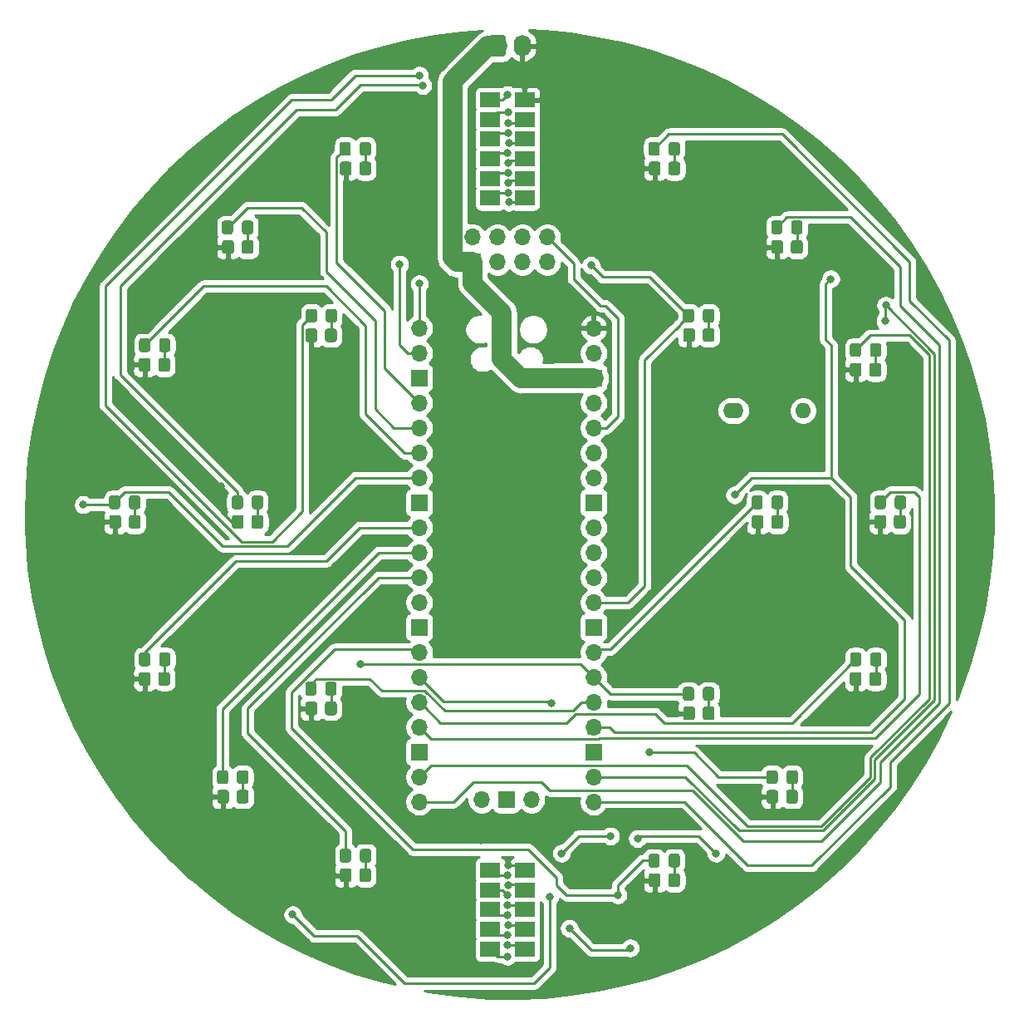
<source format=gbr>
G04 #@! TF.GenerationSoftware,KiCad,Pcbnew,5.1.10-88a1d61d58~88~ubuntu20.04.1*
G04 #@! TF.CreationDate,2021-06-07T13:14:32+01:00*
G04 #@! TF.ProjectId,Bauble,42617562-6c65-42e6-9b69-6361645f7063,rev?*
G04 #@! TF.SameCoordinates,Original*
G04 #@! TF.FileFunction,Copper,L2,Bot*
G04 #@! TF.FilePolarity,Positive*
%FSLAX46Y46*%
G04 Gerber Fmt 4.6, Leading zero omitted, Abs format (unit mm)*
G04 Created by KiCad (PCBNEW 5.1.10-88a1d61d58~88~ubuntu20.04.1) date 2021-06-07 13:14:32*
%MOMM*%
%LPD*%
G01*
G04 APERTURE LIST*
G04 #@! TA.AperFunction,ComponentPad*
%ADD10O,1.600000X1.600000*%
G04 #@! TD*
G04 #@! TA.AperFunction,ComponentPad*
%ADD11O,2.100000X1.600000*%
G04 #@! TD*
G04 #@! TA.AperFunction,SMDPad,CuDef*
%ADD12R,2.000000X1.500000*%
G04 #@! TD*
G04 #@! TA.AperFunction,ComponentPad*
%ADD13O,1.700000X1.700000*%
G04 #@! TD*
G04 #@! TA.AperFunction,ComponentPad*
%ADD14R,1.700000X1.700000*%
G04 #@! TD*
G04 #@! TA.AperFunction,ComponentPad*
%ADD15O,1.740000X2.190000*%
G04 #@! TD*
G04 #@! TA.AperFunction,ViaPad*
%ADD16C,0.800000*%
G04 #@! TD*
G04 #@! TA.AperFunction,Conductor*
%ADD17C,0.250000*%
G04 #@! TD*
G04 #@! TA.AperFunction,Conductor*
%ADD18C,2.000000*%
G04 #@! TD*
G04 #@! TA.AperFunction,Conductor*
%ADD19C,0.254000*%
G04 #@! TD*
G04 #@! TA.AperFunction,Conductor*
%ADD20C,0.100000*%
G04 #@! TD*
G04 APERTURE END LIST*
D10*
G04 #@! TO.P,R27,2*
G04 #@! TO.N,LIGHT*
X174625000Y-102650000D03*
D11*
G04 #@! TO.P,R27,1*
G04 #@! TO.N,+3V3*
X167525000Y-102650000D03*
G04 #@! TD*
D12*
G04 #@! TO.P,J6,10*
G04 #@! TO.N,LED9*
X142750000Y-157500000D03*
G04 #@! TO.P,J6,9*
G04 #@! TO.N,LED3*
X142750000Y-155500000D03*
G04 #@! TO.P,J6,8*
G04 #@! TO.N,LED16*
X142750000Y-153500000D03*
G04 #@! TO.P,J6,7*
G04 #@! TO.N,LED4*
X142750000Y-151500000D03*
G04 #@! TO.P,J6,6*
G04 #@! TO.N,LED17*
X142750000Y-149500000D03*
G04 #@! TO.P,J6,5*
G04 #@! TO.N,LED7*
X146250000Y-157500000D03*
G04 #@! TO.P,J6,4*
G04 #@! TO.N,LED18*
X146250000Y-155500000D03*
G04 #@! TO.P,J6,3*
G04 #@! TO.N,LED6*
X146250000Y-153500000D03*
G04 #@! TO.P,J6,2*
G04 #@! TO.N,LED5*
X146250000Y-151500000D03*
G04 #@! TO.P,J6,1*
G04 #@! TO.N,+5V*
X146250000Y-149500000D03*
G04 #@! TD*
G04 #@! TO.P,J5,12*
G04 #@! TO.N,LED10*
X142750000Y-81000000D03*
G04 #@! TO.P,J5,11*
G04 #@! TO.N,LED19*
X142750000Y-79000000D03*
G04 #@! TO.P,J5,10*
G04 #@! TO.N,LED20*
X142750000Y-77000000D03*
G04 #@! TO.P,J5,9*
G04 #@! TO.N,LED21*
X142750000Y-75000000D03*
G04 #@! TO.P,J5,8*
G04 #@! TO.N,LED1*
X142750000Y-73000000D03*
G04 #@! TO.P,J5,7*
G04 #@! TO.N,LED2*
X142750000Y-71000000D03*
G04 #@! TO.P,J5,6*
G04 #@! TO.N,LED11*
X146250000Y-81000000D03*
G04 #@! TO.P,J5,5*
G04 #@! TO.N,LED12*
X146250000Y-79000000D03*
G04 #@! TO.P,J5,4*
G04 #@! TO.N,LED13*
X146250000Y-77000000D03*
G04 #@! TO.P,J5,3*
G04 #@! TO.N,LED14*
X146250000Y-75000000D03*
G04 #@! TO.P,J5,2*
G04 #@! TO.N,LED15*
X146250000Y-73000000D03*
G04 #@! TO.P,J5,1*
G04 #@! TO.N,+5V*
X146250000Y-71000000D03*
G04 #@! TD*
D13*
G04 #@! TO.P,U1,43*
G04 #@! TO.N,Net-(U1-Pad43)*
X146930000Y-142290000D03*
D14*
G04 #@! TO.P,U1,42*
G04 #@! TO.N,Net-(U1-Pad42)*
X144390000Y-142290000D03*
D13*
G04 #@! TO.P,U1,41*
G04 #@! TO.N,Net-(U1-Pad41)*
X141850000Y-142290000D03*
G04 #@! TO.P,U1,40*
G04 #@! TO.N,+5V*
X153280000Y-94260000D03*
G04 #@! TO.P,U1,39*
G04 #@! TO.N,Net-(U1-Pad39)*
X153280000Y-96800000D03*
D14*
G04 #@! TO.P,U1,38*
G04 #@! TO.N,GND*
X153280000Y-99340000D03*
D13*
G04 #@! TO.P,U1,37*
G04 #@! TO.N,Net-(U1-Pad37)*
X153280000Y-101880000D03*
G04 #@! TO.P,U1,36*
G04 #@! TO.N,+3V3*
X153280000Y-104420000D03*
G04 #@! TO.P,U1,35*
G04 #@! TO.N,Net-(U1-Pad35)*
X153280000Y-106960000D03*
G04 #@! TO.P,U1,34*
G04 #@! TO.N,LIGHT*
X153280000Y-109500000D03*
D14*
G04 #@! TO.P,U1,33*
G04 #@! TO.N,Net-(SW1-Pad1)*
X153280000Y-112040000D03*
D13*
G04 #@! TO.P,U1,32*
G04 #@! TO.N,SCL*
X153280000Y-114580000D03*
G04 #@! TO.P,U1,31*
G04 #@! TO.N,SDA*
X153280000Y-117120000D03*
G04 #@! TO.P,U1,30*
G04 #@! TO.N,Net-(SW1-Pad2)*
X153280000Y-119660000D03*
G04 #@! TO.P,U1,29*
G04 #@! TO.N,LED21*
X153280000Y-122200000D03*
D14*
G04 #@! TO.P,U1,28*
G04 #@! TO.N,Net-(U1-Pad28)*
X153280000Y-124740000D03*
D13*
G04 #@! TO.P,U1,27*
G04 #@! TO.N,LED20*
X153280000Y-127280000D03*
G04 #@! TO.P,U1,26*
G04 #@! TO.N,LED19*
X153280000Y-129820000D03*
G04 #@! TO.P,U1,25*
G04 #@! TO.N,LED18*
X153280000Y-132360000D03*
G04 #@! TO.P,U1,24*
G04 #@! TO.N,LED17*
X153280000Y-134900000D03*
D14*
G04 #@! TO.P,U1,23*
G04 #@! TO.N,Net-(U1-Pad23)*
X153280000Y-137440000D03*
D13*
G04 #@! TO.P,U1,22*
G04 #@! TO.N,LED16*
X153280000Y-139980000D03*
G04 #@! TO.P,U1,21*
G04 #@! TO.N,LED15*
X153280000Y-142520000D03*
G04 #@! TO.P,U1,20*
G04 #@! TO.N,LED14*
X135500000Y-142520000D03*
G04 #@! TO.P,U1,19*
G04 #@! TO.N,LED13*
X135500000Y-139980000D03*
D14*
G04 #@! TO.P,U1,18*
G04 #@! TO.N,Net-(U1-Pad18)*
X135500000Y-137440000D03*
D13*
G04 #@! TO.P,U1,17*
G04 #@! TO.N,LED12*
X135500000Y-134900000D03*
G04 #@! TO.P,U1,16*
G04 #@! TO.N,LED11*
X135500000Y-132360000D03*
G04 #@! TO.P,U1,15*
G04 #@! TO.N,LED10*
X135500000Y-129820000D03*
G04 #@! TO.P,U1,14*
G04 #@! TO.N,LED9*
X135500000Y-127280000D03*
D14*
G04 #@! TO.P,U1,13*
G04 #@! TO.N,Net-(U1-Pad13)*
X135500000Y-124740000D03*
D13*
G04 #@! TO.P,U1,12*
G04 #@! TO.N,LED8*
X135500000Y-122200000D03*
G04 #@! TO.P,U1,11*
G04 #@! TO.N,LED7*
X135500000Y-119660000D03*
G04 #@! TO.P,U1,10*
G04 #@! TO.N,LED6*
X135500000Y-117120000D03*
G04 #@! TO.P,U1,9*
G04 #@! TO.N,LED5*
X135500000Y-114580000D03*
D14*
G04 #@! TO.P,U1,8*
G04 #@! TO.N,Net-(U1-Pad8)*
X135500000Y-112040000D03*
D13*
G04 #@! TO.P,U1,7*
G04 #@! TO.N,LED4*
X135500000Y-109500000D03*
G04 #@! TO.P,U1,6*
G04 #@! TO.N,LED3*
X135500000Y-106960000D03*
G04 #@! TO.P,U1,5*
G04 #@! TO.N,LED2*
X135500000Y-104420000D03*
G04 #@! TO.P,U1,4*
G04 #@! TO.N,LED1*
X135500000Y-101880000D03*
D14*
G04 #@! TO.P,U1,3*
G04 #@! TO.N,Net-(U1-Pad3)*
X135500000Y-99340000D03*
D13*
G04 #@! TO.P,U1,2*
G04 #@! TO.N,TXD*
X135500000Y-96800000D03*
G04 #@! TO.P,U1,1*
G04 #@! TO.N,RXD*
X135500000Y-94260000D03*
G04 #@! TD*
G04 #@! TO.P,R48,2*
G04 #@! TO.N,Net-(D48-Pad2)*
G04 #@! TA.AperFunction,SMDPad,CuDef*
G36*
G01*
X125900000Y-133450001D02*
X125900000Y-132549999D01*
G75*
G02*
X126149999Y-132300000I249999J0D01*
G01*
X126850001Y-132300000D01*
G75*
G02*
X127100000Y-132549999I0J-249999D01*
G01*
X127100000Y-133450001D01*
G75*
G02*
X126850001Y-133700000I-249999J0D01*
G01*
X126149999Y-133700000D01*
G75*
G02*
X125900000Y-133450001I0J249999D01*
G01*
G37*
G04 #@! TD.AperFunction*
G04 #@! TO.P,R48,1*
G04 #@! TO.N,+5V*
G04 #@! TA.AperFunction,SMDPad,CuDef*
G36*
G01*
X123900000Y-133450001D02*
X123900000Y-132549999D01*
G75*
G02*
X124149999Y-132300000I249999J0D01*
G01*
X124850001Y-132300000D01*
G75*
G02*
X125100000Y-132549999I0J-249999D01*
G01*
X125100000Y-133450001D01*
G75*
G02*
X124850001Y-133700000I-249999J0D01*
G01*
X124149999Y-133700000D01*
G75*
G02*
X123900000Y-133450001I0J249999D01*
G01*
G37*
G04 #@! TD.AperFunction*
G04 #@! TD*
G04 #@! TO.P,R42,2*
G04 #@! TO.N,Net-(D42-Pad2)*
G04 #@! TA.AperFunction,SMDPad,CuDef*
G36*
G01*
X183900000Y-114450001D02*
X183900000Y-113549999D01*
G75*
G02*
X184149999Y-113300000I249999J0D01*
G01*
X184850001Y-113300000D01*
G75*
G02*
X185100000Y-113549999I0J-249999D01*
G01*
X185100000Y-114450001D01*
G75*
G02*
X184850001Y-114700000I-249999J0D01*
G01*
X184149999Y-114700000D01*
G75*
G02*
X183900000Y-114450001I0J249999D01*
G01*
G37*
G04 #@! TD.AperFunction*
G04 #@! TO.P,R42,1*
G04 #@! TO.N,+5V*
G04 #@! TA.AperFunction,SMDPad,CuDef*
G36*
G01*
X181900000Y-114450001D02*
X181900000Y-113549999D01*
G75*
G02*
X182149999Y-113300000I249999J0D01*
G01*
X182850001Y-113300000D01*
G75*
G02*
X183100000Y-113549999I0J-249999D01*
G01*
X183100000Y-114450001D01*
G75*
G02*
X182850001Y-114700000I-249999J0D01*
G01*
X182149999Y-114700000D01*
G75*
G02*
X181900000Y-114450001I0J249999D01*
G01*
G37*
G04 #@! TD.AperFunction*
G04 #@! TD*
G04 #@! TO.P,R36,2*
G04 #@! TO.N,Net-(D36-Pad2)*
G04 #@! TA.AperFunction,SMDPad,CuDef*
G36*
G01*
X116900000Y-142450001D02*
X116900000Y-141549999D01*
G75*
G02*
X117149999Y-141300000I249999J0D01*
G01*
X117850001Y-141300000D01*
G75*
G02*
X118100000Y-141549999I0J-249999D01*
G01*
X118100000Y-142450001D01*
G75*
G02*
X117850001Y-142700000I-249999J0D01*
G01*
X117149999Y-142700000D01*
G75*
G02*
X116900000Y-142450001I0J249999D01*
G01*
G37*
G04 #@! TD.AperFunction*
G04 #@! TO.P,R36,1*
G04 #@! TO.N,+5V*
G04 #@! TA.AperFunction,SMDPad,CuDef*
G36*
G01*
X114900000Y-142450001D02*
X114900000Y-141549999D01*
G75*
G02*
X115149999Y-141300000I249999J0D01*
G01*
X115850001Y-141300000D01*
G75*
G02*
X116100000Y-141549999I0J-249999D01*
G01*
X116100000Y-142450001D01*
G75*
G02*
X115850001Y-142700000I-249999J0D01*
G01*
X115149999Y-142700000D01*
G75*
G02*
X114900000Y-142450001I0J249999D01*
G01*
G37*
G04 #@! TD.AperFunction*
G04 #@! TD*
G04 #@! TO.P,R41,2*
G04 #@! TO.N,Net-(D41-Pad2)*
G04 #@! TA.AperFunction,SMDPad,CuDef*
G36*
G01*
X181400000Y-130450001D02*
X181400000Y-129549999D01*
G75*
G02*
X181649999Y-129300000I249999J0D01*
G01*
X182350001Y-129300000D01*
G75*
G02*
X182600000Y-129549999I0J-249999D01*
G01*
X182600000Y-130450001D01*
G75*
G02*
X182350001Y-130700000I-249999J0D01*
G01*
X181649999Y-130700000D01*
G75*
G02*
X181400000Y-130450001I0J249999D01*
G01*
G37*
G04 #@! TD.AperFunction*
G04 #@! TO.P,R41,1*
G04 #@! TO.N,+5V*
G04 #@! TA.AperFunction,SMDPad,CuDef*
G36*
G01*
X179400000Y-130450001D02*
X179400000Y-129549999D01*
G75*
G02*
X179649999Y-129300000I249999J0D01*
G01*
X180350001Y-129300000D01*
G75*
G02*
X180600000Y-129549999I0J-249999D01*
G01*
X180600000Y-130450001D01*
G75*
G02*
X180350001Y-130700000I-249999J0D01*
G01*
X179649999Y-130700000D01*
G75*
G02*
X179400000Y-130450001I0J249999D01*
G01*
G37*
G04 #@! TD.AperFunction*
G04 #@! TD*
G04 #@! TO.P,R47,2*
G04 #@! TO.N,Net-(D47-Pad2)*
G04 #@! TA.AperFunction,SMDPad,CuDef*
G36*
G01*
X118400000Y-114450001D02*
X118400000Y-113549999D01*
G75*
G02*
X118649999Y-113300000I249999J0D01*
G01*
X119350001Y-113300000D01*
G75*
G02*
X119600000Y-113549999I0J-249999D01*
G01*
X119600000Y-114450001D01*
G75*
G02*
X119350001Y-114700000I-249999J0D01*
G01*
X118649999Y-114700000D01*
G75*
G02*
X118400000Y-114450001I0J249999D01*
G01*
G37*
G04 #@! TD.AperFunction*
G04 #@! TO.P,R47,1*
G04 #@! TO.N,+5V*
G04 #@! TA.AperFunction,SMDPad,CuDef*
G36*
G01*
X116400000Y-114450001D02*
X116400000Y-113549999D01*
G75*
G02*
X116649999Y-113300000I249999J0D01*
G01*
X117350001Y-113300000D01*
G75*
G02*
X117600000Y-113549999I0J-249999D01*
G01*
X117600000Y-114450001D01*
G75*
G02*
X117350001Y-114700000I-249999J0D01*
G01*
X116649999Y-114700000D01*
G75*
G02*
X116400000Y-114450001I0J249999D01*
G01*
G37*
G04 #@! TD.AperFunction*
G04 #@! TD*
G04 #@! TO.P,R35,2*
G04 #@! TO.N,Net-(D35-Pad2)*
G04 #@! TA.AperFunction,SMDPad,CuDef*
G36*
G01*
X108900000Y-130450001D02*
X108900000Y-129549999D01*
G75*
G02*
X109149999Y-129300000I249999J0D01*
G01*
X109850001Y-129300000D01*
G75*
G02*
X110100000Y-129549999I0J-249999D01*
G01*
X110100000Y-130450001D01*
G75*
G02*
X109850001Y-130700000I-249999J0D01*
G01*
X109149999Y-130700000D01*
G75*
G02*
X108900000Y-130450001I0J249999D01*
G01*
G37*
G04 #@! TD.AperFunction*
G04 #@! TO.P,R35,1*
G04 #@! TO.N,+5V*
G04 #@! TA.AperFunction,SMDPad,CuDef*
G36*
G01*
X106900000Y-130450001D02*
X106900000Y-129549999D01*
G75*
G02*
X107149999Y-129300000I249999J0D01*
G01*
X107850001Y-129300000D01*
G75*
G02*
X108100000Y-129549999I0J-249999D01*
G01*
X108100000Y-130450001D01*
G75*
G02*
X107850001Y-130700000I-249999J0D01*
G01*
X107149999Y-130700000D01*
G75*
G02*
X106900000Y-130450001I0J249999D01*
G01*
G37*
G04 #@! TD.AperFunction*
G04 #@! TD*
G04 #@! TO.P,R40,2*
G04 #@! TO.N,Net-(D40-Pad2)*
G04 #@! TA.AperFunction,SMDPad,CuDef*
G36*
G01*
X172900000Y-142450001D02*
X172900000Y-141549999D01*
G75*
G02*
X173149999Y-141300000I249999J0D01*
G01*
X173850001Y-141300000D01*
G75*
G02*
X174100000Y-141549999I0J-249999D01*
G01*
X174100000Y-142450001D01*
G75*
G02*
X173850001Y-142700000I-249999J0D01*
G01*
X173149999Y-142700000D01*
G75*
G02*
X172900000Y-142450001I0J249999D01*
G01*
G37*
G04 #@! TD.AperFunction*
G04 #@! TO.P,R40,1*
G04 #@! TO.N,+5V*
G04 #@! TA.AperFunction,SMDPad,CuDef*
G36*
G01*
X170900000Y-142450001D02*
X170900000Y-141549999D01*
G75*
G02*
X171149999Y-141300000I249999J0D01*
G01*
X171850001Y-141300000D01*
G75*
G02*
X172100000Y-141549999I0J-249999D01*
G01*
X172100000Y-142450001D01*
G75*
G02*
X171850001Y-142700000I-249999J0D01*
G01*
X171149999Y-142700000D01*
G75*
G02*
X170900000Y-142450001I0J249999D01*
G01*
G37*
G04 #@! TD.AperFunction*
G04 #@! TD*
G04 #@! TO.P,R46,2*
G04 #@! TO.N,Net-(D46-Pad2)*
G04 #@! TA.AperFunction,SMDPad,CuDef*
G36*
G01*
X125900000Y-95450001D02*
X125900000Y-94549999D01*
G75*
G02*
X126149999Y-94300000I249999J0D01*
G01*
X126850001Y-94300000D01*
G75*
G02*
X127100000Y-94549999I0J-249999D01*
G01*
X127100000Y-95450001D01*
G75*
G02*
X126850001Y-95700000I-249999J0D01*
G01*
X126149999Y-95700000D01*
G75*
G02*
X125900000Y-95450001I0J249999D01*
G01*
G37*
G04 #@! TD.AperFunction*
G04 #@! TO.P,R46,1*
G04 #@! TO.N,+5V*
G04 #@! TA.AperFunction,SMDPad,CuDef*
G36*
G01*
X123900000Y-95450001D02*
X123900000Y-94549999D01*
G75*
G02*
X124149999Y-94300000I249999J0D01*
G01*
X124850001Y-94300000D01*
G75*
G02*
X125100000Y-94549999I0J-249999D01*
G01*
X125100000Y-95450001D01*
G75*
G02*
X124850001Y-95700000I-249999J0D01*
G01*
X124149999Y-95700000D01*
G75*
G02*
X123900000Y-95450001I0J249999D01*
G01*
G37*
G04 #@! TD.AperFunction*
G04 #@! TD*
G04 #@! TO.P,R34,2*
G04 #@! TO.N,Net-(D34-Pad2)*
G04 #@! TA.AperFunction,SMDPad,CuDef*
G36*
G01*
X105900000Y-114450001D02*
X105900000Y-113549999D01*
G75*
G02*
X106149999Y-113300000I249999J0D01*
G01*
X106850001Y-113300000D01*
G75*
G02*
X107100000Y-113549999I0J-249999D01*
G01*
X107100000Y-114450001D01*
G75*
G02*
X106850001Y-114700000I-249999J0D01*
G01*
X106149999Y-114700000D01*
G75*
G02*
X105900000Y-114450001I0J249999D01*
G01*
G37*
G04 #@! TD.AperFunction*
G04 #@! TO.P,R34,1*
G04 #@! TO.N,+5V*
G04 #@! TA.AperFunction,SMDPad,CuDef*
G36*
G01*
X103900000Y-114450001D02*
X103900000Y-113549999D01*
G75*
G02*
X104149999Y-113300000I249999J0D01*
G01*
X104850001Y-113300000D01*
G75*
G02*
X105100000Y-113549999I0J-249999D01*
G01*
X105100000Y-114450001D01*
G75*
G02*
X104850001Y-114700000I-249999J0D01*
G01*
X104149999Y-114700000D01*
G75*
G02*
X103900000Y-114450001I0J249999D01*
G01*
G37*
G04 #@! TD.AperFunction*
G04 #@! TD*
G04 #@! TO.P,R51,2*
G04 #@! TO.N,Net-(D51-Pad2)*
G04 #@! TA.AperFunction,SMDPad,CuDef*
G36*
G01*
X164400000Y-95425001D02*
X164400000Y-94524999D01*
G75*
G02*
X164649999Y-94275000I249999J0D01*
G01*
X165350001Y-94275000D01*
G75*
G02*
X165600000Y-94524999I0J-249999D01*
G01*
X165600000Y-95425001D01*
G75*
G02*
X165350001Y-95675000I-249999J0D01*
G01*
X164649999Y-95675000D01*
G75*
G02*
X164400000Y-95425001I0J249999D01*
G01*
G37*
G04 #@! TD.AperFunction*
G04 #@! TO.P,R51,1*
G04 #@! TO.N,+5V*
G04 #@! TA.AperFunction,SMDPad,CuDef*
G36*
G01*
X162400000Y-95425001D02*
X162400000Y-94524999D01*
G75*
G02*
X162649999Y-94275000I249999J0D01*
G01*
X163350001Y-94275000D01*
G75*
G02*
X163600000Y-94524999I0J-249999D01*
G01*
X163600000Y-95425001D01*
G75*
G02*
X163350001Y-95675000I-249999J0D01*
G01*
X162649999Y-95675000D01*
G75*
G02*
X162400000Y-95425001I0J249999D01*
G01*
G37*
G04 #@! TD.AperFunction*
G04 #@! TD*
G04 #@! TO.P,R45,2*
G04 #@! TO.N,Net-(D45-Pad2)*
G04 #@! TA.AperFunction,SMDPad,CuDef*
G36*
G01*
X160900000Y-78450001D02*
X160900000Y-77549999D01*
G75*
G02*
X161149999Y-77300000I249999J0D01*
G01*
X161850001Y-77300000D01*
G75*
G02*
X162100000Y-77549999I0J-249999D01*
G01*
X162100000Y-78450001D01*
G75*
G02*
X161850001Y-78700000I-249999J0D01*
G01*
X161149999Y-78700000D01*
G75*
G02*
X160900000Y-78450001I0J249999D01*
G01*
G37*
G04 #@! TD.AperFunction*
G04 #@! TO.P,R45,1*
G04 #@! TO.N,+5V*
G04 #@! TA.AperFunction,SMDPad,CuDef*
G36*
G01*
X158900000Y-78450001D02*
X158900000Y-77549999D01*
G75*
G02*
X159149999Y-77300000I249999J0D01*
G01*
X159850001Y-77300000D01*
G75*
G02*
X160100000Y-77549999I0J-249999D01*
G01*
X160100000Y-78450001D01*
G75*
G02*
X159850001Y-78700000I-249999J0D01*
G01*
X159149999Y-78700000D01*
G75*
G02*
X158900000Y-78450001I0J249999D01*
G01*
G37*
G04 #@! TD.AperFunction*
G04 #@! TD*
G04 #@! TO.P,R39,2*
G04 #@! TO.N,Net-(D39-Pad2)*
G04 #@! TA.AperFunction,SMDPad,CuDef*
G36*
G01*
X160900000Y-150950001D02*
X160900000Y-150049999D01*
G75*
G02*
X161149999Y-149800000I249999J0D01*
G01*
X161850001Y-149800000D01*
G75*
G02*
X162100000Y-150049999I0J-249999D01*
G01*
X162100000Y-150950001D01*
G75*
G02*
X161850001Y-151200000I-249999J0D01*
G01*
X161149999Y-151200000D01*
G75*
G02*
X160900000Y-150950001I0J249999D01*
G01*
G37*
G04 #@! TD.AperFunction*
G04 #@! TO.P,R39,1*
G04 #@! TO.N,+5V*
G04 #@! TA.AperFunction,SMDPad,CuDef*
G36*
G01*
X158900000Y-150950001D02*
X158900000Y-150049999D01*
G75*
G02*
X159149999Y-149800000I249999J0D01*
G01*
X159850001Y-149800000D01*
G75*
G02*
X160100000Y-150049999I0J-249999D01*
G01*
X160100000Y-150950001D01*
G75*
G02*
X159850001Y-151200000I-249999J0D01*
G01*
X159149999Y-151200000D01*
G75*
G02*
X158900000Y-150950001I0J249999D01*
G01*
G37*
G04 #@! TD.AperFunction*
G04 #@! TD*
G04 #@! TO.P,R33,2*
G04 #@! TO.N,Net-(D33-Pad2)*
G04 #@! TA.AperFunction,SMDPad,CuDef*
G36*
G01*
X108900000Y-98450001D02*
X108900000Y-97549999D01*
G75*
G02*
X109149999Y-97300000I249999J0D01*
G01*
X109850001Y-97300000D01*
G75*
G02*
X110100000Y-97549999I0J-249999D01*
G01*
X110100000Y-98450001D01*
G75*
G02*
X109850001Y-98700000I-249999J0D01*
G01*
X109149999Y-98700000D01*
G75*
G02*
X108900000Y-98450001I0J249999D01*
G01*
G37*
G04 #@! TD.AperFunction*
G04 #@! TO.P,R33,1*
G04 #@! TO.N,+5V*
G04 #@! TA.AperFunction,SMDPad,CuDef*
G36*
G01*
X106900000Y-98450001D02*
X106900000Y-97549999D01*
G75*
G02*
X107149999Y-97300000I249999J0D01*
G01*
X107850001Y-97300000D01*
G75*
G02*
X108100000Y-97549999I0J-249999D01*
G01*
X108100000Y-98450001D01*
G75*
G02*
X107850001Y-98700000I-249999J0D01*
G01*
X107149999Y-98700000D01*
G75*
G02*
X106900000Y-98450001I0J249999D01*
G01*
G37*
G04 #@! TD.AperFunction*
G04 #@! TD*
G04 #@! TO.P,R44,2*
G04 #@! TO.N,Net-(D44-Pad2)*
G04 #@! TA.AperFunction,SMDPad,CuDef*
G36*
G01*
X173400000Y-86450001D02*
X173400000Y-85549999D01*
G75*
G02*
X173649999Y-85300000I249999J0D01*
G01*
X174350001Y-85300000D01*
G75*
G02*
X174600000Y-85549999I0J-249999D01*
G01*
X174600000Y-86450001D01*
G75*
G02*
X174350001Y-86700000I-249999J0D01*
G01*
X173649999Y-86700000D01*
G75*
G02*
X173400000Y-86450001I0J249999D01*
G01*
G37*
G04 #@! TD.AperFunction*
G04 #@! TO.P,R44,1*
G04 #@! TO.N,+5V*
G04 #@! TA.AperFunction,SMDPad,CuDef*
G36*
G01*
X171400000Y-86450001D02*
X171400000Y-85549999D01*
G75*
G02*
X171649999Y-85300000I249999J0D01*
G01*
X172350001Y-85300000D01*
G75*
G02*
X172600000Y-85549999I0J-249999D01*
G01*
X172600000Y-86450001D01*
G75*
G02*
X172350001Y-86700000I-249999J0D01*
G01*
X171649999Y-86700000D01*
G75*
G02*
X171400000Y-86450001I0J249999D01*
G01*
G37*
G04 #@! TD.AperFunction*
G04 #@! TD*
G04 #@! TO.P,R50,2*
G04 #@! TO.N,Net-(D50-Pad2)*
G04 #@! TA.AperFunction,SMDPad,CuDef*
G36*
G01*
X171400000Y-114450001D02*
X171400000Y-113549999D01*
G75*
G02*
X171649999Y-113300000I249999J0D01*
G01*
X172350001Y-113300000D01*
G75*
G02*
X172600000Y-113549999I0J-249999D01*
G01*
X172600000Y-114450001D01*
G75*
G02*
X172350001Y-114700000I-249999J0D01*
G01*
X171649999Y-114700000D01*
G75*
G02*
X171400000Y-114450001I0J249999D01*
G01*
G37*
G04 #@! TD.AperFunction*
G04 #@! TO.P,R50,1*
G04 #@! TO.N,+5V*
G04 #@! TA.AperFunction,SMDPad,CuDef*
G36*
G01*
X169400000Y-114450001D02*
X169400000Y-113549999D01*
G75*
G02*
X169649999Y-113300000I249999J0D01*
G01*
X170350001Y-113300000D01*
G75*
G02*
X170600000Y-113549999I0J-249999D01*
G01*
X170600000Y-114450001D01*
G75*
G02*
X170350001Y-114700000I-249999J0D01*
G01*
X169649999Y-114700000D01*
G75*
G02*
X169400000Y-114450001I0J249999D01*
G01*
G37*
G04 #@! TD.AperFunction*
G04 #@! TD*
G04 #@! TO.P,R32,2*
G04 #@! TO.N,Net-(D32-Pad2)*
G04 #@! TA.AperFunction,SMDPad,CuDef*
G36*
G01*
X117400000Y-86450001D02*
X117400000Y-85549999D01*
G75*
G02*
X117649999Y-85300000I249999J0D01*
G01*
X118350001Y-85300000D01*
G75*
G02*
X118600000Y-85549999I0J-249999D01*
G01*
X118600000Y-86450001D01*
G75*
G02*
X118350001Y-86700000I-249999J0D01*
G01*
X117649999Y-86700000D01*
G75*
G02*
X117400000Y-86450001I0J249999D01*
G01*
G37*
G04 #@! TD.AperFunction*
G04 #@! TO.P,R32,1*
G04 #@! TO.N,+5V*
G04 #@! TA.AperFunction,SMDPad,CuDef*
G36*
G01*
X115400000Y-86450001D02*
X115400000Y-85549999D01*
G75*
G02*
X115649999Y-85300000I249999J0D01*
G01*
X116350001Y-85300000D01*
G75*
G02*
X116600000Y-85549999I0J-249999D01*
G01*
X116600000Y-86450001D01*
G75*
G02*
X116350001Y-86700000I-249999J0D01*
G01*
X115649999Y-86700000D01*
G75*
G02*
X115400000Y-86450001I0J249999D01*
G01*
G37*
G04 #@! TD.AperFunction*
G04 #@! TD*
G04 #@! TO.P,R37,2*
G04 #@! TO.N,Net-(D37-Pad2)*
G04 #@! TA.AperFunction,SMDPad,CuDef*
G36*
G01*
X129400000Y-150450001D02*
X129400000Y-149549999D01*
G75*
G02*
X129649999Y-149300000I249999J0D01*
G01*
X130350001Y-149300000D01*
G75*
G02*
X130600000Y-149549999I0J-249999D01*
G01*
X130600000Y-150450001D01*
G75*
G02*
X130350001Y-150700000I-249999J0D01*
G01*
X129649999Y-150700000D01*
G75*
G02*
X129400000Y-150450001I0J249999D01*
G01*
G37*
G04 #@! TD.AperFunction*
G04 #@! TO.P,R37,1*
G04 #@! TO.N,+5V*
G04 #@! TA.AperFunction,SMDPad,CuDef*
G36*
G01*
X127400000Y-150450001D02*
X127400000Y-149549999D01*
G75*
G02*
X127649999Y-149300000I249999J0D01*
G01*
X128350001Y-149300000D01*
G75*
G02*
X128600000Y-149549999I0J-249999D01*
G01*
X128600000Y-150450001D01*
G75*
G02*
X128350001Y-150700000I-249999J0D01*
G01*
X127649999Y-150700000D01*
G75*
G02*
X127400000Y-150450001I0J249999D01*
G01*
G37*
G04 #@! TD.AperFunction*
G04 #@! TD*
G04 #@! TO.P,R43,2*
G04 #@! TO.N,Net-(D43-Pad2)*
G04 #@! TA.AperFunction,SMDPad,CuDef*
G36*
G01*
X181400000Y-98950001D02*
X181400000Y-98049999D01*
G75*
G02*
X181649999Y-97800000I249999J0D01*
G01*
X182350001Y-97800000D01*
G75*
G02*
X182600000Y-98049999I0J-249999D01*
G01*
X182600000Y-98950001D01*
G75*
G02*
X182350001Y-99200000I-249999J0D01*
G01*
X181649999Y-99200000D01*
G75*
G02*
X181400000Y-98950001I0J249999D01*
G01*
G37*
G04 #@! TD.AperFunction*
G04 #@! TO.P,R43,1*
G04 #@! TO.N,+5V*
G04 #@! TA.AperFunction,SMDPad,CuDef*
G36*
G01*
X179400000Y-98950001D02*
X179400000Y-98049999D01*
G75*
G02*
X179649999Y-97800000I249999J0D01*
G01*
X180350001Y-97800000D01*
G75*
G02*
X180600000Y-98049999I0J-249999D01*
G01*
X180600000Y-98950001D01*
G75*
G02*
X180350001Y-99200000I-249999J0D01*
G01*
X179649999Y-99200000D01*
G75*
G02*
X179400000Y-98950001I0J249999D01*
G01*
G37*
G04 #@! TD.AperFunction*
G04 #@! TD*
G04 #@! TO.P,R31,2*
G04 #@! TO.N,Net-(D31-Pad2)*
G04 #@! TA.AperFunction,SMDPad,CuDef*
G36*
G01*
X129400000Y-78450001D02*
X129400000Y-77549999D01*
G75*
G02*
X129649999Y-77300000I249999J0D01*
G01*
X130350001Y-77300000D01*
G75*
G02*
X130600000Y-77549999I0J-249999D01*
G01*
X130600000Y-78450001D01*
G75*
G02*
X130350001Y-78700000I-249999J0D01*
G01*
X129649999Y-78700000D01*
G75*
G02*
X129400000Y-78450001I0J249999D01*
G01*
G37*
G04 #@! TD.AperFunction*
G04 #@! TO.P,R31,1*
G04 #@! TO.N,+5V*
G04 #@! TA.AperFunction,SMDPad,CuDef*
G36*
G01*
X127400000Y-78450001D02*
X127400000Y-77549999D01*
G75*
G02*
X127649999Y-77300000I249999J0D01*
G01*
X128350001Y-77300000D01*
G75*
G02*
X128600000Y-77549999I0J-249999D01*
G01*
X128600000Y-78450001D01*
G75*
G02*
X128350001Y-78700000I-249999J0D01*
G01*
X127649999Y-78700000D01*
G75*
G02*
X127400000Y-78450001I0J249999D01*
G01*
G37*
G04 #@! TD.AperFunction*
G04 #@! TD*
G04 #@! TO.P,R49,2*
G04 #@! TO.N,Net-(D49-Pad2)*
G04 #@! TA.AperFunction,SMDPad,CuDef*
G36*
G01*
X164400000Y-133950001D02*
X164400000Y-133049999D01*
G75*
G02*
X164649999Y-132800000I249999J0D01*
G01*
X165350001Y-132800000D01*
G75*
G02*
X165600000Y-133049999I0J-249999D01*
G01*
X165600000Y-133950001D01*
G75*
G02*
X165350001Y-134200000I-249999J0D01*
G01*
X164649999Y-134200000D01*
G75*
G02*
X164400000Y-133950001I0J249999D01*
G01*
G37*
G04 #@! TD.AperFunction*
G04 #@! TO.P,R49,1*
G04 #@! TO.N,+5V*
G04 #@! TA.AperFunction,SMDPad,CuDef*
G36*
G01*
X162400000Y-133950001D02*
X162400000Y-133049999D01*
G75*
G02*
X162649999Y-132800000I249999J0D01*
G01*
X163350001Y-132800000D01*
G75*
G02*
X163600000Y-133049999I0J-249999D01*
G01*
X163600000Y-133950001D01*
G75*
G02*
X163350001Y-134200000I-249999J0D01*
G01*
X162649999Y-134200000D01*
G75*
G02*
X162400000Y-133950001I0J249999D01*
G01*
G37*
G04 #@! TD.AperFunction*
G04 #@! TD*
G04 #@! TO.P,J2,8*
G04 #@! TO.N,+3V3*
X148540000Y-85000000D03*
G04 #@! TO.P,J2,7*
G04 #@! TO.N,RXD*
X148540000Y-87540000D03*
G04 #@! TO.P,J2,6*
G04 #@! TO.N,N/C*
X146000000Y-85000000D03*
G04 #@! TO.P,J2,5*
X146000000Y-87540000D03*
G04 #@! TO.P,J2,4*
X143460000Y-85000000D03*
G04 #@! TO.P,J2,3*
X143460000Y-87540000D03*
G04 #@! TO.P,J2,2*
G04 #@! TO.N,TXD*
X140920000Y-85000000D03*
D14*
G04 #@! TO.P,J2,1*
G04 #@! TO.N,GND*
X140920000Y-87540000D03*
G04 #@! TD*
D15*
G04 #@! TO.P,J1,2*
G04 #@! TO.N,+5V*
X146000000Y-65500000D03*
G04 #@! TO.P,J1,1*
G04 #@! TO.N,GND*
G04 #@! TA.AperFunction,ComponentPad*
G36*
G01*
X142590000Y-66345001D02*
X142590000Y-64654999D01*
G75*
G02*
X142839999Y-64405000I249999J0D01*
G01*
X144080001Y-64405000D01*
G75*
G02*
X144330000Y-64654999I0J-249999D01*
G01*
X144330000Y-66345001D01*
G75*
G02*
X144080001Y-66595000I-249999J0D01*
G01*
X142839999Y-66595000D01*
G75*
G02*
X142590000Y-66345001I0J249999D01*
G01*
G37*
G04 #@! TD.AperFunction*
G04 #@! TD*
G04 #@! TO.P,D48,2*
G04 #@! TO.N,Net-(D48-Pad2)*
G04 #@! TA.AperFunction,SMDPad,CuDef*
G36*
G01*
X125925000Y-131450001D02*
X125925000Y-130549999D01*
G75*
G02*
X126174999Y-130300000I249999J0D01*
G01*
X126825001Y-130300000D01*
G75*
G02*
X127075000Y-130549999I0J-249999D01*
G01*
X127075000Y-131450001D01*
G75*
G02*
X126825001Y-131700000I-249999J0D01*
G01*
X126174999Y-131700000D01*
G75*
G02*
X125925000Y-131450001I0J249999D01*
G01*
G37*
G04 #@! TD.AperFunction*
G04 #@! TO.P,D48,1*
G04 #@! TO.N,LED18*
G04 #@! TA.AperFunction,SMDPad,CuDef*
G36*
G01*
X123875000Y-131450001D02*
X123875000Y-130549999D01*
G75*
G02*
X124124999Y-130300000I249999J0D01*
G01*
X124775001Y-130300000D01*
G75*
G02*
X125025000Y-130549999I0J-249999D01*
G01*
X125025000Y-131450001D01*
G75*
G02*
X124775001Y-131700000I-249999J0D01*
G01*
X124124999Y-131700000D01*
G75*
G02*
X123875000Y-131450001I0J249999D01*
G01*
G37*
G04 #@! TD.AperFunction*
G04 #@! TD*
G04 #@! TO.P,D42,2*
G04 #@! TO.N,Net-(D42-Pad2)*
G04 #@! TA.AperFunction,SMDPad,CuDef*
G36*
G01*
X183975000Y-112450001D02*
X183975000Y-111549999D01*
G75*
G02*
X184224999Y-111300000I249999J0D01*
G01*
X184875001Y-111300000D01*
G75*
G02*
X185125000Y-111549999I0J-249999D01*
G01*
X185125000Y-112450001D01*
G75*
G02*
X184875001Y-112700000I-249999J0D01*
G01*
X184224999Y-112700000D01*
G75*
G02*
X183975000Y-112450001I0J249999D01*
G01*
G37*
G04 #@! TD.AperFunction*
G04 #@! TO.P,D42,1*
G04 #@! TO.N,LED12*
G04 #@! TA.AperFunction,SMDPad,CuDef*
G36*
G01*
X181925000Y-112450001D02*
X181925000Y-111549999D01*
G75*
G02*
X182174999Y-111300000I249999J0D01*
G01*
X182825001Y-111300000D01*
G75*
G02*
X183075000Y-111549999I0J-249999D01*
G01*
X183075000Y-112450001D01*
G75*
G02*
X182825001Y-112700000I-249999J0D01*
G01*
X182174999Y-112700000D01*
G75*
G02*
X181925000Y-112450001I0J249999D01*
G01*
G37*
G04 #@! TD.AperFunction*
G04 #@! TD*
G04 #@! TO.P,D36,2*
G04 #@! TO.N,Net-(D36-Pad2)*
G04 #@! TA.AperFunction,SMDPad,CuDef*
G36*
G01*
X116925000Y-140450001D02*
X116925000Y-139549999D01*
G75*
G02*
X117174999Y-139300000I249999J0D01*
G01*
X117825001Y-139300000D01*
G75*
G02*
X118075000Y-139549999I0J-249999D01*
G01*
X118075000Y-140450001D01*
G75*
G02*
X117825001Y-140700000I-249999J0D01*
G01*
X117174999Y-140700000D01*
G75*
G02*
X116925000Y-140450001I0J249999D01*
G01*
G37*
G04 #@! TD.AperFunction*
G04 #@! TO.P,D36,1*
G04 #@! TO.N,LED6*
G04 #@! TA.AperFunction,SMDPad,CuDef*
G36*
G01*
X114875000Y-140450001D02*
X114875000Y-139549999D01*
G75*
G02*
X115124999Y-139300000I249999J0D01*
G01*
X115775001Y-139300000D01*
G75*
G02*
X116025000Y-139549999I0J-249999D01*
G01*
X116025000Y-140450001D01*
G75*
G02*
X115775001Y-140700000I-249999J0D01*
G01*
X115124999Y-140700000D01*
G75*
G02*
X114875000Y-140450001I0J249999D01*
G01*
G37*
G04 #@! TD.AperFunction*
G04 #@! TD*
G04 #@! TO.P,D41,2*
G04 #@! TO.N,Net-(D41-Pad2)*
G04 #@! TA.AperFunction,SMDPad,CuDef*
G36*
G01*
X181475000Y-128450001D02*
X181475000Y-127549999D01*
G75*
G02*
X181724999Y-127300000I249999J0D01*
G01*
X182375001Y-127300000D01*
G75*
G02*
X182625000Y-127549999I0J-249999D01*
G01*
X182625000Y-128450001D01*
G75*
G02*
X182375001Y-128700000I-249999J0D01*
G01*
X181724999Y-128700000D01*
G75*
G02*
X181475000Y-128450001I0J249999D01*
G01*
G37*
G04 #@! TD.AperFunction*
G04 #@! TO.P,D41,1*
G04 #@! TO.N,LED11*
G04 #@! TA.AperFunction,SMDPad,CuDef*
G36*
G01*
X179425000Y-128450001D02*
X179425000Y-127549999D01*
G75*
G02*
X179674999Y-127300000I249999J0D01*
G01*
X180325001Y-127300000D01*
G75*
G02*
X180575000Y-127549999I0J-249999D01*
G01*
X180575000Y-128450001D01*
G75*
G02*
X180325001Y-128700000I-249999J0D01*
G01*
X179674999Y-128700000D01*
G75*
G02*
X179425000Y-128450001I0J249999D01*
G01*
G37*
G04 #@! TD.AperFunction*
G04 #@! TD*
G04 #@! TO.P,D47,2*
G04 #@! TO.N,Net-(D47-Pad2)*
G04 #@! TA.AperFunction,SMDPad,CuDef*
G36*
G01*
X118425000Y-112450001D02*
X118425000Y-111549999D01*
G75*
G02*
X118674999Y-111300000I249999J0D01*
G01*
X119325001Y-111300000D01*
G75*
G02*
X119575000Y-111549999I0J-249999D01*
G01*
X119575000Y-112450001D01*
G75*
G02*
X119325001Y-112700000I-249999J0D01*
G01*
X118674999Y-112700000D01*
G75*
G02*
X118425000Y-112450001I0J249999D01*
G01*
G37*
G04 #@! TD.AperFunction*
G04 #@! TO.P,D47,1*
G04 #@! TO.N,LED17*
G04 #@! TA.AperFunction,SMDPad,CuDef*
G36*
G01*
X116375000Y-112450001D02*
X116375000Y-111549999D01*
G75*
G02*
X116624999Y-111300000I249999J0D01*
G01*
X117275001Y-111300000D01*
G75*
G02*
X117525000Y-111549999I0J-249999D01*
G01*
X117525000Y-112450001D01*
G75*
G02*
X117275001Y-112700000I-249999J0D01*
G01*
X116624999Y-112700000D01*
G75*
G02*
X116375000Y-112450001I0J249999D01*
G01*
G37*
G04 #@! TD.AperFunction*
G04 #@! TD*
G04 #@! TO.P,D35,2*
G04 #@! TO.N,Net-(D35-Pad2)*
G04 #@! TA.AperFunction,SMDPad,CuDef*
G36*
G01*
X108975000Y-128450001D02*
X108975000Y-127549999D01*
G75*
G02*
X109224999Y-127300000I249999J0D01*
G01*
X109875001Y-127300000D01*
G75*
G02*
X110125000Y-127549999I0J-249999D01*
G01*
X110125000Y-128450001D01*
G75*
G02*
X109875001Y-128700000I-249999J0D01*
G01*
X109224999Y-128700000D01*
G75*
G02*
X108975000Y-128450001I0J249999D01*
G01*
G37*
G04 #@! TD.AperFunction*
G04 #@! TO.P,D35,1*
G04 #@! TO.N,LED5*
G04 #@! TA.AperFunction,SMDPad,CuDef*
G36*
G01*
X106925000Y-128450001D02*
X106925000Y-127549999D01*
G75*
G02*
X107174999Y-127300000I249999J0D01*
G01*
X107825001Y-127300000D01*
G75*
G02*
X108075000Y-127549999I0J-249999D01*
G01*
X108075000Y-128450001D01*
G75*
G02*
X107825001Y-128700000I-249999J0D01*
G01*
X107174999Y-128700000D01*
G75*
G02*
X106925000Y-128450001I0J249999D01*
G01*
G37*
G04 #@! TD.AperFunction*
G04 #@! TD*
G04 #@! TO.P,D40,2*
G04 #@! TO.N,Net-(D40-Pad2)*
G04 #@! TA.AperFunction,SMDPad,CuDef*
G36*
G01*
X172950000Y-140450001D02*
X172950000Y-139549999D01*
G75*
G02*
X173199999Y-139300000I249999J0D01*
G01*
X173850001Y-139300000D01*
G75*
G02*
X174100000Y-139549999I0J-249999D01*
G01*
X174100000Y-140450001D01*
G75*
G02*
X173850001Y-140700000I-249999J0D01*
G01*
X173199999Y-140700000D01*
G75*
G02*
X172950000Y-140450001I0J249999D01*
G01*
G37*
G04 #@! TD.AperFunction*
G04 #@! TO.P,D40,1*
G04 #@! TO.N,LED10*
G04 #@! TA.AperFunction,SMDPad,CuDef*
G36*
G01*
X170900000Y-140450001D02*
X170900000Y-139549999D01*
G75*
G02*
X171149999Y-139300000I249999J0D01*
G01*
X171800001Y-139300000D01*
G75*
G02*
X172050000Y-139549999I0J-249999D01*
G01*
X172050000Y-140450001D01*
G75*
G02*
X171800001Y-140700000I-249999J0D01*
G01*
X171149999Y-140700000D01*
G75*
G02*
X170900000Y-140450001I0J249999D01*
G01*
G37*
G04 #@! TD.AperFunction*
G04 #@! TD*
G04 #@! TO.P,D46,2*
G04 #@! TO.N,Net-(D46-Pad2)*
G04 #@! TA.AperFunction,SMDPad,CuDef*
G36*
G01*
X125975000Y-93450001D02*
X125975000Y-92549999D01*
G75*
G02*
X126224999Y-92300000I249999J0D01*
G01*
X126875001Y-92300000D01*
G75*
G02*
X127125000Y-92549999I0J-249999D01*
G01*
X127125000Y-93450001D01*
G75*
G02*
X126875001Y-93700000I-249999J0D01*
G01*
X126224999Y-93700000D01*
G75*
G02*
X125975000Y-93450001I0J249999D01*
G01*
G37*
G04 #@! TD.AperFunction*
G04 #@! TO.P,D46,1*
G04 #@! TO.N,LED16*
G04 #@! TA.AperFunction,SMDPad,CuDef*
G36*
G01*
X123925000Y-93450001D02*
X123925000Y-92549999D01*
G75*
G02*
X124174999Y-92300000I249999J0D01*
G01*
X124825001Y-92300000D01*
G75*
G02*
X125075000Y-92549999I0J-249999D01*
G01*
X125075000Y-93450001D01*
G75*
G02*
X124825001Y-93700000I-249999J0D01*
G01*
X124174999Y-93700000D01*
G75*
G02*
X123925000Y-93450001I0J249999D01*
G01*
G37*
G04 #@! TD.AperFunction*
G04 #@! TD*
G04 #@! TO.P,D34,2*
G04 #@! TO.N,Net-(D34-Pad2)*
G04 #@! TA.AperFunction,SMDPad,CuDef*
G36*
G01*
X105925000Y-112450001D02*
X105925000Y-111549999D01*
G75*
G02*
X106174999Y-111300000I249999J0D01*
G01*
X106825001Y-111300000D01*
G75*
G02*
X107075000Y-111549999I0J-249999D01*
G01*
X107075000Y-112450001D01*
G75*
G02*
X106825001Y-112700000I-249999J0D01*
G01*
X106174999Y-112700000D01*
G75*
G02*
X105925000Y-112450001I0J249999D01*
G01*
G37*
G04 #@! TD.AperFunction*
G04 #@! TO.P,D34,1*
G04 #@! TO.N,LED4*
G04 #@! TA.AperFunction,SMDPad,CuDef*
G36*
G01*
X103875000Y-112450001D02*
X103875000Y-111549999D01*
G75*
G02*
X104124999Y-111300000I249999J0D01*
G01*
X104775001Y-111300000D01*
G75*
G02*
X105025000Y-111549999I0J-249999D01*
G01*
X105025000Y-112450001D01*
G75*
G02*
X104775001Y-112700000I-249999J0D01*
G01*
X104124999Y-112700000D01*
G75*
G02*
X103875000Y-112450001I0J249999D01*
G01*
G37*
G04 #@! TD.AperFunction*
G04 #@! TD*
G04 #@! TO.P,D51,2*
G04 #@! TO.N,Net-(D51-Pad2)*
G04 #@! TA.AperFunction,SMDPad,CuDef*
G36*
G01*
X164425000Y-93450001D02*
X164425000Y-92549999D01*
G75*
G02*
X164674999Y-92300000I249999J0D01*
G01*
X165325001Y-92300000D01*
G75*
G02*
X165575000Y-92549999I0J-249999D01*
G01*
X165575000Y-93450001D01*
G75*
G02*
X165325001Y-93700000I-249999J0D01*
G01*
X164674999Y-93700000D01*
G75*
G02*
X164425000Y-93450001I0J249999D01*
G01*
G37*
G04 #@! TD.AperFunction*
G04 #@! TO.P,D51,1*
G04 #@! TO.N,LED21*
G04 #@! TA.AperFunction,SMDPad,CuDef*
G36*
G01*
X162375000Y-93450001D02*
X162375000Y-92549999D01*
G75*
G02*
X162624999Y-92300000I249999J0D01*
G01*
X163275001Y-92300000D01*
G75*
G02*
X163525000Y-92549999I0J-249999D01*
G01*
X163525000Y-93450001D01*
G75*
G02*
X163275001Y-93700000I-249999J0D01*
G01*
X162624999Y-93700000D01*
G75*
G02*
X162375000Y-93450001I0J249999D01*
G01*
G37*
G04 #@! TD.AperFunction*
G04 #@! TD*
G04 #@! TO.P,D45,2*
G04 #@! TO.N,Net-(D45-Pad2)*
G04 #@! TA.AperFunction,SMDPad,CuDef*
G36*
G01*
X160925000Y-76450001D02*
X160925000Y-75549999D01*
G75*
G02*
X161174999Y-75300000I249999J0D01*
G01*
X161825001Y-75300000D01*
G75*
G02*
X162075000Y-75549999I0J-249999D01*
G01*
X162075000Y-76450001D01*
G75*
G02*
X161825001Y-76700000I-249999J0D01*
G01*
X161174999Y-76700000D01*
G75*
G02*
X160925000Y-76450001I0J249999D01*
G01*
G37*
G04 #@! TD.AperFunction*
G04 #@! TO.P,D45,1*
G04 #@! TO.N,LED15*
G04 #@! TA.AperFunction,SMDPad,CuDef*
G36*
G01*
X158875000Y-76450001D02*
X158875000Y-75549999D01*
G75*
G02*
X159124999Y-75300000I249999J0D01*
G01*
X159775001Y-75300000D01*
G75*
G02*
X160025000Y-75549999I0J-249999D01*
G01*
X160025000Y-76450001D01*
G75*
G02*
X159775001Y-76700000I-249999J0D01*
G01*
X159124999Y-76700000D01*
G75*
G02*
X158875000Y-76450001I0J249999D01*
G01*
G37*
G04 #@! TD.AperFunction*
G04 #@! TD*
G04 #@! TO.P,D39,2*
G04 #@! TO.N,Net-(D39-Pad2)*
G04 #@! TA.AperFunction,SMDPad,CuDef*
G36*
G01*
X160925000Y-148950001D02*
X160925000Y-148049999D01*
G75*
G02*
X161174999Y-147800000I249999J0D01*
G01*
X161825001Y-147800000D01*
G75*
G02*
X162075000Y-148049999I0J-249999D01*
G01*
X162075000Y-148950001D01*
G75*
G02*
X161825001Y-149200000I-249999J0D01*
G01*
X161174999Y-149200000D01*
G75*
G02*
X160925000Y-148950001I0J249999D01*
G01*
G37*
G04 #@! TD.AperFunction*
G04 #@! TO.P,D39,1*
G04 #@! TO.N,LED9*
G04 #@! TA.AperFunction,SMDPad,CuDef*
G36*
G01*
X158875000Y-148950001D02*
X158875000Y-148049999D01*
G75*
G02*
X159124999Y-147800000I249999J0D01*
G01*
X159775001Y-147800000D01*
G75*
G02*
X160025000Y-148049999I0J-249999D01*
G01*
X160025000Y-148950001D01*
G75*
G02*
X159775001Y-149200000I-249999J0D01*
G01*
X159124999Y-149200000D01*
G75*
G02*
X158875000Y-148950001I0J249999D01*
G01*
G37*
G04 #@! TD.AperFunction*
G04 #@! TD*
G04 #@! TO.P,D33,2*
G04 #@! TO.N,Net-(D33-Pad2)*
G04 #@! TA.AperFunction,SMDPad,CuDef*
G36*
G01*
X108975000Y-96450001D02*
X108975000Y-95549999D01*
G75*
G02*
X109224999Y-95300000I249999J0D01*
G01*
X109875001Y-95300000D01*
G75*
G02*
X110125000Y-95549999I0J-249999D01*
G01*
X110125000Y-96450001D01*
G75*
G02*
X109875001Y-96700000I-249999J0D01*
G01*
X109224999Y-96700000D01*
G75*
G02*
X108975000Y-96450001I0J249999D01*
G01*
G37*
G04 #@! TD.AperFunction*
G04 #@! TO.P,D33,1*
G04 #@! TO.N,LED3*
G04 #@! TA.AperFunction,SMDPad,CuDef*
G36*
G01*
X106925000Y-96450001D02*
X106925000Y-95549999D01*
G75*
G02*
X107174999Y-95300000I249999J0D01*
G01*
X107825001Y-95300000D01*
G75*
G02*
X108075000Y-95549999I0J-249999D01*
G01*
X108075000Y-96450001D01*
G75*
G02*
X107825001Y-96700000I-249999J0D01*
G01*
X107174999Y-96700000D01*
G75*
G02*
X106925000Y-96450001I0J249999D01*
G01*
G37*
G04 #@! TD.AperFunction*
G04 #@! TD*
G04 #@! TO.P,D44,2*
G04 #@! TO.N,Net-(D44-Pad2)*
G04 #@! TA.AperFunction,SMDPad,CuDef*
G36*
G01*
X173425000Y-84450001D02*
X173425000Y-83549999D01*
G75*
G02*
X173674999Y-83300000I249999J0D01*
G01*
X174325001Y-83300000D01*
G75*
G02*
X174575000Y-83549999I0J-249999D01*
G01*
X174575000Y-84450001D01*
G75*
G02*
X174325001Y-84700000I-249999J0D01*
G01*
X173674999Y-84700000D01*
G75*
G02*
X173425000Y-84450001I0J249999D01*
G01*
G37*
G04 #@! TD.AperFunction*
G04 #@! TO.P,D44,1*
G04 #@! TO.N,LED14*
G04 #@! TA.AperFunction,SMDPad,CuDef*
G36*
G01*
X171375000Y-84450001D02*
X171375000Y-83549999D01*
G75*
G02*
X171624999Y-83300000I249999J0D01*
G01*
X172275001Y-83300000D01*
G75*
G02*
X172525000Y-83549999I0J-249999D01*
G01*
X172525000Y-84450001D01*
G75*
G02*
X172275001Y-84700000I-249999J0D01*
G01*
X171624999Y-84700000D01*
G75*
G02*
X171375000Y-84450001I0J249999D01*
G01*
G37*
G04 #@! TD.AperFunction*
G04 #@! TD*
G04 #@! TO.P,D50,2*
G04 #@! TO.N,Net-(D50-Pad2)*
G04 #@! TA.AperFunction,SMDPad,CuDef*
G36*
G01*
X171425000Y-112450001D02*
X171425000Y-111549999D01*
G75*
G02*
X171674999Y-111300000I249999J0D01*
G01*
X172325001Y-111300000D01*
G75*
G02*
X172575000Y-111549999I0J-249999D01*
G01*
X172575000Y-112450001D01*
G75*
G02*
X172325001Y-112700000I-249999J0D01*
G01*
X171674999Y-112700000D01*
G75*
G02*
X171425000Y-112450001I0J249999D01*
G01*
G37*
G04 #@! TD.AperFunction*
G04 #@! TO.P,D50,1*
G04 #@! TO.N,LED20*
G04 #@! TA.AperFunction,SMDPad,CuDef*
G36*
G01*
X169375000Y-112450001D02*
X169375000Y-111549999D01*
G75*
G02*
X169624999Y-111300000I249999J0D01*
G01*
X170275001Y-111300000D01*
G75*
G02*
X170525000Y-111549999I0J-249999D01*
G01*
X170525000Y-112450001D01*
G75*
G02*
X170275001Y-112700000I-249999J0D01*
G01*
X169624999Y-112700000D01*
G75*
G02*
X169375000Y-112450001I0J249999D01*
G01*
G37*
G04 #@! TD.AperFunction*
G04 #@! TD*
G04 #@! TO.P,D32,2*
G04 #@! TO.N,Net-(D32-Pad2)*
G04 #@! TA.AperFunction,SMDPad,CuDef*
G36*
G01*
X117425000Y-84450001D02*
X117425000Y-83549999D01*
G75*
G02*
X117674999Y-83300000I249999J0D01*
G01*
X118325001Y-83300000D01*
G75*
G02*
X118575000Y-83549999I0J-249999D01*
G01*
X118575000Y-84450001D01*
G75*
G02*
X118325001Y-84700000I-249999J0D01*
G01*
X117674999Y-84700000D01*
G75*
G02*
X117425000Y-84450001I0J249999D01*
G01*
G37*
G04 #@! TD.AperFunction*
G04 #@! TO.P,D32,1*
G04 #@! TO.N,LED2*
G04 #@! TA.AperFunction,SMDPad,CuDef*
G36*
G01*
X115375000Y-84450001D02*
X115375000Y-83549999D01*
G75*
G02*
X115624999Y-83300000I249999J0D01*
G01*
X116275001Y-83300000D01*
G75*
G02*
X116525000Y-83549999I0J-249999D01*
G01*
X116525000Y-84450001D01*
G75*
G02*
X116275001Y-84700000I-249999J0D01*
G01*
X115624999Y-84700000D01*
G75*
G02*
X115375000Y-84450001I0J249999D01*
G01*
G37*
G04 #@! TD.AperFunction*
G04 #@! TD*
G04 #@! TO.P,D37,2*
G04 #@! TO.N,Net-(D37-Pad2)*
G04 #@! TA.AperFunction,SMDPad,CuDef*
G36*
G01*
X129450000Y-148450001D02*
X129450000Y-147549999D01*
G75*
G02*
X129699999Y-147300000I249999J0D01*
G01*
X130350001Y-147300000D01*
G75*
G02*
X130600000Y-147549999I0J-249999D01*
G01*
X130600000Y-148450001D01*
G75*
G02*
X130350001Y-148700000I-249999J0D01*
G01*
X129699999Y-148700000D01*
G75*
G02*
X129450000Y-148450001I0J249999D01*
G01*
G37*
G04 #@! TD.AperFunction*
G04 #@! TO.P,D37,1*
G04 #@! TO.N,LED7*
G04 #@! TA.AperFunction,SMDPad,CuDef*
G36*
G01*
X127400000Y-148450001D02*
X127400000Y-147549999D01*
G75*
G02*
X127649999Y-147300000I249999J0D01*
G01*
X128300001Y-147300000D01*
G75*
G02*
X128550000Y-147549999I0J-249999D01*
G01*
X128550000Y-148450001D01*
G75*
G02*
X128300001Y-148700000I-249999J0D01*
G01*
X127649999Y-148700000D01*
G75*
G02*
X127400000Y-148450001I0J249999D01*
G01*
G37*
G04 #@! TD.AperFunction*
G04 #@! TD*
G04 #@! TO.P,D43,2*
G04 #@! TO.N,Net-(D43-Pad2)*
G04 #@! TA.AperFunction,SMDPad,CuDef*
G36*
G01*
X181450000Y-96950001D02*
X181450000Y-96049999D01*
G75*
G02*
X181699999Y-95800000I249999J0D01*
G01*
X182350001Y-95800000D01*
G75*
G02*
X182600000Y-96049999I0J-249999D01*
G01*
X182600000Y-96950001D01*
G75*
G02*
X182350001Y-97200000I-249999J0D01*
G01*
X181699999Y-97200000D01*
G75*
G02*
X181450000Y-96950001I0J249999D01*
G01*
G37*
G04 #@! TD.AperFunction*
G04 #@! TO.P,D43,1*
G04 #@! TO.N,LED13*
G04 #@! TA.AperFunction,SMDPad,CuDef*
G36*
G01*
X179400000Y-96950001D02*
X179400000Y-96049999D01*
G75*
G02*
X179649999Y-95800000I249999J0D01*
G01*
X180300001Y-95800000D01*
G75*
G02*
X180550000Y-96049999I0J-249999D01*
G01*
X180550000Y-96950001D01*
G75*
G02*
X180300001Y-97200000I-249999J0D01*
G01*
X179649999Y-97200000D01*
G75*
G02*
X179400000Y-96950001I0J249999D01*
G01*
G37*
G04 #@! TD.AperFunction*
G04 #@! TD*
G04 #@! TO.P,D31,2*
G04 #@! TO.N,Net-(D31-Pad2)*
G04 #@! TA.AperFunction,SMDPad,CuDef*
G36*
G01*
X129425000Y-76450001D02*
X129425000Y-75549999D01*
G75*
G02*
X129674999Y-75300000I249999J0D01*
G01*
X130325001Y-75300000D01*
G75*
G02*
X130575000Y-75549999I0J-249999D01*
G01*
X130575000Y-76450001D01*
G75*
G02*
X130325001Y-76700000I-249999J0D01*
G01*
X129674999Y-76700000D01*
G75*
G02*
X129425000Y-76450001I0J249999D01*
G01*
G37*
G04 #@! TD.AperFunction*
G04 #@! TO.P,D31,1*
G04 #@! TO.N,LED1*
G04 #@! TA.AperFunction,SMDPad,CuDef*
G36*
G01*
X127375000Y-76450001D02*
X127375000Y-75549999D01*
G75*
G02*
X127624999Y-75300000I249999J0D01*
G01*
X128275001Y-75300000D01*
G75*
G02*
X128525000Y-75549999I0J-249999D01*
G01*
X128525000Y-76450001D01*
G75*
G02*
X128275001Y-76700000I-249999J0D01*
G01*
X127624999Y-76700000D01*
G75*
G02*
X127375000Y-76450001I0J249999D01*
G01*
G37*
G04 #@! TD.AperFunction*
G04 #@! TD*
G04 #@! TO.P,D49,2*
G04 #@! TO.N,Net-(D49-Pad2)*
G04 #@! TA.AperFunction,SMDPad,CuDef*
G36*
G01*
X164425000Y-131950001D02*
X164425000Y-131049999D01*
G75*
G02*
X164674999Y-130800000I249999J0D01*
G01*
X165325001Y-130800000D01*
G75*
G02*
X165575000Y-131049999I0J-249999D01*
G01*
X165575000Y-131950001D01*
G75*
G02*
X165325001Y-132200000I-249999J0D01*
G01*
X164674999Y-132200000D01*
G75*
G02*
X164425000Y-131950001I0J249999D01*
G01*
G37*
G04 #@! TD.AperFunction*
G04 #@! TO.P,D49,1*
G04 #@! TO.N,LED19*
G04 #@! TA.AperFunction,SMDPad,CuDef*
G36*
G01*
X162375000Y-131950001D02*
X162375000Y-131049999D01*
G75*
G02*
X162624999Y-130800000I249999J0D01*
G01*
X163275001Y-130800000D01*
G75*
G02*
X163525000Y-131049999I0J-249999D01*
G01*
X163525000Y-131950001D01*
G75*
G02*
X163275001Y-132200000I-249999J0D01*
G01*
X162624999Y-132200000D01*
G75*
G02*
X162375000Y-131950001I0J249999D01*
G01*
G37*
G04 #@! TD.AperFunction*
G04 #@! TD*
D16*
G04 #@! TO.N,LED19*
X129500000Y-128500000D03*
X144550000Y-78450000D03*
G04 #@! TO.N,LED1*
X144550000Y-72300000D03*
G04 #@! TO.N,LED13*
X144552558Y-77448620D03*
G04 #@! TO.N,LED7*
X165750000Y-147750000D03*
X157750000Y-146250000D03*
X144502156Y-157098219D03*
G04 #@! TO.N,LED2*
X144500000Y-70500000D03*
G04 #@! TO.N,LED20*
X144500000Y-76450000D03*
G04 #@! TO.N,LED14*
X144649999Y-75394989D03*
G04 #@! TO.N,LED3*
X150800000Y-155400000D03*
X157000000Y-157400000D03*
X144491278Y-156098276D03*
G04 #@! TO.N,LED9*
X155750000Y-152000000D03*
X144500000Y-158250000D03*
G04 #@! TO.N,LED15*
X144550000Y-73350000D03*
G04 #@! TO.N,LED21*
X144550000Y-74400000D03*
X153000000Y-87850000D03*
G04 #@! TO.N,LED4*
X101250000Y-112250000D03*
X148800000Y-152200000D03*
X122600000Y-154000000D03*
X144450000Y-152000000D03*
G04 #@! TO.N,LED16*
X183000000Y-93500000D03*
X144500000Y-154050003D03*
X135500000Y-68500000D03*
X183068205Y-91931795D03*
G04 #@! TO.N,LED10*
X159000000Y-137500000D03*
X149000000Y-132500000D03*
X144547274Y-80446770D03*
G04 #@! TO.N,LED5*
X144550000Y-151000000D03*
G04 #@! TO.N,LED17*
X150000000Y-147750000D03*
X155000000Y-146000000D03*
X144500000Y-149950000D03*
X167650000Y-111250000D03*
X135850000Y-69550000D03*
X177450000Y-89250000D03*
G04 #@! TO.N,LED11*
X144649998Y-81441481D03*
G04 #@! TO.N,LED6*
X144500000Y-153050000D03*
G04 #@! TO.N,LED12*
X144605470Y-79448463D03*
G04 #@! TO.N,LED18*
X144550000Y-155100000D03*
G04 #@! TO.N,+5V*
X136550000Y-70800000D03*
X132550000Y-75650000D03*
X170750000Y-78000000D03*
X163350000Y-80000000D03*
X168550000Y-94450000D03*
X157350000Y-92000000D03*
X125200000Y-74100000D03*
X107700000Y-99850000D03*
X126950000Y-99000000D03*
X116400000Y-96400000D03*
X104550000Y-115750000D03*
X108650000Y-133550000D03*
X113650000Y-135600000D03*
X124850000Y-135100000D03*
X123050000Y-148750000D03*
X157800000Y-150600000D03*
X176100000Y-142300000D03*
X165700000Y-137500000D03*
X163050000Y-126200000D03*
X183150000Y-105950000D03*
X178000000Y-94000000D03*
X180900000Y-91500000D03*
X113600000Y-117700000D03*
X115312347Y-110337653D03*
X113700000Y-87650000D03*
X144562378Y-148951945D03*
X174550000Y-129100000D03*
X164800000Y-150750000D03*
X161250000Y-143700000D03*
X141800000Y-146450000D03*
X166000000Y-86550000D03*
X160900000Y-132850000D03*
X149000000Y-95750000D03*
X139000000Y-95500000D03*
G04 #@! TO.N,TXD*
X133500000Y-87750000D03*
G04 #@! TO.N,RXD*
X135500000Y-89750000D03*
G04 #@! TD*
D17*
G04 #@! TO.N,LED19*
X154960000Y-131500000D02*
X153280000Y-129820000D01*
X162950000Y-131500000D02*
X154960000Y-131500000D01*
X151960000Y-128500000D02*
X153280000Y-129820000D01*
X129500000Y-128500000D02*
X151960000Y-128500000D01*
X143300000Y-78450000D02*
X142750000Y-79000000D01*
X144550000Y-78450000D02*
X143300000Y-78450000D01*
G04 #@! TO.N,LED1*
X127074990Y-76875010D02*
X127074990Y-87574990D01*
X127950000Y-76000000D02*
X127074990Y-76875010D01*
X127074990Y-87574990D02*
X132000000Y-92500000D01*
X132000000Y-98380000D02*
X135500000Y-101880000D01*
X132000000Y-92500000D02*
X132000000Y-98380000D01*
X143450000Y-72300000D02*
X142750000Y-73000000D01*
X144550000Y-72300000D02*
X143450000Y-72300000D01*
G04 #@! TO.N,LED13*
X136675001Y-138804999D02*
X135500000Y-139980000D01*
X169000000Y-145000000D02*
X162804999Y-138804999D01*
X176500000Y-145000000D02*
X169000000Y-145000000D01*
X181500000Y-140000000D02*
X176500000Y-145000000D01*
X181500000Y-138000000D02*
X181500000Y-140000000D01*
X187500000Y-132000000D02*
X181500000Y-138000000D01*
X162804999Y-138804999D02*
X136675001Y-138804999D01*
X187500000Y-97000000D02*
X187500000Y-132000000D01*
X185500000Y-95000000D02*
X187500000Y-97000000D01*
X181475000Y-95000000D02*
X185500000Y-95000000D01*
X179975000Y-96500000D02*
X181475000Y-95000000D01*
X146250000Y-77000000D02*
X146050000Y-77000000D01*
X144826177Y-77175001D02*
X144552558Y-77448620D01*
X145874999Y-77175001D02*
X144826177Y-77175001D01*
X146050000Y-77000000D02*
X145874999Y-77175001D01*
G04 #@! TO.N,LED7*
X127975000Y-148000000D02*
X127975000Y-145475000D01*
X131340000Y-119660000D02*
X135500000Y-119660000D01*
X118000000Y-135500000D02*
X118000000Y-133000000D01*
X118000000Y-133000000D02*
X131340000Y-119660000D01*
X127975000Y-145475000D02*
X118000000Y-135500000D01*
X165750000Y-147750000D02*
X164000000Y-146000000D01*
X158000000Y-146000000D02*
X157750000Y-146250000D01*
X164000000Y-146000000D02*
X158000000Y-146000000D01*
X145848219Y-157098219D02*
X146250000Y-157500000D01*
X144502156Y-157098219D02*
X145848219Y-157098219D01*
G04 #@! TO.N,LED2*
X131000000Y-102500000D02*
X132920000Y-104420000D01*
X132920000Y-104420000D02*
X135500000Y-104420000D01*
X131000000Y-93500000D02*
X131000000Y-102500000D01*
X126000000Y-88500000D02*
X131000000Y-93500000D01*
X123500000Y-82000000D02*
X126000000Y-84500000D01*
X117950000Y-82000000D02*
X123500000Y-82000000D01*
X126000000Y-84500000D02*
X126000000Y-88500000D01*
X115950000Y-84000000D02*
X117950000Y-82000000D01*
X144000000Y-71000000D02*
X144500000Y-70500000D01*
X142750000Y-71000000D02*
X144000000Y-71000000D01*
G04 #@! TO.N,LED20*
X169950000Y-112000000D02*
X155000000Y-126950000D01*
X153610000Y-126950000D02*
X153280000Y-127280000D01*
X155000000Y-126950000D02*
X153610000Y-126950000D01*
X143300000Y-76450000D02*
X142750000Y-77000000D01*
X144500000Y-76450000D02*
X143300000Y-76450000D01*
G04 #@! TO.N,LED14*
X172975010Y-82974990D02*
X171950000Y-84000000D01*
X179474990Y-82974990D02*
X172975010Y-82974990D01*
X184500000Y-88000000D02*
X179474990Y-82974990D01*
X138980000Y-142520000D02*
X141000000Y-140500000D01*
X135500000Y-142520000D02*
X138980000Y-142520000D01*
X141000000Y-140500000D02*
X148000000Y-140500000D01*
X148844999Y-141344999D02*
X163344999Y-141344999D01*
X148000000Y-140500000D02*
X148844999Y-141344999D01*
X163344999Y-141344999D02*
X168500000Y-146500000D01*
X168500000Y-146500000D02*
X176500000Y-146500000D01*
X176500000Y-146500000D02*
X182500000Y-140500000D01*
X182500000Y-140500000D02*
X182500000Y-138500000D01*
X184500000Y-92000000D02*
X184500000Y-88000000D01*
X182500000Y-138500000D02*
X188500000Y-132500000D01*
X188500000Y-132500000D02*
X188500000Y-96000000D01*
X188500000Y-96000000D02*
X184500000Y-92000000D01*
X146250000Y-75000000D02*
X146100000Y-75000000D01*
X145705011Y-75394989D02*
X144649999Y-75394989D01*
X146100000Y-75000000D02*
X145705011Y-75394989D01*
G04 #@! TO.N,LED3*
X130000000Y-103000000D02*
X133960000Y-106960000D01*
X130000000Y-94000000D02*
X130000000Y-103000000D01*
X133960000Y-106960000D02*
X135500000Y-106960000D01*
X126000000Y-90000000D02*
X130000000Y-94000000D01*
X113500000Y-90000000D02*
X126000000Y-90000000D01*
X107500000Y-96000000D02*
X113500000Y-90000000D01*
X150800000Y-155400000D02*
X153000000Y-157600000D01*
X156800000Y-157600000D02*
X157000000Y-157400000D01*
X153000000Y-157600000D02*
X156800000Y-157600000D01*
X142750000Y-155500000D02*
X142950000Y-155500000D01*
X143548276Y-156098276D02*
X144491278Y-156098276D01*
X142950000Y-155500000D02*
X143548276Y-156098276D01*
G04 #@! TO.N,LED9*
X155750000Y-152000000D02*
X155750000Y-151000000D01*
X155750000Y-151000000D02*
X158250000Y-148500000D01*
X159450000Y-148500000D02*
X158250000Y-148500000D01*
X126861810Y-127000000D02*
X135220000Y-127000000D01*
X122500000Y-131361810D02*
X126861810Y-127000000D01*
X122500000Y-135000000D02*
X122500000Y-131361810D01*
X135220000Y-127000000D02*
X135500000Y-127280000D01*
X142750000Y-157500000D02*
X143300000Y-157500000D01*
X143500000Y-158250000D02*
X142750000Y-157500000D01*
X144500000Y-158250000D02*
X143500000Y-158250000D01*
X146625000Y-147375000D02*
X134875000Y-147375000D01*
X149500000Y-150250000D02*
X146625000Y-147375000D01*
X149500000Y-151000000D02*
X149500000Y-150250000D01*
X150500000Y-152000000D02*
X149500000Y-151000000D01*
X155750000Y-152000000D02*
X150500000Y-152000000D01*
X134875000Y-147375000D02*
X122500000Y-135000000D01*
G04 #@! TO.N,LED15*
X159450000Y-76000000D02*
X160950000Y-74500000D01*
X160950000Y-74500000D02*
X172500000Y-74500000D01*
X172500000Y-74500000D02*
X185500000Y-87500000D01*
X185500000Y-87500000D02*
X185500000Y-91500000D01*
X185500000Y-91500000D02*
X189500000Y-95500000D01*
X189500000Y-95500000D02*
X189500000Y-132500000D01*
X189500000Y-132500000D02*
X183500000Y-138500000D01*
X183500000Y-138500000D02*
X183500000Y-141000000D01*
X183500000Y-141000000D02*
X175500000Y-149000000D01*
X175500000Y-149000000D02*
X169000000Y-149000000D01*
X169000000Y-149000000D02*
X162500000Y-142500000D01*
X153300000Y-142500000D02*
X153280000Y-142520000D01*
X162500000Y-142500000D02*
X153300000Y-142500000D01*
X146250000Y-73000000D02*
X145950000Y-73000000D01*
X145600000Y-73350000D02*
X144550000Y-73350000D01*
X145950000Y-73000000D02*
X145600000Y-73350000D01*
G04 #@! TO.N,LED21*
X162950000Y-93000000D02*
X162074990Y-93875010D01*
X156800000Y-122200000D02*
X153280000Y-122200000D01*
X162074990Y-93875010D02*
X162074990Y-93925010D01*
X162074990Y-93925010D02*
X158500000Y-97500000D01*
X158500000Y-120500000D02*
X156800000Y-122200000D01*
X158500000Y-97500000D02*
X158500000Y-120500000D01*
X143350000Y-74400000D02*
X142750000Y-75000000D01*
X144550000Y-74400000D02*
X143350000Y-74400000D01*
X153000000Y-87850000D02*
X154200000Y-89050000D01*
X159000000Y-89050000D02*
X162950000Y-93000000D01*
X154200000Y-89050000D02*
X159000000Y-89050000D01*
G04 #@! TO.N,LED4*
X105475010Y-110974990D02*
X109974990Y-110974990D01*
X104450000Y-112000000D02*
X105475010Y-110974990D01*
X115450009Y-116450009D02*
X122049991Y-116450009D01*
X109974990Y-110974990D02*
X115450009Y-116450009D01*
X129000000Y-109500000D02*
X135500000Y-109500000D01*
X122049991Y-116450009D02*
X129000000Y-109500000D01*
X104200000Y-112250000D02*
X104450000Y-112000000D01*
X101250000Y-112250000D02*
X104200000Y-112250000D01*
X148800000Y-152200000D02*
X148800000Y-159400000D01*
X148800000Y-159400000D02*
X147200000Y-161000000D01*
X147200000Y-161000000D02*
X134000000Y-161000000D01*
X134000000Y-161000000D02*
X129200000Y-156200000D01*
X124800000Y-156200000D02*
X122600000Y-154000000D01*
X129200000Y-156200000D02*
X124800000Y-156200000D01*
X143950000Y-151500000D02*
X144450000Y-152000000D01*
X142750000Y-151500000D02*
X143950000Y-151500000D01*
G04 #@! TO.N,LED16*
X152800000Y-139500000D02*
X153280000Y-139980000D01*
X162616410Y-139980000D02*
X153280000Y-139980000D01*
X168086420Y-145450010D02*
X162616410Y-139980000D01*
X176686400Y-145450010D02*
X168086420Y-145450010D01*
X181950009Y-140186401D02*
X176686400Y-145450010D01*
X181950010Y-138186400D02*
X181950009Y-140186401D01*
X188000000Y-132136410D02*
X181950010Y-138186400D01*
X188000000Y-96863590D02*
X188000000Y-132136410D01*
X126500000Y-71000000D02*
X129000000Y-68500000D01*
X103500000Y-90000000D02*
X122500000Y-71000000D01*
X117386810Y-116000000D02*
X103500000Y-102113190D01*
X122500000Y-71000000D02*
X126500000Y-71000000D01*
X120500000Y-116000000D02*
X117386810Y-116000000D01*
X123574990Y-112925010D02*
X120500000Y-116000000D01*
X123574990Y-93925010D02*
X123574990Y-112925010D01*
X103500000Y-102113190D02*
X103500000Y-90000000D01*
X124500000Y-93000000D02*
X123574990Y-93925010D01*
X183000000Y-92000000D02*
X183068205Y-91931795D01*
X183000000Y-93500000D02*
X183000000Y-92000000D01*
X183068205Y-91931795D02*
X188000000Y-96863590D01*
X143300003Y-154050003D02*
X144500000Y-154050003D01*
X142750000Y-153500000D02*
X143300003Y-154050003D01*
X135450000Y-68500000D02*
X135500000Y-68500000D01*
X129000000Y-68500000D02*
X135450000Y-68500000D01*
G04 #@! TO.N,Net-(D31-Pad2)*
X130000000Y-76000000D02*
X130000000Y-77750000D01*
G04 #@! TO.N,LED10*
X171475000Y-140000000D02*
X166000000Y-140000000D01*
X163500000Y-137500000D02*
X159000000Y-137500000D01*
X166000000Y-140000000D02*
X163500000Y-137500000D01*
X138000000Y-132320000D02*
X135500000Y-129820000D01*
X148820000Y-132320000D02*
X149000000Y-132500000D01*
X138000000Y-132320000D02*
X148820000Y-132320000D01*
X143303230Y-80446770D02*
X142750000Y-81000000D01*
X144547274Y-80446770D02*
X143303230Y-80446770D01*
G04 #@! TO.N,Net-(D33-Pad2)*
X109550000Y-97950000D02*
X109500000Y-98000000D01*
X109550000Y-96000000D02*
X109550000Y-97950000D01*
G04 #@! TO.N,Net-(D35-Pad2)*
X109550000Y-129950000D02*
X109500000Y-130000000D01*
X109550000Y-128000000D02*
X109550000Y-129950000D01*
G04 #@! TO.N,LED5*
X107500000Y-127300000D02*
X116800000Y-118000000D01*
X107500000Y-128000000D02*
X107500000Y-127300000D01*
X116800000Y-118000000D02*
X126000000Y-118000000D01*
X129420000Y-114580000D02*
X135500000Y-114580000D01*
X126000000Y-118000000D02*
X129420000Y-114580000D01*
X145650000Y-150900000D02*
X146250000Y-151500000D01*
X144550000Y-150900000D02*
X145650000Y-150900000D01*
G04 #@! TO.N,Net-(D36-Pad2)*
X117500000Y-140000000D02*
X117500000Y-141500000D01*
X117500000Y-141500000D02*
X117500000Y-142000000D01*
G04 #@! TO.N,Net-(D37-Pad2)*
X130025000Y-149975000D02*
X130000000Y-150000000D01*
X130025000Y-148000000D02*
X130025000Y-149975000D01*
G04 #@! TO.N,LED17*
X152680000Y-135500000D02*
X153280000Y-134900000D01*
X116950000Y-112000000D02*
X116950000Y-110950000D01*
X116950000Y-110950000D02*
X105000000Y-99000000D01*
X105000000Y-99000000D02*
X105000000Y-90000000D01*
X105000000Y-90000000D02*
X123000000Y-72000000D01*
X177500000Y-96000000D02*
X177500000Y-109500000D01*
X177500000Y-109500000D02*
X179500000Y-111500000D01*
X179500000Y-111500000D02*
X179500000Y-118500000D01*
X179500000Y-118500000D02*
X185000000Y-124000000D01*
X185000000Y-124000000D02*
X185000000Y-132000000D01*
X181549991Y-135450009D02*
X155450009Y-135450009D01*
X185000000Y-132000000D02*
X181549991Y-135450009D01*
X154900000Y-134900000D02*
X153280000Y-134900000D01*
X155450009Y-135450009D02*
X154900000Y-134900000D01*
X129500000Y-69500000D02*
X127000000Y-72000000D01*
X127000000Y-72000000D02*
X123000000Y-72000000D01*
X151750000Y-146000000D02*
X155000000Y-146000000D01*
X150000000Y-147750000D02*
X151750000Y-146000000D01*
X169400000Y-109500000D02*
X177500000Y-109500000D01*
X167650000Y-111250000D02*
X169400000Y-109500000D01*
X142750000Y-149500000D02*
X143050000Y-149500000D01*
X143500000Y-149950000D02*
X144500000Y-149950000D01*
X143050000Y-149500000D02*
X143500000Y-149950000D01*
X135800000Y-69500000D02*
X135850000Y-69550000D01*
X135800000Y-69500000D02*
X129500000Y-69500000D01*
X177450000Y-89250000D02*
X176950000Y-89750000D01*
X176950000Y-89750000D02*
X176950000Y-95450000D01*
X176950000Y-95450000D02*
X177500000Y-96000000D01*
G04 #@! TO.N,Net-(D39-Pad2)*
X161500000Y-148500000D02*
X161500000Y-150500000D01*
G04 #@! TO.N,LED11*
X136070000Y-132930000D02*
X135500000Y-132360000D01*
X137640000Y-134500000D02*
X136070000Y-132930000D01*
X150500000Y-134500000D02*
X137640000Y-134500000D01*
X151464999Y-133535001D02*
X150500000Y-134500000D01*
X159535001Y-133535001D02*
X151464999Y-133535001D01*
X165588180Y-134525010D02*
X160525010Y-134525010D01*
X165613190Y-134500000D02*
X165588180Y-134525010D01*
X173500000Y-134500000D02*
X165613190Y-134500000D01*
X160525010Y-134525010D02*
X159535001Y-133535001D01*
X180000000Y-128000000D02*
X173500000Y-134500000D01*
X146250000Y-81000000D02*
X145900000Y-81000000D01*
X145458519Y-81441481D02*
X144649998Y-81441481D01*
X145900000Y-81000000D02*
X145458519Y-81441481D01*
G04 #@! TO.N,Net-(D40-Pad2)*
X173525000Y-141975000D02*
X173500000Y-142000000D01*
X173525000Y-140000000D02*
X173525000Y-141975000D01*
G04 #@! TO.N,Net-(D43-Pad2)*
X182025000Y-96500000D02*
X182025000Y-97475000D01*
X182000000Y-97500000D02*
X182000000Y-98500000D01*
X182025000Y-97475000D02*
X182000000Y-97500000D01*
G04 #@! TO.N,LED6*
X115450000Y-140000000D02*
X115450000Y-133050000D01*
X131380000Y-117120000D02*
X135500000Y-117120000D01*
X115450000Y-133050000D02*
X131380000Y-117120000D01*
X145800000Y-153050000D02*
X146250000Y-153500000D01*
X144500000Y-153050000D02*
X145800000Y-153050000D01*
G04 #@! TO.N,Net-(D44-Pad2)*
X174000000Y-84000000D02*
X174000000Y-86000000D01*
G04 #@! TO.N,Net-(D45-Pad2)*
X161500000Y-76000000D02*
X161500000Y-78000000D01*
G04 #@! TO.N,LED12*
X182500000Y-112000000D02*
X183525010Y-110974990D01*
X183525010Y-110974990D02*
X185974990Y-110974990D01*
X185974990Y-110974990D02*
X186500000Y-111500000D01*
X186500000Y-111500000D02*
X186500000Y-131500000D01*
X186500000Y-131500000D02*
X182000000Y-136000000D01*
X136675001Y-136075001D02*
X135500000Y-134900000D01*
X153844001Y-136075001D02*
X136675001Y-136075001D01*
X153919002Y-136000000D02*
X153844001Y-136075001D01*
X182000000Y-136000000D02*
X153919002Y-136000000D01*
X146250000Y-79000000D02*
X146050000Y-79000000D01*
X144878932Y-79175001D02*
X144605470Y-79448463D01*
X145874999Y-79175001D02*
X144878932Y-79175001D01*
X146050000Y-79000000D02*
X145874999Y-79175001D01*
G04 #@! TO.N,Net-(D46-Pad2)*
X126550000Y-94950000D02*
X126500000Y-95000000D01*
X126550000Y-93000000D02*
X126550000Y-94950000D01*
G04 #@! TO.N,Net-(D47-Pad2)*
X119000000Y-112000000D02*
X119000000Y-114000000D01*
G04 #@! TO.N,LED18*
X152003590Y-132360000D02*
X153280000Y-132360000D01*
X151138589Y-133225001D02*
X152003590Y-132360000D01*
X136064001Y-131184999D02*
X138104003Y-133225001D01*
X131684999Y-131184999D02*
X136064001Y-131184999D01*
X130474990Y-129974990D02*
X131684999Y-131184999D01*
X125025010Y-129974990D02*
X130474990Y-129974990D01*
X124450000Y-130550000D02*
X125025010Y-129974990D01*
X138104003Y-133225001D02*
X151138589Y-133225001D01*
X124450000Y-131000000D02*
X124450000Y-130550000D01*
X145850000Y-155100000D02*
X146250000Y-155500000D01*
X144550000Y-155100000D02*
X145850000Y-155100000D01*
G04 #@! TO.N,Net-(D48-Pad2)*
X126500000Y-131000000D02*
X126500000Y-133000000D01*
G04 #@! TO.N,+5V*
X115312347Y-112912347D02*
X115312347Y-110337653D01*
X116400000Y-114000000D02*
X117000000Y-114000000D01*
X115312347Y-112912347D02*
X116400000Y-114000000D01*
X146250000Y-149500000D02*
X145650000Y-148900000D01*
X145598055Y-148951945D02*
X144562378Y-148951945D01*
X145650000Y-148900000D02*
X145598055Y-148951945D01*
X161550000Y-133500000D02*
X160900000Y-132850000D01*
X163000000Y-133500000D02*
X161550000Y-133500000D01*
D18*
G04 #@! TO.N,GND*
X140920000Y-89670000D02*
X140920000Y-87540000D01*
X143915001Y-92665001D02*
X140920000Y-89670000D01*
X143915001Y-97406003D02*
X143915001Y-92665001D01*
X145878999Y-99370001D02*
X143915001Y-97406003D01*
X149330001Y-99370001D02*
X145878999Y-99370001D01*
X149360002Y-99340000D02*
X149330001Y-99370001D01*
X153280000Y-99340000D02*
X149360002Y-99340000D01*
X142500000Y-65500000D02*
X143460000Y-65500000D01*
X138869999Y-69130001D02*
X142500000Y-65500000D01*
X138869999Y-87119999D02*
X138869999Y-69130001D01*
X139290000Y-87540000D02*
X138869999Y-87119999D01*
X140920000Y-87540000D02*
X139290000Y-87540000D01*
D17*
G04 #@! TO.N,TXD*
X135950010Y-96349990D02*
X135500000Y-96800000D01*
X135500000Y-96800000D02*
X134300000Y-96800000D01*
X134300000Y-96800000D02*
X133500000Y-96000000D01*
X133500000Y-96000000D02*
X133500000Y-87500000D01*
X133500000Y-87500000D02*
X133500000Y-87750000D01*
G04 #@! TO.N,RXD*
X135500000Y-89750000D02*
X135500000Y-94260000D01*
G04 #@! TO.N,+3V3*
X148540000Y-85000000D02*
X151250000Y-87710000D01*
X151250000Y-87710000D02*
X151250000Y-89250000D01*
X151250000Y-89250000D02*
X154000000Y-92000000D01*
X154000000Y-92000000D02*
X154500000Y-92000000D01*
X154500000Y-92000000D02*
X155750000Y-93250000D01*
X155750000Y-93250000D02*
X155750000Y-103250000D01*
X154580000Y-104420000D02*
X153280000Y-104420000D01*
X155750000Y-103250000D02*
X154580000Y-104420000D01*
G04 #@! TO.N,Net-(D32-Pad2)*
X118000000Y-84000000D02*
X118000000Y-86000000D01*
G04 #@! TO.N,Net-(D34-Pad2)*
X106500000Y-112000000D02*
X106500000Y-114000000D01*
G04 #@! TO.N,Net-(D41-Pad2)*
X182050000Y-129950000D02*
X182000000Y-130000000D01*
X182050000Y-128000000D02*
X182050000Y-129950000D01*
G04 #@! TO.N,Net-(D42-Pad2)*
X184550000Y-113950000D02*
X184500000Y-114000000D01*
X184550000Y-112000000D02*
X184550000Y-113950000D01*
G04 #@! TO.N,Net-(D49-Pad2)*
X165000000Y-131500000D02*
X165000000Y-133500000D01*
G04 #@! TO.N,Net-(D50-Pad2)*
X172000000Y-112000000D02*
X172000000Y-114000000D01*
G04 #@! TO.N,Net-(D51-Pad2)*
X165000000Y-93000000D02*
X165000000Y-94975000D01*
G04 #@! TD*
D19*
G04 #@! TO.N,+5V*
X131121199Y-131696001D02*
X131144998Y-131725000D01*
X131173996Y-131748798D01*
X131260722Y-131819973D01*
X131345012Y-131865027D01*
X131392752Y-131890545D01*
X131536013Y-131934002D01*
X131647666Y-131944999D01*
X131647675Y-131944999D01*
X131684998Y-131948675D01*
X131722321Y-131944999D01*
X134068456Y-131944999D01*
X134015000Y-132213740D01*
X134015000Y-132506260D01*
X134072068Y-132793158D01*
X134184010Y-133063411D01*
X134346525Y-133306632D01*
X134553368Y-133513475D01*
X134727760Y-133630000D01*
X134553368Y-133746525D01*
X134346525Y-133953368D01*
X134184010Y-134196589D01*
X134072068Y-134466842D01*
X134015000Y-134753740D01*
X134015000Y-135046260D01*
X134072068Y-135333158D01*
X134184010Y-135603411D01*
X134346525Y-135846632D01*
X134478380Y-135978487D01*
X134405820Y-136000498D01*
X134295506Y-136059463D01*
X134198815Y-136138815D01*
X134119463Y-136235506D01*
X134060498Y-136345820D01*
X134024188Y-136465518D01*
X134011928Y-136590000D01*
X134011928Y-138290000D01*
X134024188Y-138414482D01*
X134060498Y-138534180D01*
X134119463Y-138644494D01*
X134198815Y-138741185D01*
X134295506Y-138820537D01*
X134405820Y-138879502D01*
X134478380Y-138901513D01*
X134346525Y-139033368D01*
X134184010Y-139276589D01*
X134072068Y-139546842D01*
X134015000Y-139833740D01*
X134015000Y-140126260D01*
X134072068Y-140413158D01*
X134184010Y-140683411D01*
X134346525Y-140926632D01*
X134553368Y-141133475D01*
X134727760Y-141250000D01*
X134553368Y-141366525D01*
X134346525Y-141573368D01*
X134184010Y-141816589D01*
X134072068Y-142086842D01*
X134015000Y-142373740D01*
X134015000Y-142666260D01*
X134072068Y-142953158D01*
X134184010Y-143223411D01*
X134346525Y-143466632D01*
X134553368Y-143673475D01*
X134796589Y-143835990D01*
X135066842Y-143947932D01*
X135353740Y-144005000D01*
X135646260Y-144005000D01*
X135933158Y-143947932D01*
X136203411Y-143835990D01*
X136446632Y-143673475D01*
X136653475Y-143466632D01*
X136778178Y-143280000D01*
X138942678Y-143280000D01*
X138980000Y-143283676D01*
X139017322Y-143280000D01*
X139017333Y-143280000D01*
X139128986Y-143269003D01*
X139272247Y-143225546D01*
X139404276Y-143154974D01*
X139520001Y-143060001D01*
X139543804Y-143030998D01*
X140365000Y-142209802D01*
X140365000Y-142436260D01*
X140422068Y-142723158D01*
X140534010Y-142993411D01*
X140696525Y-143236632D01*
X140903368Y-143443475D01*
X141146589Y-143605990D01*
X141416842Y-143717932D01*
X141703740Y-143775000D01*
X141996260Y-143775000D01*
X142283158Y-143717932D01*
X142553411Y-143605990D01*
X142796632Y-143443475D01*
X142928487Y-143311620D01*
X142950498Y-143384180D01*
X143009463Y-143494494D01*
X143088815Y-143591185D01*
X143185506Y-143670537D01*
X143295820Y-143729502D01*
X143415518Y-143765812D01*
X143540000Y-143778072D01*
X145240000Y-143778072D01*
X145364482Y-143765812D01*
X145484180Y-143729502D01*
X145594494Y-143670537D01*
X145691185Y-143591185D01*
X145770537Y-143494494D01*
X145829502Y-143384180D01*
X145851513Y-143311620D01*
X145983368Y-143443475D01*
X146226589Y-143605990D01*
X146496842Y-143717932D01*
X146783740Y-143775000D01*
X147076260Y-143775000D01*
X147363158Y-143717932D01*
X147633411Y-143605990D01*
X147876632Y-143443475D01*
X148083475Y-143236632D01*
X148245990Y-142993411D01*
X148357932Y-142723158D01*
X148415000Y-142436260D01*
X148415000Y-142143740D01*
X148374953Y-141942411D01*
X148420722Y-141979973D01*
X148458190Y-142000000D01*
X148552752Y-142050545D01*
X148696013Y-142094002D01*
X148807666Y-142104999D01*
X148807675Y-142104999D01*
X148844998Y-142108675D01*
X148882321Y-142104999D01*
X151848456Y-142104999D01*
X151795000Y-142373740D01*
X151795000Y-142666260D01*
X151852068Y-142953158D01*
X151964010Y-143223411D01*
X152126525Y-143466632D01*
X152333368Y-143673475D01*
X152576589Y-143835990D01*
X152846842Y-143947932D01*
X153133740Y-144005000D01*
X153426260Y-144005000D01*
X153713158Y-143947932D01*
X153983411Y-143835990D01*
X154226632Y-143673475D01*
X154433475Y-143466632D01*
X154571542Y-143260000D01*
X162185199Y-143260000D01*
X164188043Y-145262845D01*
X164148986Y-145250997D01*
X164037333Y-145240000D01*
X164037322Y-145240000D01*
X164000000Y-145236324D01*
X163962678Y-145240000D01*
X158037322Y-145240000D01*
X157999999Y-145236324D01*
X157972673Y-145239015D01*
X157851939Y-145215000D01*
X157648061Y-145215000D01*
X157448102Y-145254774D01*
X157259744Y-145332795D01*
X157090226Y-145446063D01*
X156946063Y-145590226D01*
X156832795Y-145759744D01*
X156754774Y-145948102D01*
X156715000Y-146148061D01*
X156715000Y-146351939D01*
X156754774Y-146551898D01*
X156832795Y-146740256D01*
X156946063Y-146909774D01*
X157090226Y-147053937D01*
X157259744Y-147167205D01*
X157448102Y-147245226D01*
X157648061Y-147285000D01*
X157851939Y-147285000D01*
X158051898Y-147245226D01*
X158240256Y-147167205D01*
X158409774Y-147053937D01*
X158553937Y-146909774D01*
X158654013Y-146760000D01*
X163685199Y-146760000D01*
X164715000Y-147789802D01*
X164715000Y-147851939D01*
X164754774Y-148051898D01*
X164832795Y-148240256D01*
X164946063Y-148409774D01*
X165090226Y-148553937D01*
X165259744Y-148667205D01*
X165448102Y-148745226D01*
X165648061Y-148785000D01*
X165851939Y-148785000D01*
X166051898Y-148745226D01*
X166240256Y-148667205D01*
X166409774Y-148553937D01*
X166553937Y-148409774D01*
X166667205Y-148240256D01*
X166745226Y-148051898D01*
X166783695Y-147858497D01*
X168436201Y-149511003D01*
X168459999Y-149540001D01*
X168488997Y-149563799D01*
X168575723Y-149634974D01*
X168675685Y-149688405D01*
X168707753Y-149705546D01*
X168851014Y-149749003D01*
X168962667Y-149760000D01*
X168962676Y-149760000D01*
X168999999Y-149763676D01*
X169037322Y-149760000D01*
X175462678Y-149760000D01*
X175500000Y-149763676D01*
X175537322Y-149760000D01*
X175537333Y-149760000D01*
X175648986Y-149749003D01*
X175792247Y-149705546D01*
X175924276Y-149634974D01*
X176040001Y-149540001D01*
X176063804Y-149510997D01*
X184011008Y-141563795D01*
X184040001Y-141540001D01*
X184063795Y-141511008D01*
X184063799Y-141511004D01*
X184134973Y-141424277D01*
X184134974Y-141424276D01*
X184205546Y-141292247D01*
X184249003Y-141148986D01*
X184260000Y-141037333D01*
X184260000Y-141037324D01*
X184263676Y-141000001D01*
X184260000Y-140962678D01*
X184260000Y-138814801D01*
X189737999Y-133336804D01*
X189660014Y-133523208D01*
X188438217Y-136034272D01*
X187076314Y-138472191D01*
X185578666Y-140829156D01*
X183950072Y-143097616D01*
X182195748Y-145270305D01*
X180321314Y-147340264D01*
X178332774Y-149300861D01*
X176236498Y-151145815D01*
X174039201Y-152869218D01*
X171747922Y-154465549D01*
X169370000Y-155929693D01*
X166913053Y-157256962D01*
X164384950Y-158443103D01*
X161793791Y-159484316D01*
X159147876Y-160377267D01*
X156455679Y-161119094D01*
X153725825Y-161707423D01*
X150967059Y-162140367D01*
X148188218Y-162416541D01*
X145398203Y-162535060D01*
X142605951Y-162495543D01*
X139820407Y-162298118D01*
X137050494Y-161943417D01*
X136064759Y-161760000D01*
X147162678Y-161760000D01*
X147200000Y-161763676D01*
X147237322Y-161760000D01*
X147237333Y-161760000D01*
X147348986Y-161749003D01*
X147492247Y-161705546D01*
X147624276Y-161634974D01*
X147740001Y-161540001D01*
X147763804Y-161510997D01*
X149311003Y-159963799D01*
X149340001Y-159940001D01*
X149434974Y-159824276D01*
X149505546Y-159692247D01*
X149549003Y-159548986D01*
X149560000Y-159437333D01*
X149560000Y-159437325D01*
X149563676Y-159400000D01*
X149560000Y-159362675D01*
X149560000Y-155298061D01*
X149765000Y-155298061D01*
X149765000Y-155501939D01*
X149804774Y-155701898D01*
X149882795Y-155890256D01*
X149996063Y-156059774D01*
X150140226Y-156203937D01*
X150309744Y-156317205D01*
X150498102Y-156395226D01*
X150698061Y-156435000D01*
X150760199Y-156435000D01*
X152436201Y-158111003D01*
X152459999Y-158140001D01*
X152575724Y-158234974D01*
X152707753Y-158305546D01*
X152851014Y-158349003D01*
X152962667Y-158360000D01*
X152962677Y-158360000D01*
X153000000Y-158363676D01*
X153037323Y-158360000D01*
X156613060Y-158360000D01*
X156698102Y-158395226D01*
X156898061Y-158435000D01*
X157101939Y-158435000D01*
X157301898Y-158395226D01*
X157490256Y-158317205D01*
X157659774Y-158203937D01*
X157803937Y-158059774D01*
X157917205Y-157890256D01*
X157995226Y-157701898D01*
X158035000Y-157501939D01*
X158035000Y-157298061D01*
X157995226Y-157098102D01*
X157917205Y-156909744D01*
X157803937Y-156740226D01*
X157659774Y-156596063D01*
X157490256Y-156482795D01*
X157301898Y-156404774D01*
X157101939Y-156365000D01*
X156898061Y-156365000D01*
X156698102Y-156404774D01*
X156509744Y-156482795D01*
X156340226Y-156596063D01*
X156196063Y-156740226D01*
X156129396Y-156840000D01*
X153314802Y-156840000D01*
X151835000Y-155360199D01*
X151835000Y-155298061D01*
X151795226Y-155098102D01*
X151717205Y-154909744D01*
X151603937Y-154740226D01*
X151459774Y-154596063D01*
X151290256Y-154482795D01*
X151101898Y-154404774D01*
X150901939Y-154365000D01*
X150698061Y-154365000D01*
X150498102Y-154404774D01*
X150309744Y-154482795D01*
X150140226Y-154596063D01*
X149996063Y-154740226D01*
X149882795Y-154909744D01*
X149804774Y-155098102D01*
X149765000Y-155298061D01*
X149560000Y-155298061D01*
X149560000Y-152903711D01*
X149603937Y-152859774D01*
X149717205Y-152690256D01*
X149795226Y-152501898D01*
X149817105Y-152391906D01*
X149936201Y-152511003D01*
X149959999Y-152540001D01*
X149988997Y-152563799D01*
X150075724Y-152634974D01*
X150207753Y-152705546D01*
X150351014Y-152749003D01*
X150500000Y-152763677D01*
X150537333Y-152760000D01*
X155046289Y-152760000D01*
X155090226Y-152803937D01*
X155259744Y-152917205D01*
X155448102Y-152995226D01*
X155648061Y-153035000D01*
X155851939Y-153035000D01*
X156051898Y-152995226D01*
X156240256Y-152917205D01*
X156409774Y-152803937D01*
X156553937Y-152659774D01*
X156667205Y-152490256D01*
X156745226Y-152301898D01*
X156785000Y-152101939D01*
X156785000Y-151898061D01*
X156745226Y-151698102D01*
X156667205Y-151509744D01*
X156553937Y-151340226D01*
X156519256Y-151305545D01*
X156624801Y-151200000D01*
X158261928Y-151200000D01*
X158274188Y-151324482D01*
X158310498Y-151444180D01*
X158369463Y-151554494D01*
X158448815Y-151651185D01*
X158545506Y-151730537D01*
X158655820Y-151789502D01*
X158775518Y-151825812D01*
X158900000Y-151838072D01*
X159214250Y-151835000D01*
X159373000Y-151676250D01*
X159373000Y-150627000D01*
X158423750Y-150627000D01*
X158265000Y-150785750D01*
X158261928Y-151200000D01*
X156624801Y-151200000D01*
X158358172Y-149466630D01*
X158310498Y-149555820D01*
X158274188Y-149675518D01*
X158261928Y-149800000D01*
X158265000Y-150214250D01*
X158423750Y-150373000D01*
X159373000Y-150373000D01*
X159373000Y-150353000D01*
X159627000Y-150353000D01*
X159627000Y-150373000D01*
X159647000Y-150373000D01*
X159647000Y-150627000D01*
X159627000Y-150627000D01*
X159627000Y-151676250D01*
X159785750Y-151835000D01*
X160100000Y-151838072D01*
X160224482Y-151825812D01*
X160344180Y-151789502D01*
X160454494Y-151730537D01*
X160551185Y-151651185D01*
X160575363Y-151621724D01*
X160656613Y-151688405D01*
X160810149Y-151770472D01*
X160976745Y-151821008D01*
X161149999Y-151838072D01*
X161850001Y-151838072D01*
X162023255Y-151821008D01*
X162189851Y-151770472D01*
X162343387Y-151688405D01*
X162477962Y-151577962D01*
X162588405Y-151443387D01*
X162670472Y-151289851D01*
X162721008Y-151123255D01*
X162738072Y-150950001D01*
X162738072Y-150049999D01*
X162721008Y-149876745D01*
X162670472Y-149710149D01*
X162588405Y-149556613D01*
X162529444Y-149484769D01*
X162563405Y-149443387D01*
X162645472Y-149289851D01*
X162696008Y-149123255D01*
X162713072Y-148950001D01*
X162713072Y-148049999D01*
X162696008Y-147876745D01*
X162645472Y-147710149D01*
X162563405Y-147556613D01*
X162452962Y-147422038D01*
X162318387Y-147311595D01*
X162164851Y-147229528D01*
X161998255Y-147178992D01*
X161825001Y-147161928D01*
X161174999Y-147161928D01*
X161001745Y-147178992D01*
X160835149Y-147229528D01*
X160681613Y-147311595D01*
X160547038Y-147422038D01*
X160475000Y-147509816D01*
X160402962Y-147422038D01*
X160268387Y-147311595D01*
X160114851Y-147229528D01*
X159948255Y-147178992D01*
X159775001Y-147161928D01*
X159124999Y-147161928D01*
X158951745Y-147178992D01*
X158785149Y-147229528D01*
X158631613Y-147311595D01*
X158497038Y-147422038D01*
X158386595Y-147556613D01*
X158304528Y-147710149D01*
X158295473Y-147740000D01*
X158287323Y-147740000D01*
X158250000Y-147736324D01*
X158212677Y-147740000D01*
X158212667Y-147740000D01*
X158101014Y-147750997D01*
X157957753Y-147794454D01*
X157825723Y-147865026D01*
X157764829Y-147915001D01*
X157709999Y-147959999D01*
X157686201Y-147988997D01*
X155238998Y-150436201D01*
X155210000Y-150459999D01*
X155186202Y-150488997D01*
X155186201Y-150488998D01*
X155115026Y-150575724D01*
X155044454Y-150707754D01*
X155000998Y-150851015D01*
X154986324Y-151000000D01*
X154990001Y-151037332D01*
X154990001Y-151240000D01*
X150814802Y-151240000D01*
X150260000Y-150685199D01*
X150260000Y-150287322D01*
X150263676Y-150250000D01*
X150260000Y-150212677D01*
X150260000Y-150212667D01*
X150249003Y-150101014D01*
X150205546Y-149957753D01*
X150146914Y-149848061D01*
X150134974Y-149825723D01*
X150063799Y-149738997D01*
X150040001Y-149709999D01*
X150011003Y-149686201D01*
X147972863Y-147648061D01*
X148965000Y-147648061D01*
X148965000Y-147851939D01*
X149004774Y-148051898D01*
X149082795Y-148240256D01*
X149196063Y-148409774D01*
X149340226Y-148553937D01*
X149509744Y-148667205D01*
X149698102Y-148745226D01*
X149898061Y-148785000D01*
X150101939Y-148785000D01*
X150301898Y-148745226D01*
X150490256Y-148667205D01*
X150659774Y-148553937D01*
X150803937Y-148409774D01*
X150917205Y-148240256D01*
X150995226Y-148051898D01*
X151035000Y-147851939D01*
X151035000Y-147789801D01*
X152064802Y-146760000D01*
X154296289Y-146760000D01*
X154340226Y-146803937D01*
X154509744Y-146917205D01*
X154698102Y-146995226D01*
X154898061Y-147035000D01*
X155101939Y-147035000D01*
X155301898Y-146995226D01*
X155490256Y-146917205D01*
X155659774Y-146803937D01*
X155803937Y-146659774D01*
X155917205Y-146490256D01*
X155995226Y-146301898D01*
X156035000Y-146101939D01*
X156035000Y-145898061D01*
X155995226Y-145698102D01*
X155917205Y-145509744D01*
X155803937Y-145340226D01*
X155659774Y-145196063D01*
X155490256Y-145082795D01*
X155301898Y-145004774D01*
X155101939Y-144965000D01*
X154898061Y-144965000D01*
X154698102Y-145004774D01*
X154509744Y-145082795D01*
X154340226Y-145196063D01*
X154296289Y-145240000D01*
X151787325Y-145240000D01*
X151750000Y-145236324D01*
X151712675Y-145240000D01*
X151712667Y-145240000D01*
X151601014Y-145250997D01*
X151457753Y-145294454D01*
X151325724Y-145365026D01*
X151209999Y-145459999D01*
X151186201Y-145488997D01*
X149960199Y-146715000D01*
X149898061Y-146715000D01*
X149698102Y-146754774D01*
X149509744Y-146832795D01*
X149340226Y-146946063D01*
X149196063Y-147090226D01*
X149082795Y-147259744D01*
X149004774Y-147448102D01*
X148965000Y-147648061D01*
X147972863Y-147648061D01*
X147188804Y-146864003D01*
X147165001Y-146834999D01*
X147049276Y-146740026D01*
X146917247Y-146669454D01*
X146773986Y-146625997D01*
X146662333Y-146615000D01*
X146662322Y-146615000D01*
X146625000Y-146611324D01*
X146587678Y-146615000D01*
X135189802Y-146615000D01*
X123260000Y-134685199D01*
X123260000Y-133700000D01*
X123261928Y-133700000D01*
X123274188Y-133824482D01*
X123310498Y-133944180D01*
X123369463Y-134054494D01*
X123448815Y-134151185D01*
X123545506Y-134230537D01*
X123655820Y-134289502D01*
X123775518Y-134325812D01*
X123900000Y-134338072D01*
X124214250Y-134335000D01*
X124373000Y-134176250D01*
X124373000Y-133127000D01*
X123423750Y-133127000D01*
X123265000Y-133285750D01*
X123261928Y-133700000D01*
X123260000Y-133700000D01*
X123260000Y-131676611D01*
X123267809Y-131668802D01*
X123304528Y-131789851D01*
X123380524Y-131932028D01*
X123369463Y-131945506D01*
X123310498Y-132055820D01*
X123274188Y-132175518D01*
X123261928Y-132300000D01*
X123265000Y-132714250D01*
X123423750Y-132873000D01*
X124373000Y-132873000D01*
X124373000Y-132853000D01*
X124627000Y-132853000D01*
X124627000Y-132873000D01*
X124647000Y-132873000D01*
X124647000Y-133127000D01*
X124627000Y-133127000D01*
X124627000Y-134176250D01*
X124785750Y-134335000D01*
X125100000Y-134338072D01*
X125224482Y-134325812D01*
X125344180Y-134289502D01*
X125454494Y-134230537D01*
X125551185Y-134151185D01*
X125575363Y-134121724D01*
X125656613Y-134188405D01*
X125810149Y-134270472D01*
X125976745Y-134321008D01*
X126149999Y-134338072D01*
X126850001Y-134338072D01*
X127023255Y-134321008D01*
X127189851Y-134270472D01*
X127343387Y-134188405D01*
X127477962Y-134077962D01*
X127588405Y-133943387D01*
X127670472Y-133789851D01*
X127721008Y-133623255D01*
X127738072Y-133450001D01*
X127738072Y-132549999D01*
X127721008Y-132376745D01*
X127670472Y-132210149D01*
X127588405Y-132056613D01*
X127529444Y-131984769D01*
X127563405Y-131943387D01*
X127645472Y-131789851D01*
X127696008Y-131623255D01*
X127713072Y-131450001D01*
X127713072Y-130734990D01*
X130160189Y-130734990D01*
X131121199Y-131696001D01*
G04 #@! TA.AperFunction,Conductor*
D20*
G36*
X131121199Y-131696001D02*
G01*
X131144998Y-131725000D01*
X131173996Y-131748798D01*
X131260722Y-131819973D01*
X131345012Y-131865027D01*
X131392752Y-131890545D01*
X131536013Y-131934002D01*
X131647666Y-131944999D01*
X131647675Y-131944999D01*
X131684998Y-131948675D01*
X131722321Y-131944999D01*
X134068456Y-131944999D01*
X134015000Y-132213740D01*
X134015000Y-132506260D01*
X134072068Y-132793158D01*
X134184010Y-133063411D01*
X134346525Y-133306632D01*
X134553368Y-133513475D01*
X134727760Y-133630000D01*
X134553368Y-133746525D01*
X134346525Y-133953368D01*
X134184010Y-134196589D01*
X134072068Y-134466842D01*
X134015000Y-134753740D01*
X134015000Y-135046260D01*
X134072068Y-135333158D01*
X134184010Y-135603411D01*
X134346525Y-135846632D01*
X134478380Y-135978487D01*
X134405820Y-136000498D01*
X134295506Y-136059463D01*
X134198815Y-136138815D01*
X134119463Y-136235506D01*
X134060498Y-136345820D01*
X134024188Y-136465518D01*
X134011928Y-136590000D01*
X134011928Y-138290000D01*
X134024188Y-138414482D01*
X134060498Y-138534180D01*
X134119463Y-138644494D01*
X134198815Y-138741185D01*
X134295506Y-138820537D01*
X134405820Y-138879502D01*
X134478380Y-138901513D01*
X134346525Y-139033368D01*
X134184010Y-139276589D01*
X134072068Y-139546842D01*
X134015000Y-139833740D01*
X134015000Y-140126260D01*
X134072068Y-140413158D01*
X134184010Y-140683411D01*
X134346525Y-140926632D01*
X134553368Y-141133475D01*
X134727760Y-141250000D01*
X134553368Y-141366525D01*
X134346525Y-141573368D01*
X134184010Y-141816589D01*
X134072068Y-142086842D01*
X134015000Y-142373740D01*
X134015000Y-142666260D01*
X134072068Y-142953158D01*
X134184010Y-143223411D01*
X134346525Y-143466632D01*
X134553368Y-143673475D01*
X134796589Y-143835990D01*
X135066842Y-143947932D01*
X135353740Y-144005000D01*
X135646260Y-144005000D01*
X135933158Y-143947932D01*
X136203411Y-143835990D01*
X136446632Y-143673475D01*
X136653475Y-143466632D01*
X136778178Y-143280000D01*
X138942678Y-143280000D01*
X138980000Y-143283676D01*
X139017322Y-143280000D01*
X139017333Y-143280000D01*
X139128986Y-143269003D01*
X139272247Y-143225546D01*
X139404276Y-143154974D01*
X139520001Y-143060001D01*
X139543804Y-143030998D01*
X140365000Y-142209802D01*
X140365000Y-142436260D01*
X140422068Y-142723158D01*
X140534010Y-142993411D01*
X140696525Y-143236632D01*
X140903368Y-143443475D01*
X141146589Y-143605990D01*
X141416842Y-143717932D01*
X141703740Y-143775000D01*
X141996260Y-143775000D01*
X142283158Y-143717932D01*
X142553411Y-143605990D01*
X142796632Y-143443475D01*
X142928487Y-143311620D01*
X142950498Y-143384180D01*
X143009463Y-143494494D01*
X143088815Y-143591185D01*
X143185506Y-143670537D01*
X143295820Y-143729502D01*
X143415518Y-143765812D01*
X143540000Y-143778072D01*
X145240000Y-143778072D01*
X145364482Y-143765812D01*
X145484180Y-143729502D01*
X145594494Y-143670537D01*
X145691185Y-143591185D01*
X145770537Y-143494494D01*
X145829502Y-143384180D01*
X145851513Y-143311620D01*
X145983368Y-143443475D01*
X146226589Y-143605990D01*
X146496842Y-143717932D01*
X146783740Y-143775000D01*
X147076260Y-143775000D01*
X147363158Y-143717932D01*
X147633411Y-143605990D01*
X147876632Y-143443475D01*
X148083475Y-143236632D01*
X148245990Y-142993411D01*
X148357932Y-142723158D01*
X148415000Y-142436260D01*
X148415000Y-142143740D01*
X148374953Y-141942411D01*
X148420722Y-141979973D01*
X148458190Y-142000000D01*
X148552752Y-142050545D01*
X148696013Y-142094002D01*
X148807666Y-142104999D01*
X148807675Y-142104999D01*
X148844998Y-142108675D01*
X148882321Y-142104999D01*
X151848456Y-142104999D01*
X151795000Y-142373740D01*
X151795000Y-142666260D01*
X151852068Y-142953158D01*
X151964010Y-143223411D01*
X152126525Y-143466632D01*
X152333368Y-143673475D01*
X152576589Y-143835990D01*
X152846842Y-143947932D01*
X153133740Y-144005000D01*
X153426260Y-144005000D01*
X153713158Y-143947932D01*
X153983411Y-143835990D01*
X154226632Y-143673475D01*
X154433475Y-143466632D01*
X154571542Y-143260000D01*
X162185199Y-143260000D01*
X164188043Y-145262845D01*
X164148986Y-145250997D01*
X164037333Y-145240000D01*
X164037322Y-145240000D01*
X164000000Y-145236324D01*
X163962678Y-145240000D01*
X158037322Y-145240000D01*
X157999999Y-145236324D01*
X157972673Y-145239015D01*
X157851939Y-145215000D01*
X157648061Y-145215000D01*
X157448102Y-145254774D01*
X157259744Y-145332795D01*
X157090226Y-145446063D01*
X156946063Y-145590226D01*
X156832795Y-145759744D01*
X156754774Y-145948102D01*
X156715000Y-146148061D01*
X156715000Y-146351939D01*
X156754774Y-146551898D01*
X156832795Y-146740256D01*
X156946063Y-146909774D01*
X157090226Y-147053937D01*
X157259744Y-147167205D01*
X157448102Y-147245226D01*
X157648061Y-147285000D01*
X157851939Y-147285000D01*
X158051898Y-147245226D01*
X158240256Y-147167205D01*
X158409774Y-147053937D01*
X158553937Y-146909774D01*
X158654013Y-146760000D01*
X163685199Y-146760000D01*
X164715000Y-147789802D01*
X164715000Y-147851939D01*
X164754774Y-148051898D01*
X164832795Y-148240256D01*
X164946063Y-148409774D01*
X165090226Y-148553937D01*
X165259744Y-148667205D01*
X165448102Y-148745226D01*
X165648061Y-148785000D01*
X165851939Y-148785000D01*
X166051898Y-148745226D01*
X166240256Y-148667205D01*
X166409774Y-148553937D01*
X166553937Y-148409774D01*
X166667205Y-148240256D01*
X166745226Y-148051898D01*
X166783695Y-147858497D01*
X168436201Y-149511003D01*
X168459999Y-149540001D01*
X168488997Y-149563799D01*
X168575723Y-149634974D01*
X168675685Y-149688405D01*
X168707753Y-149705546D01*
X168851014Y-149749003D01*
X168962667Y-149760000D01*
X168962676Y-149760000D01*
X168999999Y-149763676D01*
X169037322Y-149760000D01*
X175462678Y-149760000D01*
X175500000Y-149763676D01*
X175537322Y-149760000D01*
X175537333Y-149760000D01*
X175648986Y-149749003D01*
X175792247Y-149705546D01*
X175924276Y-149634974D01*
X176040001Y-149540001D01*
X176063804Y-149510997D01*
X184011008Y-141563795D01*
X184040001Y-141540001D01*
X184063795Y-141511008D01*
X184063799Y-141511004D01*
X184134973Y-141424277D01*
X184134974Y-141424276D01*
X184205546Y-141292247D01*
X184249003Y-141148986D01*
X184260000Y-141037333D01*
X184260000Y-141037324D01*
X184263676Y-141000001D01*
X184260000Y-140962678D01*
X184260000Y-138814801D01*
X189737999Y-133336804D01*
X189660014Y-133523208D01*
X188438217Y-136034272D01*
X187076314Y-138472191D01*
X185578666Y-140829156D01*
X183950072Y-143097616D01*
X182195748Y-145270305D01*
X180321314Y-147340264D01*
X178332774Y-149300861D01*
X176236498Y-151145815D01*
X174039201Y-152869218D01*
X171747922Y-154465549D01*
X169370000Y-155929693D01*
X166913053Y-157256962D01*
X164384950Y-158443103D01*
X161793791Y-159484316D01*
X159147876Y-160377267D01*
X156455679Y-161119094D01*
X153725825Y-161707423D01*
X150967059Y-162140367D01*
X148188218Y-162416541D01*
X145398203Y-162535060D01*
X142605951Y-162495543D01*
X139820407Y-162298118D01*
X137050494Y-161943417D01*
X136064759Y-161760000D01*
X147162678Y-161760000D01*
X147200000Y-161763676D01*
X147237322Y-161760000D01*
X147237333Y-161760000D01*
X147348986Y-161749003D01*
X147492247Y-161705546D01*
X147624276Y-161634974D01*
X147740001Y-161540001D01*
X147763804Y-161510997D01*
X149311003Y-159963799D01*
X149340001Y-159940001D01*
X149434974Y-159824276D01*
X149505546Y-159692247D01*
X149549003Y-159548986D01*
X149560000Y-159437333D01*
X149560000Y-159437325D01*
X149563676Y-159400000D01*
X149560000Y-159362675D01*
X149560000Y-155298061D01*
X149765000Y-155298061D01*
X149765000Y-155501939D01*
X149804774Y-155701898D01*
X149882795Y-155890256D01*
X149996063Y-156059774D01*
X150140226Y-156203937D01*
X150309744Y-156317205D01*
X150498102Y-156395226D01*
X150698061Y-156435000D01*
X150760199Y-156435000D01*
X152436201Y-158111003D01*
X152459999Y-158140001D01*
X152575724Y-158234974D01*
X152707753Y-158305546D01*
X152851014Y-158349003D01*
X152962667Y-158360000D01*
X152962677Y-158360000D01*
X153000000Y-158363676D01*
X153037323Y-158360000D01*
X156613060Y-158360000D01*
X156698102Y-158395226D01*
X156898061Y-158435000D01*
X157101939Y-158435000D01*
X157301898Y-158395226D01*
X157490256Y-158317205D01*
X157659774Y-158203937D01*
X157803937Y-158059774D01*
X157917205Y-157890256D01*
X157995226Y-157701898D01*
X158035000Y-157501939D01*
X158035000Y-157298061D01*
X157995226Y-157098102D01*
X157917205Y-156909744D01*
X157803937Y-156740226D01*
X157659774Y-156596063D01*
X157490256Y-156482795D01*
X157301898Y-156404774D01*
X157101939Y-156365000D01*
X156898061Y-156365000D01*
X156698102Y-156404774D01*
X156509744Y-156482795D01*
X156340226Y-156596063D01*
X156196063Y-156740226D01*
X156129396Y-156840000D01*
X153314802Y-156840000D01*
X151835000Y-155360199D01*
X151835000Y-155298061D01*
X151795226Y-155098102D01*
X151717205Y-154909744D01*
X151603937Y-154740226D01*
X151459774Y-154596063D01*
X151290256Y-154482795D01*
X151101898Y-154404774D01*
X150901939Y-154365000D01*
X150698061Y-154365000D01*
X150498102Y-154404774D01*
X150309744Y-154482795D01*
X150140226Y-154596063D01*
X149996063Y-154740226D01*
X149882795Y-154909744D01*
X149804774Y-155098102D01*
X149765000Y-155298061D01*
X149560000Y-155298061D01*
X149560000Y-152903711D01*
X149603937Y-152859774D01*
X149717205Y-152690256D01*
X149795226Y-152501898D01*
X149817105Y-152391906D01*
X149936201Y-152511003D01*
X149959999Y-152540001D01*
X149988997Y-152563799D01*
X150075724Y-152634974D01*
X150207753Y-152705546D01*
X150351014Y-152749003D01*
X150500000Y-152763677D01*
X150537333Y-152760000D01*
X155046289Y-152760000D01*
X155090226Y-152803937D01*
X155259744Y-152917205D01*
X155448102Y-152995226D01*
X155648061Y-153035000D01*
X155851939Y-153035000D01*
X156051898Y-152995226D01*
X156240256Y-152917205D01*
X156409774Y-152803937D01*
X156553937Y-152659774D01*
X156667205Y-152490256D01*
X156745226Y-152301898D01*
X156785000Y-152101939D01*
X156785000Y-151898061D01*
X156745226Y-151698102D01*
X156667205Y-151509744D01*
X156553937Y-151340226D01*
X156519256Y-151305545D01*
X156624801Y-151200000D01*
X158261928Y-151200000D01*
X158274188Y-151324482D01*
X158310498Y-151444180D01*
X158369463Y-151554494D01*
X158448815Y-151651185D01*
X158545506Y-151730537D01*
X158655820Y-151789502D01*
X158775518Y-151825812D01*
X158900000Y-151838072D01*
X159214250Y-151835000D01*
X159373000Y-151676250D01*
X159373000Y-150627000D01*
X158423750Y-150627000D01*
X158265000Y-150785750D01*
X158261928Y-151200000D01*
X156624801Y-151200000D01*
X158358172Y-149466630D01*
X158310498Y-149555820D01*
X158274188Y-149675518D01*
X158261928Y-149800000D01*
X158265000Y-150214250D01*
X158423750Y-150373000D01*
X159373000Y-150373000D01*
X159373000Y-150353000D01*
X159627000Y-150353000D01*
X159627000Y-150373000D01*
X159647000Y-150373000D01*
X159647000Y-150627000D01*
X159627000Y-150627000D01*
X159627000Y-151676250D01*
X159785750Y-151835000D01*
X160100000Y-151838072D01*
X160224482Y-151825812D01*
X160344180Y-151789502D01*
X160454494Y-151730537D01*
X160551185Y-151651185D01*
X160575363Y-151621724D01*
X160656613Y-151688405D01*
X160810149Y-151770472D01*
X160976745Y-151821008D01*
X161149999Y-151838072D01*
X161850001Y-151838072D01*
X162023255Y-151821008D01*
X162189851Y-151770472D01*
X162343387Y-151688405D01*
X162477962Y-151577962D01*
X162588405Y-151443387D01*
X162670472Y-151289851D01*
X162721008Y-151123255D01*
X162738072Y-150950001D01*
X162738072Y-150049999D01*
X162721008Y-149876745D01*
X162670472Y-149710149D01*
X162588405Y-149556613D01*
X162529444Y-149484769D01*
X162563405Y-149443387D01*
X162645472Y-149289851D01*
X162696008Y-149123255D01*
X162713072Y-148950001D01*
X162713072Y-148049999D01*
X162696008Y-147876745D01*
X162645472Y-147710149D01*
X162563405Y-147556613D01*
X162452962Y-147422038D01*
X162318387Y-147311595D01*
X162164851Y-147229528D01*
X161998255Y-147178992D01*
X161825001Y-147161928D01*
X161174999Y-147161928D01*
X161001745Y-147178992D01*
X160835149Y-147229528D01*
X160681613Y-147311595D01*
X160547038Y-147422038D01*
X160475000Y-147509816D01*
X160402962Y-147422038D01*
X160268387Y-147311595D01*
X160114851Y-147229528D01*
X159948255Y-147178992D01*
X159775001Y-147161928D01*
X159124999Y-147161928D01*
X158951745Y-147178992D01*
X158785149Y-147229528D01*
X158631613Y-147311595D01*
X158497038Y-147422038D01*
X158386595Y-147556613D01*
X158304528Y-147710149D01*
X158295473Y-147740000D01*
X158287323Y-147740000D01*
X158250000Y-147736324D01*
X158212677Y-147740000D01*
X158212667Y-147740000D01*
X158101014Y-147750997D01*
X157957753Y-147794454D01*
X157825723Y-147865026D01*
X157764829Y-147915001D01*
X157709999Y-147959999D01*
X157686201Y-147988997D01*
X155238998Y-150436201D01*
X155210000Y-150459999D01*
X155186202Y-150488997D01*
X155186201Y-150488998D01*
X155115026Y-150575724D01*
X155044454Y-150707754D01*
X155000998Y-150851015D01*
X154986324Y-151000000D01*
X154990001Y-151037332D01*
X154990001Y-151240000D01*
X150814802Y-151240000D01*
X150260000Y-150685199D01*
X150260000Y-150287322D01*
X150263676Y-150250000D01*
X150260000Y-150212677D01*
X150260000Y-150212667D01*
X150249003Y-150101014D01*
X150205546Y-149957753D01*
X150146914Y-149848061D01*
X150134974Y-149825723D01*
X150063799Y-149738997D01*
X150040001Y-149709999D01*
X150011003Y-149686201D01*
X147972863Y-147648061D01*
X148965000Y-147648061D01*
X148965000Y-147851939D01*
X149004774Y-148051898D01*
X149082795Y-148240256D01*
X149196063Y-148409774D01*
X149340226Y-148553937D01*
X149509744Y-148667205D01*
X149698102Y-148745226D01*
X149898061Y-148785000D01*
X150101939Y-148785000D01*
X150301898Y-148745226D01*
X150490256Y-148667205D01*
X150659774Y-148553937D01*
X150803937Y-148409774D01*
X150917205Y-148240256D01*
X150995226Y-148051898D01*
X151035000Y-147851939D01*
X151035000Y-147789801D01*
X152064802Y-146760000D01*
X154296289Y-146760000D01*
X154340226Y-146803937D01*
X154509744Y-146917205D01*
X154698102Y-146995226D01*
X154898061Y-147035000D01*
X155101939Y-147035000D01*
X155301898Y-146995226D01*
X155490256Y-146917205D01*
X155659774Y-146803937D01*
X155803937Y-146659774D01*
X155917205Y-146490256D01*
X155995226Y-146301898D01*
X156035000Y-146101939D01*
X156035000Y-145898061D01*
X155995226Y-145698102D01*
X155917205Y-145509744D01*
X155803937Y-145340226D01*
X155659774Y-145196063D01*
X155490256Y-145082795D01*
X155301898Y-145004774D01*
X155101939Y-144965000D01*
X154898061Y-144965000D01*
X154698102Y-145004774D01*
X154509744Y-145082795D01*
X154340226Y-145196063D01*
X154296289Y-145240000D01*
X151787325Y-145240000D01*
X151750000Y-145236324D01*
X151712675Y-145240000D01*
X151712667Y-145240000D01*
X151601014Y-145250997D01*
X151457753Y-145294454D01*
X151325724Y-145365026D01*
X151209999Y-145459999D01*
X151186201Y-145488997D01*
X149960199Y-146715000D01*
X149898061Y-146715000D01*
X149698102Y-146754774D01*
X149509744Y-146832795D01*
X149340226Y-146946063D01*
X149196063Y-147090226D01*
X149082795Y-147259744D01*
X149004774Y-147448102D01*
X148965000Y-147648061D01*
X147972863Y-147648061D01*
X147188804Y-146864003D01*
X147165001Y-146834999D01*
X147049276Y-146740026D01*
X146917247Y-146669454D01*
X146773986Y-146625997D01*
X146662333Y-146615000D01*
X146662322Y-146615000D01*
X146625000Y-146611324D01*
X146587678Y-146615000D01*
X135189802Y-146615000D01*
X123260000Y-134685199D01*
X123260000Y-133700000D01*
X123261928Y-133700000D01*
X123274188Y-133824482D01*
X123310498Y-133944180D01*
X123369463Y-134054494D01*
X123448815Y-134151185D01*
X123545506Y-134230537D01*
X123655820Y-134289502D01*
X123775518Y-134325812D01*
X123900000Y-134338072D01*
X124214250Y-134335000D01*
X124373000Y-134176250D01*
X124373000Y-133127000D01*
X123423750Y-133127000D01*
X123265000Y-133285750D01*
X123261928Y-133700000D01*
X123260000Y-133700000D01*
X123260000Y-131676611D01*
X123267809Y-131668802D01*
X123304528Y-131789851D01*
X123380524Y-131932028D01*
X123369463Y-131945506D01*
X123310498Y-132055820D01*
X123274188Y-132175518D01*
X123261928Y-132300000D01*
X123265000Y-132714250D01*
X123423750Y-132873000D01*
X124373000Y-132873000D01*
X124373000Y-132853000D01*
X124627000Y-132853000D01*
X124627000Y-132873000D01*
X124647000Y-132873000D01*
X124647000Y-133127000D01*
X124627000Y-133127000D01*
X124627000Y-134176250D01*
X124785750Y-134335000D01*
X125100000Y-134338072D01*
X125224482Y-134325812D01*
X125344180Y-134289502D01*
X125454494Y-134230537D01*
X125551185Y-134151185D01*
X125575363Y-134121724D01*
X125656613Y-134188405D01*
X125810149Y-134270472D01*
X125976745Y-134321008D01*
X126149999Y-134338072D01*
X126850001Y-134338072D01*
X127023255Y-134321008D01*
X127189851Y-134270472D01*
X127343387Y-134188405D01*
X127477962Y-134077962D01*
X127588405Y-133943387D01*
X127670472Y-133789851D01*
X127721008Y-133623255D01*
X127738072Y-133450001D01*
X127738072Y-132549999D01*
X127721008Y-132376745D01*
X127670472Y-132210149D01*
X127588405Y-132056613D01*
X127529444Y-131984769D01*
X127563405Y-131943387D01*
X127645472Y-131789851D01*
X127696008Y-131623255D01*
X127713072Y-131450001D01*
X127713072Y-130734990D01*
X130160189Y-130734990D01*
X131121199Y-131696001D01*
G37*
G04 #@! TD.AperFunction*
D19*
X141880031Y-63979495D02*
X141871285Y-63982148D01*
X141587248Y-64133969D01*
X141338286Y-64338286D01*
X141287084Y-64400676D01*
X137770681Y-67917081D01*
X137708286Y-67968287D01*
X137511762Y-68207753D01*
X137503969Y-68217249D01*
X137352147Y-68501287D01*
X137258657Y-68809485D01*
X137227088Y-69130001D01*
X137235000Y-69210330D01*
X137234999Y-87039680D01*
X137227088Y-87119999D01*
X137234999Y-87200318D01*
X137234999Y-87200320D01*
X137258656Y-87440514D01*
X137352147Y-87748713D01*
X137503968Y-88032750D01*
X137708285Y-88281713D01*
X137770686Y-88332924D01*
X138077075Y-88639313D01*
X138128286Y-88701714D01*
X138377248Y-88906031D01*
X138661285Y-89057852D01*
X138969484Y-89151343D01*
X139209678Y-89175000D01*
X139209680Y-89175000D01*
X139285000Y-89182419D01*
X139285000Y-89589680D01*
X139277089Y-89670000D01*
X139285000Y-89750319D01*
X139285000Y-89750321D01*
X139308657Y-89990515D01*
X139402148Y-90298714D01*
X139553969Y-90582751D01*
X139758286Y-90831714D01*
X139820687Y-90882925D01*
X141792761Y-92855000D01*
X141513816Y-92855000D01*
X141217257Y-92913989D01*
X140937905Y-93029701D01*
X140686495Y-93197688D01*
X140472688Y-93411495D01*
X140304701Y-93662905D01*
X140188989Y-93942257D01*
X140130000Y-94238816D01*
X140130000Y-94541184D01*
X140188989Y-94837743D01*
X140304701Y-95117095D01*
X140472688Y-95368505D01*
X140686495Y-95582312D01*
X140937905Y-95750299D01*
X141217257Y-95866011D01*
X141513816Y-95925000D01*
X141816184Y-95925000D01*
X142112743Y-95866011D01*
X142280001Y-95796730D01*
X142280001Y-96070524D01*
X142101411Y-96035000D01*
X141828589Y-96035000D01*
X141561011Y-96088225D01*
X141308957Y-96192629D01*
X141082114Y-96344201D01*
X140889201Y-96537114D01*
X140737629Y-96763957D01*
X140633225Y-97016011D01*
X140580000Y-97283589D01*
X140580000Y-97556411D01*
X140633225Y-97823989D01*
X140737629Y-98076043D01*
X140889201Y-98302886D01*
X141082114Y-98495799D01*
X141308957Y-98647371D01*
X141561011Y-98751775D01*
X141828589Y-98805000D01*
X142101411Y-98805000D01*
X142368989Y-98751775D01*
X142621043Y-98647371D01*
X142748671Y-98562092D01*
X142753287Y-98567717D01*
X142815687Y-98618927D01*
X144666083Y-100469325D01*
X144717285Y-100531715D01*
X144966247Y-100736032D01*
X145047574Y-100779502D01*
X145250284Y-100887853D01*
X145558482Y-100981344D01*
X145878999Y-101012912D01*
X145959321Y-101005001D01*
X149249682Y-101005001D01*
X149330001Y-101012912D01*
X149410320Y-101005001D01*
X149410323Y-101005001D01*
X149650517Y-100981344D01*
X149671430Y-100975000D01*
X152098707Y-100975000D01*
X151964010Y-101176589D01*
X151852068Y-101446842D01*
X151795000Y-101733740D01*
X151795000Y-102026260D01*
X151852068Y-102313158D01*
X151964010Y-102583411D01*
X152126525Y-102826632D01*
X152333368Y-103033475D01*
X152507760Y-103150000D01*
X152333368Y-103266525D01*
X152126525Y-103473368D01*
X151964010Y-103716589D01*
X151852068Y-103986842D01*
X151795000Y-104273740D01*
X151795000Y-104566260D01*
X151852068Y-104853158D01*
X151964010Y-105123411D01*
X152126525Y-105366632D01*
X152333368Y-105573475D01*
X152507760Y-105690000D01*
X152333368Y-105806525D01*
X152126525Y-106013368D01*
X151964010Y-106256589D01*
X151852068Y-106526842D01*
X151795000Y-106813740D01*
X151795000Y-107106260D01*
X151852068Y-107393158D01*
X151964010Y-107663411D01*
X152126525Y-107906632D01*
X152333368Y-108113475D01*
X152507760Y-108230000D01*
X152333368Y-108346525D01*
X152126525Y-108553368D01*
X151964010Y-108796589D01*
X151852068Y-109066842D01*
X151795000Y-109353740D01*
X151795000Y-109646260D01*
X151852068Y-109933158D01*
X151964010Y-110203411D01*
X152126525Y-110446632D01*
X152258380Y-110578487D01*
X152185820Y-110600498D01*
X152075506Y-110659463D01*
X151978815Y-110738815D01*
X151899463Y-110835506D01*
X151840498Y-110945820D01*
X151804188Y-111065518D01*
X151791928Y-111190000D01*
X151791928Y-112890000D01*
X151804188Y-113014482D01*
X151840498Y-113134180D01*
X151899463Y-113244494D01*
X151978815Y-113341185D01*
X152075506Y-113420537D01*
X152185820Y-113479502D01*
X152258380Y-113501513D01*
X152126525Y-113633368D01*
X151964010Y-113876589D01*
X151852068Y-114146842D01*
X151795000Y-114433740D01*
X151795000Y-114726260D01*
X151852068Y-115013158D01*
X151964010Y-115283411D01*
X152126525Y-115526632D01*
X152333368Y-115733475D01*
X152507760Y-115850000D01*
X152333368Y-115966525D01*
X152126525Y-116173368D01*
X151964010Y-116416589D01*
X151852068Y-116686842D01*
X151795000Y-116973740D01*
X151795000Y-117266260D01*
X151852068Y-117553158D01*
X151964010Y-117823411D01*
X152126525Y-118066632D01*
X152333368Y-118273475D01*
X152507760Y-118390000D01*
X152333368Y-118506525D01*
X152126525Y-118713368D01*
X151964010Y-118956589D01*
X151852068Y-119226842D01*
X151795000Y-119513740D01*
X151795000Y-119806260D01*
X151852068Y-120093158D01*
X151964010Y-120363411D01*
X152126525Y-120606632D01*
X152333368Y-120813475D01*
X152507760Y-120930000D01*
X152333368Y-121046525D01*
X152126525Y-121253368D01*
X151964010Y-121496589D01*
X151852068Y-121766842D01*
X151795000Y-122053740D01*
X151795000Y-122346260D01*
X151852068Y-122633158D01*
X151964010Y-122903411D01*
X152126525Y-123146632D01*
X152258380Y-123278487D01*
X152185820Y-123300498D01*
X152075506Y-123359463D01*
X151978815Y-123438815D01*
X151899463Y-123535506D01*
X151840498Y-123645820D01*
X151804188Y-123765518D01*
X151791928Y-123890000D01*
X151791928Y-125590000D01*
X151804188Y-125714482D01*
X151840498Y-125834180D01*
X151899463Y-125944494D01*
X151978815Y-126041185D01*
X152075506Y-126120537D01*
X152185820Y-126179502D01*
X152258380Y-126201513D01*
X152126525Y-126333368D01*
X151964010Y-126576589D01*
X151852068Y-126846842D01*
X151795000Y-127133740D01*
X151795000Y-127426260D01*
X151852068Y-127713158D01*
X151863186Y-127740000D01*
X136916814Y-127740000D01*
X136927932Y-127713158D01*
X136985000Y-127426260D01*
X136985000Y-127133740D01*
X136927932Y-126846842D01*
X136815990Y-126576589D01*
X136653475Y-126333368D01*
X136521620Y-126201513D01*
X136594180Y-126179502D01*
X136704494Y-126120537D01*
X136801185Y-126041185D01*
X136880537Y-125944494D01*
X136939502Y-125834180D01*
X136975812Y-125714482D01*
X136988072Y-125590000D01*
X136988072Y-123890000D01*
X136975812Y-123765518D01*
X136939502Y-123645820D01*
X136880537Y-123535506D01*
X136801185Y-123438815D01*
X136704494Y-123359463D01*
X136594180Y-123300498D01*
X136521620Y-123278487D01*
X136653475Y-123146632D01*
X136815990Y-122903411D01*
X136927932Y-122633158D01*
X136985000Y-122346260D01*
X136985000Y-122053740D01*
X136927932Y-121766842D01*
X136815990Y-121496589D01*
X136653475Y-121253368D01*
X136446632Y-121046525D01*
X136272240Y-120930000D01*
X136446632Y-120813475D01*
X136653475Y-120606632D01*
X136815990Y-120363411D01*
X136927932Y-120093158D01*
X136985000Y-119806260D01*
X136985000Y-119513740D01*
X136927932Y-119226842D01*
X136815990Y-118956589D01*
X136653475Y-118713368D01*
X136446632Y-118506525D01*
X136272240Y-118390000D01*
X136446632Y-118273475D01*
X136653475Y-118066632D01*
X136815990Y-117823411D01*
X136927932Y-117553158D01*
X136985000Y-117266260D01*
X136985000Y-116973740D01*
X136927932Y-116686842D01*
X136815990Y-116416589D01*
X136653475Y-116173368D01*
X136446632Y-115966525D01*
X136272240Y-115850000D01*
X136446632Y-115733475D01*
X136653475Y-115526632D01*
X136815990Y-115283411D01*
X136927932Y-115013158D01*
X136985000Y-114726260D01*
X136985000Y-114433740D01*
X136927932Y-114146842D01*
X136815990Y-113876589D01*
X136653475Y-113633368D01*
X136521620Y-113501513D01*
X136594180Y-113479502D01*
X136704494Y-113420537D01*
X136801185Y-113341185D01*
X136880537Y-113244494D01*
X136939502Y-113134180D01*
X136975812Y-113014482D01*
X136988072Y-112890000D01*
X136988072Y-111190000D01*
X136975812Y-111065518D01*
X136939502Y-110945820D01*
X136880537Y-110835506D01*
X136801185Y-110738815D01*
X136704494Y-110659463D01*
X136594180Y-110600498D01*
X136521620Y-110578487D01*
X136653475Y-110446632D01*
X136815990Y-110203411D01*
X136927932Y-109933158D01*
X136985000Y-109646260D01*
X136985000Y-109353740D01*
X136927932Y-109066842D01*
X136815990Y-108796589D01*
X136653475Y-108553368D01*
X136446632Y-108346525D01*
X136272240Y-108230000D01*
X136446632Y-108113475D01*
X136653475Y-107906632D01*
X136815990Y-107663411D01*
X136927932Y-107393158D01*
X136985000Y-107106260D01*
X136985000Y-106813740D01*
X136927932Y-106526842D01*
X136815990Y-106256589D01*
X136653475Y-106013368D01*
X136446632Y-105806525D01*
X136272240Y-105690000D01*
X136446632Y-105573475D01*
X136653475Y-105366632D01*
X136815990Y-105123411D01*
X136927932Y-104853158D01*
X136985000Y-104566260D01*
X136985000Y-104273740D01*
X136927932Y-103986842D01*
X136815990Y-103716589D01*
X136653475Y-103473368D01*
X136446632Y-103266525D01*
X136272240Y-103150000D01*
X136446632Y-103033475D01*
X136653475Y-102826632D01*
X136815990Y-102583411D01*
X136927932Y-102313158D01*
X136985000Y-102026260D01*
X136985000Y-101733740D01*
X136927932Y-101446842D01*
X136815990Y-101176589D01*
X136653475Y-100933368D01*
X136521620Y-100801513D01*
X136594180Y-100779502D01*
X136704494Y-100720537D01*
X136801185Y-100641185D01*
X136880537Y-100544494D01*
X136939502Y-100434180D01*
X136975812Y-100314482D01*
X136988072Y-100190000D01*
X136988072Y-98490000D01*
X136975812Y-98365518D01*
X136939502Y-98245820D01*
X136880537Y-98135506D01*
X136801185Y-98038815D01*
X136704494Y-97959463D01*
X136594180Y-97900498D01*
X136521620Y-97878487D01*
X136653475Y-97746632D01*
X136815990Y-97503411D01*
X136927932Y-97233158D01*
X136985000Y-96946260D01*
X136985000Y-96653740D01*
X136927932Y-96366842D01*
X136815990Y-96096589D01*
X136653475Y-95853368D01*
X136446632Y-95646525D01*
X136272240Y-95530000D01*
X136446632Y-95413475D01*
X136653475Y-95206632D01*
X136815990Y-94963411D01*
X136927932Y-94693158D01*
X136985000Y-94406260D01*
X136985000Y-94113740D01*
X136927932Y-93826842D01*
X136815990Y-93556589D01*
X136653475Y-93313368D01*
X136446632Y-93106525D01*
X136260000Y-92981822D01*
X136260000Y-90453711D01*
X136303937Y-90409774D01*
X136417205Y-90240256D01*
X136495226Y-90051898D01*
X136535000Y-89851939D01*
X136535000Y-89648061D01*
X136495226Y-89448102D01*
X136417205Y-89259744D01*
X136303937Y-89090226D01*
X136159774Y-88946063D01*
X135990256Y-88832795D01*
X135801898Y-88754774D01*
X135601939Y-88715000D01*
X135398061Y-88715000D01*
X135198102Y-88754774D01*
X135009744Y-88832795D01*
X134840226Y-88946063D01*
X134696063Y-89090226D01*
X134582795Y-89259744D01*
X134504774Y-89448102D01*
X134465000Y-89648061D01*
X134465000Y-89851939D01*
X134504774Y-90051898D01*
X134582795Y-90240256D01*
X134696063Y-90409774D01*
X134740000Y-90453711D01*
X134740001Y-92981821D01*
X134553368Y-93106525D01*
X134346525Y-93313368D01*
X134260000Y-93442862D01*
X134260000Y-88453711D01*
X134303937Y-88409774D01*
X134417205Y-88240256D01*
X134495226Y-88051898D01*
X134535000Y-87851939D01*
X134535000Y-87648061D01*
X134495226Y-87448102D01*
X134417205Y-87259744D01*
X134303937Y-87090226D01*
X134159774Y-86946063D01*
X133990256Y-86832795D01*
X133801898Y-86754774D01*
X133601939Y-86715000D01*
X133398061Y-86715000D01*
X133198102Y-86754774D01*
X133009744Y-86832795D01*
X132840226Y-86946063D01*
X132696063Y-87090226D01*
X132582795Y-87259744D01*
X132504774Y-87448102D01*
X132465000Y-87648061D01*
X132465000Y-87851939D01*
X132504774Y-88051898D01*
X132582795Y-88240256D01*
X132696063Y-88409774D01*
X132740001Y-88453712D01*
X132740000Y-92321336D01*
X132705546Y-92207753D01*
X132674134Y-92148986D01*
X132634974Y-92075723D01*
X132563799Y-91988997D01*
X132540001Y-91959999D01*
X132511004Y-91936202D01*
X127834990Y-87260189D01*
X127834990Y-79214260D01*
X127873000Y-79176250D01*
X127873000Y-78127000D01*
X127853000Y-78127000D01*
X127853000Y-77873000D01*
X127873000Y-77873000D01*
X127873000Y-77853000D01*
X128127000Y-77853000D01*
X128127000Y-77873000D01*
X128147000Y-77873000D01*
X128147000Y-78127000D01*
X128127000Y-78127000D01*
X128127000Y-79176250D01*
X128285750Y-79335000D01*
X128600000Y-79338072D01*
X128724482Y-79325812D01*
X128844180Y-79289502D01*
X128954494Y-79230537D01*
X129051185Y-79151185D01*
X129075363Y-79121724D01*
X129156613Y-79188405D01*
X129310149Y-79270472D01*
X129476745Y-79321008D01*
X129649999Y-79338072D01*
X130350001Y-79338072D01*
X130523255Y-79321008D01*
X130689851Y-79270472D01*
X130843387Y-79188405D01*
X130977962Y-79077962D01*
X131088405Y-78943387D01*
X131170472Y-78789851D01*
X131221008Y-78623255D01*
X131238072Y-78450001D01*
X131238072Y-77549999D01*
X131221008Y-77376745D01*
X131170472Y-77210149D01*
X131088405Y-77056613D01*
X131029444Y-76984769D01*
X131063405Y-76943387D01*
X131145472Y-76789851D01*
X131196008Y-76623255D01*
X131213072Y-76450001D01*
X131213072Y-75549999D01*
X131196008Y-75376745D01*
X131145472Y-75210149D01*
X131063405Y-75056613D01*
X130952962Y-74922038D01*
X130818387Y-74811595D01*
X130664851Y-74729528D01*
X130498255Y-74678992D01*
X130325001Y-74661928D01*
X129674999Y-74661928D01*
X129501745Y-74678992D01*
X129335149Y-74729528D01*
X129181613Y-74811595D01*
X129047038Y-74922038D01*
X128975000Y-75009816D01*
X128902962Y-74922038D01*
X128768387Y-74811595D01*
X128614851Y-74729528D01*
X128448255Y-74678992D01*
X128275001Y-74661928D01*
X127624999Y-74661928D01*
X127451745Y-74678992D01*
X127285149Y-74729528D01*
X127131613Y-74811595D01*
X126997038Y-74922038D01*
X126886595Y-75056613D01*
X126804528Y-75210149D01*
X126753992Y-75376745D01*
X126736928Y-75549999D01*
X126736928Y-76138271D01*
X126563992Y-76311207D01*
X126534989Y-76335009D01*
X126491442Y-76388072D01*
X126440016Y-76450734D01*
X126379581Y-76563799D01*
X126369444Y-76582764D01*
X126325987Y-76726025D01*
X126314990Y-76837678D01*
X126314990Y-76837688D01*
X126311314Y-76875010D01*
X126314990Y-76912332D01*
X126314991Y-83740189D01*
X124063804Y-81489003D01*
X124040001Y-81459999D01*
X123924276Y-81365026D01*
X123792247Y-81294454D01*
X123648986Y-81250997D01*
X123537333Y-81240000D01*
X123537322Y-81240000D01*
X123500000Y-81236324D01*
X123462678Y-81240000D01*
X117987322Y-81240000D01*
X117949999Y-81236324D01*
X117912676Y-81240000D01*
X117912667Y-81240000D01*
X117801014Y-81250997D01*
X117665032Y-81292246D01*
X117657753Y-81294454D01*
X117525723Y-81365026D01*
X117453526Y-81424277D01*
X117409999Y-81459999D01*
X117386201Y-81488997D01*
X116213271Y-82661928D01*
X115624999Y-82661928D01*
X115451745Y-82678992D01*
X115285149Y-82729528D01*
X115131613Y-82811595D01*
X114997038Y-82922038D01*
X114886595Y-83056613D01*
X114804528Y-83210149D01*
X114753992Y-83376745D01*
X114736928Y-83549999D01*
X114736928Y-84450001D01*
X114753992Y-84623255D01*
X114804528Y-84789851D01*
X114880524Y-84932028D01*
X114869463Y-84945506D01*
X114810498Y-85055820D01*
X114774188Y-85175518D01*
X114761928Y-85300000D01*
X114765000Y-85714250D01*
X114923750Y-85873000D01*
X115873000Y-85873000D01*
X115873000Y-85853000D01*
X116127000Y-85853000D01*
X116127000Y-85873000D01*
X116147000Y-85873000D01*
X116147000Y-86127000D01*
X116127000Y-86127000D01*
X116127000Y-87176250D01*
X116285750Y-87335000D01*
X116600000Y-87338072D01*
X116724482Y-87325812D01*
X116844180Y-87289502D01*
X116954494Y-87230537D01*
X117051185Y-87151185D01*
X117075363Y-87121724D01*
X117156613Y-87188405D01*
X117310149Y-87270472D01*
X117476745Y-87321008D01*
X117649999Y-87338072D01*
X118350001Y-87338072D01*
X118523255Y-87321008D01*
X118689851Y-87270472D01*
X118843387Y-87188405D01*
X118977962Y-87077962D01*
X119088405Y-86943387D01*
X119170472Y-86789851D01*
X119221008Y-86623255D01*
X119238072Y-86450001D01*
X119238072Y-85549999D01*
X119221008Y-85376745D01*
X119170472Y-85210149D01*
X119088405Y-85056613D01*
X119029444Y-84984769D01*
X119063405Y-84943387D01*
X119145472Y-84789851D01*
X119196008Y-84623255D01*
X119213072Y-84450001D01*
X119213072Y-83549999D01*
X119196008Y-83376745D01*
X119145472Y-83210149D01*
X119063405Y-83056613D01*
X118952962Y-82922038D01*
X118818387Y-82811595D01*
X118721860Y-82760000D01*
X123185199Y-82760000D01*
X125240000Y-84814802D01*
X125240001Y-88462668D01*
X125236324Y-88500000D01*
X125250998Y-88648985D01*
X125294454Y-88792246D01*
X125365026Y-88924276D01*
X125427990Y-89000997D01*
X125460000Y-89040001D01*
X125488998Y-89063799D01*
X125665199Y-89240000D01*
X113537322Y-89240000D01*
X113499999Y-89236324D01*
X113462676Y-89240000D01*
X113462667Y-89240000D01*
X113351014Y-89250997D01*
X113207753Y-89294454D01*
X113075724Y-89365026D01*
X113075722Y-89365027D01*
X113075723Y-89365027D01*
X112988996Y-89436201D01*
X112988992Y-89436205D01*
X112959999Y-89459999D01*
X112936205Y-89488992D01*
X107763271Y-94661928D01*
X107174999Y-94661928D01*
X107001745Y-94678992D01*
X106835149Y-94729528D01*
X106681613Y-94811595D01*
X106547038Y-94922038D01*
X106436595Y-95056613D01*
X106354528Y-95210149D01*
X106303992Y-95376745D01*
X106286928Y-95549999D01*
X106286928Y-96450001D01*
X106303992Y-96623255D01*
X106354528Y-96789851D01*
X106410803Y-96895133D01*
X106369463Y-96945506D01*
X106310498Y-97055820D01*
X106274188Y-97175518D01*
X106261928Y-97300000D01*
X106265000Y-97714250D01*
X106423750Y-97873000D01*
X107373000Y-97873000D01*
X107373000Y-97853000D01*
X107627000Y-97853000D01*
X107627000Y-97873000D01*
X107647000Y-97873000D01*
X107647000Y-98127000D01*
X107627000Y-98127000D01*
X107627000Y-99176250D01*
X107785750Y-99335000D01*
X108100000Y-99338072D01*
X108224482Y-99325812D01*
X108344180Y-99289502D01*
X108454494Y-99230537D01*
X108551185Y-99151185D01*
X108575363Y-99121724D01*
X108656613Y-99188405D01*
X108810149Y-99270472D01*
X108976745Y-99321008D01*
X109149999Y-99338072D01*
X109850001Y-99338072D01*
X110023255Y-99321008D01*
X110189851Y-99270472D01*
X110343387Y-99188405D01*
X110477962Y-99077962D01*
X110588405Y-98943387D01*
X110670472Y-98789851D01*
X110721008Y-98623255D01*
X110738072Y-98450001D01*
X110738072Y-97549999D01*
X110721008Y-97376745D01*
X110670472Y-97210149D01*
X110588405Y-97056613D01*
X110554444Y-97015231D01*
X110613405Y-96943387D01*
X110695472Y-96789851D01*
X110746008Y-96623255D01*
X110763072Y-96450001D01*
X110763072Y-95549999D01*
X110746008Y-95376745D01*
X110695472Y-95210149D01*
X110613405Y-95056613D01*
X110502962Y-94922038D01*
X110368387Y-94811595D01*
X110214851Y-94729528D01*
X110048255Y-94678992D01*
X109909478Y-94665324D01*
X113814803Y-90760000D01*
X125685199Y-90760000D01*
X126587127Y-91661928D01*
X126224999Y-91661928D01*
X126051745Y-91678992D01*
X125885149Y-91729528D01*
X125731613Y-91811595D01*
X125597038Y-91922038D01*
X125525000Y-92009816D01*
X125452962Y-91922038D01*
X125318387Y-91811595D01*
X125164851Y-91729528D01*
X124998255Y-91678992D01*
X124825001Y-91661928D01*
X124174999Y-91661928D01*
X124001745Y-91678992D01*
X123835149Y-91729528D01*
X123681613Y-91811595D01*
X123547038Y-91922038D01*
X123436595Y-92056613D01*
X123354528Y-92210149D01*
X123303992Y-92376745D01*
X123286928Y-92549999D01*
X123286928Y-93138271D01*
X123063992Y-93361207D01*
X123034989Y-93385009D01*
X123002764Y-93424276D01*
X122940016Y-93500734D01*
X122874527Y-93623255D01*
X122869444Y-93632764D01*
X122825987Y-93776025D01*
X122814990Y-93887678D01*
X122814990Y-93887688D01*
X122811314Y-93925010D01*
X122814990Y-93962332D01*
X122814991Y-112610207D01*
X120185199Y-115240000D01*
X119746860Y-115240000D01*
X119843387Y-115188405D01*
X119977962Y-115077962D01*
X120088405Y-114943387D01*
X120170472Y-114789851D01*
X120221008Y-114623255D01*
X120238072Y-114450001D01*
X120238072Y-113549999D01*
X120221008Y-113376745D01*
X120170472Y-113210149D01*
X120088405Y-113056613D01*
X120029444Y-112984769D01*
X120063405Y-112943387D01*
X120145472Y-112789851D01*
X120196008Y-112623255D01*
X120213072Y-112450001D01*
X120213072Y-111549999D01*
X120196008Y-111376745D01*
X120145472Y-111210149D01*
X120063405Y-111056613D01*
X119952962Y-110922038D01*
X119818387Y-110811595D01*
X119664851Y-110729528D01*
X119498255Y-110678992D01*
X119325001Y-110661928D01*
X118674999Y-110661928D01*
X118501745Y-110678992D01*
X118335149Y-110729528D01*
X118181613Y-110811595D01*
X118047038Y-110922038D01*
X117975000Y-111009816D01*
X117902962Y-110922038D01*
X117768387Y-110811595D01*
X117689407Y-110769379D01*
X117655546Y-110657753D01*
X117598332Y-110550714D01*
X117584974Y-110525723D01*
X117513799Y-110438997D01*
X117490001Y-110409999D01*
X117461003Y-110386201D01*
X105774802Y-98700000D01*
X106261928Y-98700000D01*
X106274188Y-98824482D01*
X106310498Y-98944180D01*
X106369463Y-99054494D01*
X106448815Y-99151185D01*
X106545506Y-99230537D01*
X106655820Y-99289502D01*
X106775518Y-99325812D01*
X106900000Y-99338072D01*
X107214250Y-99335000D01*
X107373000Y-99176250D01*
X107373000Y-98127000D01*
X106423750Y-98127000D01*
X106265000Y-98285750D01*
X106261928Y-98700000D01*
X105774802Y-98700000D01*
X105760000Y-98685199D01*
X105760000Y-90314801D01*
X109374801Y-86700000D01*
X114761928Y-86700000D01*
X114774188Y-86824482D01*
X114810498Y-86944180D01*
X114869463Y-87054494D01*
X114948815Y-87151185D01*
X115045506Y-87230537D01*
X115155820Y-87289502D01*
X115275518Y-87325812D01*
X115400000Y-87338072D01*
X115714250Y-87335000D01*
X115873000Y-87176250D01*
X115873000Y-86127000D01*
X114923750Y-86127000D01*
X114765000Y-86285750D01*
X114761928Y-86700000D01*
X109374801Y-86700000D01*
X123314802Y-72760000D01*
X126962678Y-72760000D01*
X127000000Y-72763676D01*
X127037322Y-72760000D01*
X127037333Y-72760000D01*
X127148986Y-72749003D01*
X127292247Y-72705546D01*
X127424276Y-72634974D01*
X127540001Y-72540001D01*
X127563804Y-72510997D01*
X129814802Y-70260000D01*
X135096289Y-70260000D01*
X135190226Y-70353937D01*
X135359744Y-70467205D01*
X135548102Y-70545226D01*
X135748061Y-70585000D01*
X135951939Y-70585000D01*
X136151898Y-70545226D01*
X136340256Y-70467205D01*
X136509774Y-70353937D01*
X136653937Y-70209774D01*
X136767205Y-70040256D01*
X136845226Y-69851898D01*
X136885000Y-69651939D01*
X136885000Y-69448061D01*
X136845226Y-69248102D01*
X136767205Y-69059744D01*
X136653937Y-68890226D01*
X136509774Y-68746063D01*
X136506736Y-68744033D01*
X136535000Y-68601939D01*
X136535000Y-68398061D01*
X136495226Y-68198102D01*
X136417205Y-68009744D01*
X136303937Y-67840226D01*
X136159774Y-67696063D01*
X135990256Y-67582795D01*
X135801898Y-67504774D01*
X135601939Y-67465000D01*
X135398061Y-67465000D01*
X135198102Y-67504774D01*
X135009744Y-67582795D01*
X134840226Y-67696063D01*
X134796289Y-67740000D01*
X129037323Y-67740000D01*
X129000000Y-67736324D01*
X128962677Y-67740000D01*
X128962667Y-67740000D01*
X128851014Y-67750997D01*
X128707753Y-67794454D01*
X128575723Y-67865026D01*
X128492083Y-67933668D01*
X128459999Y-67959999D01*
X128436201Y-67988997D01*
X126185199Y-70240000D01*
X122537325Y-70240000D01*
X122500000Y-70236324D01*
X122462675Y-70240000D01*
X122462667Y-70240000D01*
X122351014Y-70250997D01*
X122207753Y-70294454D01*
X122075724Y-70365026D01*
X121959999Y-70459999D01*
X121936201Y-70488997D01*
X102988998Y-89436201D01*
X102960000Y-89459999D01*
X102936202Y-89488997D01*
X102936201Y-89488998D01*
X102865026Y-89575724D01*
X102794454Y-89707754D01*
X102750998Y-89851015D01*
X102736324Y-90000000D01*
X102740001Y-90037332D01*
X102740000Y-102075868D01*
X102736324Y-102113190D01*
X102740000Y-102150512D01*
X102740000Y-102150522D01*
X102750997Y-102262175D01*
X102777946Y-102351015D01*
X102794454Y-102405436D01*
X102865026Y-102537466D01*
X102896424Y-102575724D01*
X102959999Y-102653191D01*
X102989003Y-102676994D01*
X116002017Y-115690009D01*
X115764811Y-115690009D01*
X110538794Y-110463993D01*
X110514991Y-110434989D01*
X110399266Y-110340016D01*
X110267237Y-110269444D01*
X110123976Y-110225987D01*
X110012323Y-110214990D01*
X110012312Y-110214990D01*
X109974990Y-110211314D01*
X109937668Y-110214990D01*
X105512332Y-110214990D01*
X105475009Y-110211314D01*
X105437686Y-110214990D01*
X105437677Y-110214990D01*
X105326024Y-110225987D01*
X105201775Y-110263677D01*
X105182763Y-110269444D01*
X105050733Y-110340016D01*
X104967180Y-110408587D01*
X104935009Y-110434989D01*
X104911211Y-110463987D01*
X104713270Y-110661928D01*
X104124999Y-110661928D01*
X103951745Y-110678992D01*
X103785149Y-110729528D01*
X103631613Y-110811595D01*
X103497038Y-110922038D01*
X103386595Y-111056613D01*
X103304528Y-111210149D01*
X103253992Y-111376745D01*
X103242837Y-111490000D01*
X101953711Y-111490000D01*
X101909774Y-111446063D01*
X101740256Y-111332795D01*
X101551898Y-111254774D01*
X101351939Y-111215000D01*
X101148061Y-111215000D01*
X100948102Y-111254774D01*
X100759744Y-111332795D01*
X100590226Y-111446063D01*
X100446063Y-111590226D01*
X100332795Y-111759744D01*
X100254774Y-111948102D01*
X100215000Y-112148061D01*
X100215000Y-112351939D01*
X100254774Y-112551898D01*
X100332795Y-112740256D01*
X100446063Y-112909774D01*
X100590226Y-113053937D01*
X100759744Y-113167205D01*
X100948102Y-113245226D01*
X101148061Y-113285000D01*
X101351939Y-113285000D01*
X101551898Y-113245226D01*
X101740256Y-113167205D01*
X101909774Y-113053937D01*
X101953711Y-113010000D01*
X103334990Y-113010000D01*
X103310498Y-113055820D01*
X103274188Y-113175518D01*
X103261928Y-113300000D01*
X103265000Y-113714250D01*
X103423750Y-113873000D01*
X104373000Y-113873000D01*
X104373000Y-113853000D01*
X104627000Y-113853000D01*
X104627000Y-113873000D01*
X104647000Y-113873000D01*
X104647000Y-114127000D01*
X104627000Y-114127000D01*
X104627000Y-115176250D01*
X104785750Y-115335000D01*
X105100000Y-115338072D01*
X105224482Y-115325812D01*
X105344180Y-115289502D01*
X105454494Y-115230537D01*
X105551185Y-115151185D01*
X105575363Y-115121724D01*
X105656613Y-115188405D01*
X105810149Y-115270472D01*
X105976745Y-115321008D01*
X106149999Y-115338072D01*
X106850001Y-115338072D01*
X107023255Y-115321008D01*
X107189851Y-115270472D01*
X107343387Y-115188405D01*
X107477962Y-115077962D01*
X107588405Y-114943387D01*
X107670472Y-114789851D01*
X107721008Y-114623255D01*
X107738072Y-114450001D01*
X107738072Y-113549999D01*
X107721008Y-113376745D01*
X107670472Y-113210149D01*
X107588405Y-113056613D01*
X107529444Y-112984769D01*
X107563405Y-112943387D01*
X107645472Y-112789851D01*
X107696008Y-112623255D01*
X107713072Y-112450001D01*
X107713072Y-111734990D01*
X109660189Y-111734990D01*
X114886210Y-116961012D01*
X114910008Y-116990010D01*
X114939006Y-117013808D01*
X115025732Y-117084983D01*
X115091244Y-117120000D01*
X115157762Y-117155555D01*
X115301023Y-117199012D01*
X115412676Y-117210009D01*
X115412685Y-117210009D01*
X115450008Y-117213685D01*
X115487331Y-117210009D01*
X122012669Y-117210009D01*
X122049991Y-117213685D01*
X122087313Y-117210009D01*
X122087324Y-117210009D01*
X122198977Y-117199012D01*
X122342238Y-117155555D01*
X122474267Y-117084983D01*
X122589992Y-116990010D01*
X122613795Y-116961006D01*
X129314802Y-110260000D01*
X134221822Y-110260000D01*
X134346525Y-110446632D01*
X134478380Y-110578487D01*
X134405820Y-110600498D01*
X134295506Y-110659463D01*
X134198815Y-110738815D01*
X134119463Y-110835506D01*
X134060498Y-110945820D01*
X134024188Y-111065518D01*
X134011928Y-111190000D01*
X134011928Y-112890000D01*
X134024188Y-113014482D01*
X134060498Y-113134180D01*
X134119463Y-113244494D01*
X134198815Y-113341185D01*
X134295506Y-113420537D01*
X134405820Y-113479502D01*
X134478380Y-113501513D01*
X134346525Y-113633368D01*
X134221822Y-113820000D01*
X129457322Y-113820000D01*
X129419999Y-113816324D01*
X129382676Y-113820000D01*
X129382667Y-113820000D01*
X129271014Y-113830997D01*
X129127753Y-113874454D01*
X128995724Y-113945026D01*
X128995722Y-113945027D01*
X128995723Y-113945027D01*
X128908996Y-114016201D01*
X128908992Y-114016205D01*
X128879999Y-114039999D01*
X128856205Y-114068992D01*
X125685199Y-117240000D01*
X116837322Y-117240000D01*
X116799999Y-117236324D01*
X116762676Y-117240000D01*
X116762667Y-117240000D01*
X116651014Y-117250997D01*
X116507753Y-117294454D01*
X116375723Y-117365026D01*
X116352209Y-117384324D01*
X116259999Y-117459999D01*
X116236201Y-117488997D01*
X107051065Y-126674134D01*
X107001745Y-126678992D01*
X106835149Y-126729528D01*
X106681613Y-126811595D01*
X106547038Y-126922038D01*
X106436595Y-127056613D01*
X106354528Y-127210149D01*
X106303992Y-127376745D01*
X106286928Y-127549999D01*
X106286928Y-128450001D01*
X106303992Y-128623255D01*
X106354528Y-128789851D01*
X106410803Y-128895133D01*
X106369463Y-128945506D01*
X106310498Y-129055820D01*
X106274188Y-129175518D01*
X106261928Y-129300000D01*
X106265000Y-129714250D01*
X106423750Y-129873000D01*
X107373000Y-129873000D01*
X107373000Y-129853000D01*
X107627000Y-129853000D01*
X107627000Y-129873000D01*
X107647000Y-129873000D01*
X107647000Y-130127000D01*
X107627000Y-130127000D01*
X107627000Y-131176250D01*
X107785750Y-131335000D01*
X108100000Y-131338072D01*
X108224482Y-131325812D01*
X108344180Y-131289502D01*
X108454494Y-131230537D01*
X108551185Y-131151185D01*
X108575363Y-131121724D01*
X108656613Y-131188405D01*
X108810149Y-131270472D01*
X108976745Y-131321008D01*
X109149999Y-131338072D01*
X109850001Y-131338072D01*
X110023255Y-131321008D01*
X110189851Y-131270472D01*
X110343387Y-131188405D01*
X110477962Y-131077962D01*
X110588405Y-130943387D01*
X110670472Y-130789851D01*
X110721008Y-130623255D01*
X110738072Y-130450001D01*
X110738072Y-129549999D01*
X110721008Y-129376745D01*
X110670472Y-129210149D01*
X110588405Y-129056613D01*
X110554444Y-129015231D01*
X110613405Y-128943387D01*
X110695472Y-128789851D01*
X110746008Y-128623255D01*
X110763072Y-128450001D01*
X110763072Y-127549999D01*
X110746008Y-127376745D01*
X110695472Y-127210149D01*
X110613405Y-127056613D01*
X110502962Y-126922038D01*
X110368387Y-126811595D01*
X110214851Y-126729528D01*
X110048255Y-126678992D01*
X109875001Y-126661928D01*
X109224999Y-126661928D01*
X109211548Y-126663253D01*
X117114802Y-118760000D01*
X125962678Y-118760000D01*
X126000000Y-118763676D01*
X126037322Y-118760000D01*
X126037333Y-118760000D01*
X126148986Y-118749003D01*
X126292247Y-118705546D01*
X126424276Y-118634974D01*
X126540001Y-118540001D01*
X126563804Y-118510997D01*
X129734803Y-115340000D01*
X134221822Y-115340000D01*
X134346525Y-115526632D01*
X134553368Y-115733475D01*
X134727760Y-115850000D01*
X134553368Y-115966525D01*
X134346525Y-116173368D01*
X134221822Y-116360000D01*
X131417322Y-116360000D01*
X131379999Y-116356324D01*
X131342676Y-116360000D01*
X131342667Y-116360000D01*
X131231014Y-116370997D01*
X131087753Y-116414454D01*
X130955723Y-116485026D01*
X130888737Y-116540001D01*
X130839999Y-116579999D01*
X130816201Y-116608997D01*
X114938998Y-132486201D01*
X114910000Y-132509999D01*
X114886202Y-132538997D01*
X114886201Y-132538998D01*
X114815026Y-132625724D01*
X114744454Y-132757754D01*
X114720091Y-132838072D01*
X114701298Y-132900027D01*
X114700998Y-132901015D01*
X114686324Y-133050000D01*
X114690001Y-133087332D01*
X114690000Y-138780386D01*
X114631613Y-138811595D01*
X114497038Y-138922038D01*
X114386595Y-139056613D01*
X114304528Y-139210149D01*
X114253992Y-139376745D01*
X114236928Y-139549999D01*
X114236928Y-140450001D01*
X114253992Y-140623255D01*
X114304528Y-140789851D01*
X114380524Y-140932028D01*
X114369463Y-140945506D01*
X114310498Y-141055820D01*
X114274188Y-141175518D01*
X114261928Y-141300000D01*
X114265000Y-141714250D01*
X114423750Y-141873000D01*
X115373000Y-141873000D01*
X115373000Y-141853000D01*
X115627000Y-141853000D01*
X115627000Y-141873000D01*
X115647000Y-141873000D01*
X115647000Y-142127000D01*
X115627000Y-142127000D01*
X115627000Y-143176250D01*
X115785750Y-143335000D01*
X116100000Y-143338072D01*
X116224482Y-143325812D01*
X116344180Y-143289502D01*
X116454494Y-143230537D01*
X116551185Y-143151185D01*
X116575363Y-143121724D01*
X116656613Y-143188405D01*
X116810149Y-143270472D01*
X116976745Y-143321008D01*
X117149999Y-143338072D01*
X117850001Y-143338072D01*
X118023255Y-143321008D01*
X118189851Y-143270472D01*
X118343387Y-143188405D01*
X118477962Y-143077962D01*
X118588405Y-142943387D01*
X118670472Y-142789851D01*
X118721008Y-142623255D01*
X118738072Y-142450001D01*
X118738072Y-141549999D01*
X118721008Y-141376745D01*
X118670472Y-141210149D01*
X118588405Y-141056613D01*
X118529444Y-140984769D01*
X118563405Y-140943387D01*
X118645472Y-140789851D01*
X118696008Y-140623255D01*
X118713072Y-140450001D01*
X118713072Y-139549999D01*
X118696008Y-139376745D01*
X118645472Y-139210149D01*
X118563405Y-139056613D01*
X118452962Y-138922038D01*
X118318387Y-138811595D01*
X118164851Y-138729528D01*
X117998255Y-138678992D01*
X117825001Y-138661928D01*
X117174999Y-138661928D01*
X117001745Y-138678992D01*
X116835149Y-138729528D01*
X116681613Y-138811595D01*
X116547038Y-138922038D01*
X116475000Y-139009816D01*
X116402962Y-138922038D01*
X116268387Y-138811595D01*
X116210000Y-138780386D01*
X116210000Y-133364801D01*
X131694802Y-117880000D01*
X134221822Y-117880000D01*
X134346525Y-118066632D01*
X134553368Y-118273475D01*
X134727760Y-118390000D01*
X134553368Y-118506525D01*
X134346525Y-118713368D01*
X134221822Y-118900000D01*
X131377323Y-118900000D01*
X131340000Y-118896324D01*
X131302677Y-118900000D01*
X131302667Y-118900000D01*
X131191014Y-118910997D01*
X131047753Y-118954454D01*
X130915723Y-119025026D01*
X130832083Y-119093668D01*
X130799999Y-119119999D01*
X130776201Y-119148997D01*
X117488998Y-132436201D01*
X117460000Y-132459999D01*
X117436202Y-132488997D01*
X117436201Y-132488998D01*
X117365026Y-132575724D01*
X117294454Y-132707754D01*
X117271242Y-132784276D01*
X117250998Y-132851014D01*
X117242947Y-132932754D01*
X117236324Y-133000000D01*
X117240001Y-133037332D01*
X117240000Y-135462677D01*
X117236324Y-135500000D01*
X117240000Y-135537322D01*
X117240000Y-135537332D01*
X117250997Y-135648985D01*
X117279290Y-135742255D01*
X117294454Y-135792246D01*
X117365026Y-135924276D01*
X117387720Y-135951928D01*
X117459999Y-136040001D01*
X117489003Y-136063804D01*
X127215001Y-145789803D01*
X127215000Y-146780386D01*
X127156613Y-146811595D01*
X127022038Y-146922038D01*
X126911595Y-147056613D01*
X126829528Y-147210149D01*
X126778992Y-147376745D01*
X126761928Y-147549999D01*
X126761928Y-148450001D01*
X126778992Y-148623255D01*
X126829528Y-148789851D01*
X126895663Y-148913581D01*
X126869463Y-148945506D01*
X126810498Y-149055820D01*
X126774188Y-149175518D01*
X126761928Y-149300000D01*
X126765000Y-149714250D01*
X126923750Y-149873000D01*
X127873000Y-149873000D01*
X127873000Y-149853000D01*
X128127000Y-149853000D01*
X128127000Y-149873000D01*
X128147000Y-149873000D01*
X128147000Y-150127000D01*
X128127000Y-150127000D01*
X128127000Y-151176250D01*
X128285750Y-151335000D01*
X128600000Y-151338072D01*
X128724482Y-151325812D01*
X128844180Y-151289502D01*
X128954494Y-151230537D01*
X129051185Y-151151185D01*
X129075363Y-151121724D01*
X129156613Y-151188405D01*
X129310149Y-151270472D01*
X129476745Y-151321008D01*
X129649999Y-151338072D01*
X130350001Y-151338072D01*
X130523255Y-151321008D01*
X130689851Y-151270472D01*
X130843387Y-151188405D01*
X130977962Y-151077962D01*
X131088405Y-150943387D01*
X131170472Y-150789851D01*
X131221008Y-150623255D01*
X131238072Y-150450001D01*
X131238072Y-149549999D01*
X131221008Y-149376745D01*
X131170472Y-149210149D01*
X131088405Y-149056613D01*
X131041944Y-149000000D01*
X131088405Y-148943387D01*
X131170472Y-148789851D01*
X131221008Y-148623255D01*
X131238072Y-148450001D01*
X131238072Y-147549999D01*
X131221008Y-147376745D01*
X131170472Y-147210149D01*
X131088405Y-147056613D01*
X130977962Y-146922038D01*
X130843387Y-146811595D01*
X130689851Y-146729528D01*
X130523255Y-146678992D01*
X130350001Y-146661928D01*
X129699999Y-146661928D01*
X129526745Y-146678992D01*
X129360149Y-146729528D01*
X129206613Y-146811595D01*
X129072038Y-146922038D01*
X129000000Y-147009816D01*
X128927962Y-146922038D01*
X128793387Y-146811595D01*
X128735000Y-146780386D01*
X128735000Y-145512322D01*
X128738676Y-145474999D01*
X128735000Y-145437676D01*
X128735000Y-145437667D01*
X128724003Y-145326014D01*
X128680546Y-145182753D01*
X128609974Y-145050724D01*
X128515001Y-144934999D01*
X128486003Y-144911201D01*
X118760000Y-135185199D01*
X118760000Y-133314801D01*
X131654802Y-120420000D01*
X134221822Y-120420000D01*
X134346525Y-120606632D01*
X134553368Y-120813475D01*
X134727760Y-120930000D01*
X134553368Y-121046525D01*
X134346525Y-121253368D01*
X134184010Y-121496589D01*
X134072068Y-121766842D01*
X134015000Y-122053740D01*
X134015000Y-122346260D01*
X134072068Y-122633158D01*
X134184010Y-122903411D01*
X134346525Y-123146632D01*
X134478380Y-123278487D01*
X134405820Y-123300498D01*
X134295506Y-123359463D01*
X134198815Y-123438815D01*
X134119463Y-123535506D01*
X134060498Y-123645820D01*
X134024188Y-123765518D01*
X134011928Y-123890000D01*
X134011928Y-125590000D01*
X134024188Y-125714482D01*
X134060498Y-125834180D01*
X134119463Y-125944494D01*
X134198815Y-126041185D01*
X134295506Y-126120537D01*
X134405820Y-126179502D01*
X134478380Y-126201513D01*
X134439893Y-126240000D01*
X126899133Y-126240000D01*
X126861810Y-126236324D01*
X126824487Y-126240000D01*
X126824477Y-126240000D01*
X126712824Y-126250997D01*
X126569563Y-126294454D01*
X126437534Y-126365026D01*
X126321809Y-126459999D01*
X126298011Y-126488997D01*
X121988998Y-130798011D01*
X121960000Y-130821809D01*
X121936202Y-130850807D01*
X121936201Y-130850808D01*
X121865026Y-130937534D01*
X121794454Y-131069564D01*
X121791907Y-131077962D01*
X121750998Y-131212824D01*
X121747540Y-131247932D01*
X121736324Y-131361810D01*
X121740001Y-131399142D01*
X121740000Y-134962677D01*
X121736324Y-135000000D01*
X121740000Y-135037322D01*
X121740000Y-135037332D01*
X121750997Y-135148985D01*
X121785788Y-135263676D01*
X121794454Y-135292246D01*
X121865026Y-135424276D01*
X121894344Y-135460000D01*
X121959999Y-135540001D01*
X121989003Y-135563804D01*
X134311200Y-147886002D01*
X134334999Y-147915001D01*
X134450724Y-148009974D01*
X134582753Y-148080546D01*
X134726014Y-148124003D01*
X134837667Y-148135000D01*
X134837677Y-148135000D01*
X134875000Y-148138676D01*
X134912323Y-148135000D01*
X141589876Y-148135000D01*
X141505820Y-148160498D01*
X141395506Y-148219463D01*
X141298815Y-148298815D01*
X141219463Y-148395506D01*
X141160498Y-148505820D01*
X141124188Y-148625518D01*
X141111928Y-148750000D01*
X141111928Y-150250000D01*
X141124188Y-150374482D01*
X141160498Y-150494180D01*
X141163609Y-150500000D01*
X141160498Y-150505820D01*
X141124188Y-150625518D01*
X141111928Y-150750000D01*
X141111928Y-152250000D01*
X141124188Y-152374482D01*
X141160498Y-152494180D01*
X141163609Y-152500000D01*
X141160498Y-152505820D01*
X141124188Y-152625518D01*
X141111928Y-152750000D01*
X141111928Y-154250000D01*
X141124188Y-154374482D01*
X141160498Y-154494180D01*
X141163609Y-154500000D01*
X141160498Y-154505820D01*
X141124188Y-154625518D01*
X141111928Y-154750000D01*
X141111928Y-156250000D01*
X141124188Y-156374482D01*
X141160498Y-156494180D01*
X141163609Y-156500000D01*
X141160498Y-156505820D01*
X141124188Y-156625518D01*
X141111928Y-156750000D01*
X141111928Y-158250000D01*
X141124188Y-158374482D01*
X141160498Y-158494180D01*
X141219463Y-158604494D01*
X141298815Y-158701185D01*
X141395506Y-158780537D01*
X141505820Y-158839502D01*
X141625518Y-158875812D01*
X141750000Y-158888072D01*
X143081520Y-158888072D01*
X143207753Y-158955546D01*
X143351014Y-158999003D01*
X143462667Y-159010000D01*
X143462676Y-159010000D01*
X143499999Y-159013676D01*
X143537322Y-159010000D01*
X143796289Y-159010000D01*
X143840226Y-159053937D01*
X144009744Y-159167205D01*
X144198102Y-159245226D01*
X144398061Y-159285000D01*
X144601939Y-159285000D01*
X144801898Y-159245226D01*
X144990256Y-159167205D01*
X145159774Y-159053937D01*
X145303937Y-158909774D01*
X145318438Y-158888072D01*
X147250000Y-158888072D01*
X147374482Y-158875812D01*
X147494180Y-158839502D01*
X147604494Y-158780537D01*
X147701185Y-158701185D01*
X147780537Y-158604494D01*
X147839502Y-158494180D01*
X147875812Y-158374482D01*
X147888072Y-158250000D01*
X147888072Y-156750000D01*
X147875812Y-156625518D01*
X147839502Y-156505820D01*
X147836391Y-156500000D01*
X147839502Y-156494180D01*
X147875812Y-156374482D01*
X147888072Y-156250000D01*
X147888072Y-154750000D01*
X147875812Y-154625518D01*
X147839502Y-154505820D01*
X147836391Y-154500000D01*
X147839502Y-154494180D01*
X147875812Y-154374482D01*
X147888072Y-154250000D01*
X147888072Y-152750000D01*
X147881999Y-152688333D01*
X147882795Y-152690256D01*
X147996063Y-152859774D01*
X148040000Y-152903711D01*
X148040001Y-159085197D01*
X146885199Y-160240000D01*
X134314802Y-160240000D01*
X129763804Y-155689003D01*
X129740001Y-155659999D01*
X129624276Y-155565026D01*
X129492247Y-155494454D01*
X129348986Y-155450997D01*
X129237333Y-155440000D01*
X129237322Y-155440000D01*
X129200000Y-155436324D01*
X129162678Y-155440000D01*
X125114802Y-155440000D01*
X123635000Y-153960199D01*
X123635000Y-153898061D01*
X123595226Y-153698102D01*
X123517205Y-153509744D01*
X123403937Y-153340226D01*
X123259774Y-153196063D01*
X123090256Y-153082795D01*
X122901898Y-153004774D01*
X122701939Y-152965000D01*
X122498061Y-152965000D01*
X122298102Y-153004774D01*
X122109744Y-153082795D01*
X121940226Y-153196063D01*
X121796063Y-153340226D01*
X121682795Y-153509744D01*
X121604774Y-153698102D01*
X121565000Y-153898061D01*
X121565000Y-154101939D01*
X121604774Y-154301898D01*
X121682795Y-154490256D01*
X121796063Y-154659774D01*
X121940226Y-154803937D01*
X122109744Y-154917205D01*
X122298102Y-154995226D01*
X122498061Y-155035000D01*
X122560199Y-155035000D01*
X124236200Y-156711002D01*
X124259999Y-156740001D01*
X124375724Y-156834974D01*
X124507753Y-156905546D01*
X124651014Y-156949003D01*
X124762667Y-156960000D01*
X124762677Y-156960000D01*
X124800000Y-156963676D01*
X124837323Y-156960000D01*
X128885199Y-156960000D01*
X133049830Y-161124632D01*
X131592974Y-160767231D01*
X128922848Y-159949514D01*
X126303261Y-158982045D01*
X123742605Y-157867921D01*
X121249082Y-156610713D01*
X118830679Y-155214448D01*
X116495143Y-153683597D01*
X114249956Y-152023065D01*
X112657997Y-150700000D01*
X126761928Y-150700000D01*
X126774188Y-150824482D01*
X126810498Y-150944180D01*
X126869463Y-151054494D01*
X126948815Y-151151185D01*
X127045506Y-151230537D01*
X127155820Y-151289502D01*
X127275518Y-151325812D01*
X127400000Y-151338072D01*
X127714250Y-151335000D01*
X127873000Y-151176250D01*
X127873000Y-150127000D01*
X126923750Y-150127000D01*
X126765000Y-150285750D01*
X126761928Y-150700000D01*
X112657997Y-150700000D01*
X112102309Y-150238172D01*
X110059083Y-148334633D01*
X108126822Y-146318548D01*
X106311716Y-144196375D01*
X105171896Y-142700000D01*
X114261928Y-142700000D01*
X114274188Y-142824482D01*
X114310498Y-142944180D01*
X114369463Y-143054494D01*
X114448815Y-143151185D01*
X114545506Y-143230537D01*
X114655820Y-143289502D01*
X114775518Y-143325812D01*
X114900000Y-143338072D01*
X115214250Y-143335000D01*
X115373000Y-143176250D01*
X115373000Y-142127000D01*
X114423750Y-142127000D01*
X114265000Y-142285750D01*
X114261928Y-142700000D01*
X105171896Y-142700000D01*
X104619579Y-141974910D01*
X103055832Y-139661271D01*
X101625484Y-137262869D01*
X100333116Y-134787385D01*
X99182869Y-132242751D01*
X98588157Y-130700000D01*
X106261928Y-130700000D01*
X106274188Y-130824482D01*
X106310498Y-130944180D01*
X106369463Y-131054494D01*
X106448815Y-131151185D01*
X106545506Y-131230537D01*
X106655820Y-131289502D01*
X106775518Y-131325812D01*
X106900000Y-131338072D01*
X107214250Y-131335000D01*
X107373000Y-131176250D01*
X107373000Y-130127000D01*
X106423750Y-130127000D01*
X106265000Y-130285750D01*
X106261928Y-130700000D01*
X98588157Y-130700000D01*
X98178427Y-129637117D01*
X97323007Y-126978831D01*
X96619351Y-124276406D01*
X96069711Y-121538500D01*
X95675849Y-118773884D01*
X95439025Y-115991413D01*
X95402466Y-114700000D01*
X103261928Y-114700000D01*
X103274188Y-114824482D01*
X103310498Y-114944180D01*
X103369463Y-115054494D01*
X103448815Y-115151185D01*
X103545506Y-115230537D01*
X103655820Y-115289502D01*
X103775518Y-115325812D01*
X103900000Y-115338072D01*
X104214250Y-115335000D01*
X104373000Y-115176250D01*
X104373000Y-114127000D01*
X103423750Y-114127000D01*
X103265000Y-114285750D01*
X103261928Y-114700000D01*
X95402466Y-114700000D01*
X95360000Y-113200000D01*
X95439025Y-110408587D01*
X95675849Y-107626116D01*
X96069711Y-104861500D01*
X96619351Y-102123594D01*
X97323007Y-99421169D01*
X98178427Y-96762883D01*
X99182869Y-94157249D01*
X100333116Y-91612615D01*
X101625484Y-89137131D01*
X103055832Y-86738729D01*
X104619579Y-84425090D01*
X106311716Y-82203625D01*
X108126822Y-80081452D01*
X110059083Y-78065367D01*
X112102309Y-76161828D01*
X114249956Y-74376935D01*
X116495143Y-72716403D01*
X118830679Y-71185552D01*
X121249082Y-69789287D01*
X123742605Y-68532079D01*
X126303261Y-67417955D01*
X128922848Y-66450486D01*
X131592974Y-65632769D01*
X134305085Y-64967425D01*
X137050494Y-64456583D01*
X139820407Y-64101882D01*
X141981499Y-63948715D01*
X141880031Y-63979495D01*
G04 #@! TA.AperFunction,Conductor*
D20*
G36*
X141880031Y-63979495D02*
G01*
X141871285Y-63982148D01*
X141587248Y-64133969D01*
X141338286Y-64338286D01*
X141287084Y-64400676D01*
X137770681Y-67917081D01*
X137708286Y-67968287D01*
X137511762Y-68207753D01*
X137503969Y-68217249D01*
X137352147Y-68501287D01*
X137258657Y-68809485D01*
X137227088Y-69130001D01*
X137235000Y-69210330D01*
X137234999Y-87039680D01*
X137227088Y-87119999D01*
X137234999Y-87200318D01*
X137234999Y-87200320D01*
X137258656Y-87440514D01*
X137352147Y-87748713D01*
X137503968Y-88032750D01*
X137708285Y-88281713D01*
X137770686Y-88332924D01*
X138077075Y-88639313D01*
X138128286Y-88701714D01*
X138377248Y-88906031D01*
X138661285Y-89057852D01*
X138969484Y-89151343D01*
X139209678Y-89175000D01*
X139209680Y-89175000D01*
X139285000Y-89182419D01*
X139285000Y-89589680D01*
X139277089Y-89670000D01*
X139285000Y-89750319D01*
X139285000Y-89750321D01*
X139308657Y-89990515D01*
X139402148Y-90298714D01*
X139553969Y-90582751D01*
X139758286Y-90831714D01*
X139820687Y-90882925D01*
X141792761Y-92855000D01*
X141513816Y-92855000D01*
X141217257Y-92913989D01*
X140937905Y-93029701D01*
X140686495Y-93197688D01*
X140472688Y-93411495D01*
X140304701Y-93662905D01*
X140188989Y-93942257D01*
X140130000Y-94238816D01*
X140130000Y-94541184D01*
X140188989Y-94837743D01*
X140304701Y-95117095D01*
X140472688Y-95368505D01*
X140686495Y-95582312D01*
X140937905Y-95750299D01*
X141217257Y-95866011D01*
X141513816Y-95925000D01*
X141816184Y-95925000D01*
X142112743Y-95866011D01*
X142280001Y-95796730D01*
X142280001Y-96070524D01*
X142101411Y-96035000D01*
X141828589Y-96035000D01*
X141561011Y-96088225D01*
X141308957Y-96192629D01*
X141082114Y-96344201D01*
X140889201Y-96537114D01*
X140737629Y-96763957D01*
X140633225Y-97016011D01*
X140580000Y-97283589D01*
X140580000Y-97556411D01*
X140633225Y-97823989D01*
X140737629Y-98076043D01*
X140889201Y-98302886D01*
X141082114Y-98495799D01*
X141308957Y-98647371D01*
X141561011Y-98751775D01*
X141828589Y-98805000D01*
X142101411Y-98805000D01*
X142368989Y-98751775D01*
X142621043Y-98647371D01*
X142748671Y-98562092D01*
X142753287Y-98567717D01*
X142815687Y-98618927D01*
X144666083Y-100469325D01*
X144717285Y-100531715D01*
X144966247Y-100736032D01*
X145047574Y-100779502D01*
X145250284Y-100887853D01*
X145558482Y-100981344D01*
X145878999Y-101012912D01*
X145959321Y-101005001D01*
X149249682Y-101005001D01*
X149330001Y-101012912D01*
X149410320Y-101005001D01*
X149410323Y-101005001D01*
X149650517Y-100981344D01*
X149671430Y-100975000D01*
X152098707Y-100975000D01*
X151964010Y-101176589D01*
X151852068Y-101446842D01*
X151795000Y-101733740D01*
X151795000Y-102026260D01*
X151852068Y-102313158D01*
X151964010Y-102583411D01*
X152126525Y-102826632D01*
X152333368Y-103033475D01*
X152507760Y-103150000D01*
X152333368Y-103266525D01*
X152126525Y-103473368D01*
X151964010Y-103716589D01*
X151852068Y-103986842D01*
X151795000Y-104273740D01*
X151795000Y-104566260D01*
X151852068Y-104853158D01*
X151964010Y-105123411D01*
X152126525Y-105366632D01*
X152333368Y-105573475D01*
X152507760Y-105690000D01*
X152333368Y-105806525D01*
X152126525Y-106013368D01*
X151964010Y-106256589D01*
X151852068Y-106526842D01*
X151795000Y-106813740D01*
X151795000Y-107106260D01*
X151852068Y-107393158D01*
X151964010Y-107663411D01*
X152126525Y-107906632D01*
X152333368Y-108113475D01*
X152507760Y-108230000D01*
X152333368Y-108346525D01*
X152126525Y-108553368D01*
X151964010Y-108796589D01*
X151852068Y-109066842D01*
X151795000Y-109353740D01*
X151795000Y-109646260D01*
X151852068Y-109933158D01*
X151964010Y-110203411D01*
X152126525Y-110446632D01*
X152258380Y-110578487D01*
X152185820Y-110600498D01*
X152075506Y-110659463D01*
X151978815Y-110738815D01*
X151899463Y-110835506D01*
X151840498Y-110945820D01*
X151804188Y-111065518D01*
X151791928Y-111190000D01*
X151791928Y-112890000D01*
X151804188Y-113014482D01*
X151840498Y-113134180D01*
X151899463Y-113244494D01*
X151978815Y-113341185D01*
X152075506Y-113420537D01*
X152185820Y-113479502D01*
X152258380Y-113501513D01*
X152126525Y-113633368D01*
X151964010Y-113876589D01*
X151852068Y-114146842D01*
X151795000Y-114433740D01*
X151795000Y-114726260D01*
X151852068Y-115013158D01*
X151964010Y-115283411D01*
X152126525Y-115526632D01*
X152333368Y-115733475D01*
X152507760Y-115850000D01*
X152333368Y-115966525D01*
X152126525Y-116173368D01*
X151964010Y-116416589D01*
X151852068Y-116686842D01*
X151795000Y-116973740D01*
X151795000Y-117266260D01*
X151852068Y-117553158D01*
X151964010Y-117823411D01*
X152126525Y-118066632D01*
X152333368Y-118273475D01*
X152507760Y-118390000D01*
X152333368Y-118506525D01*
X152126525Y-118713368D01*
X151964010Y-118956589D01*
X151852068Y-119226842D01*
X151795000Y-119513740D01*
X151795000Y-119806260D01*
X151852068Y-120093158D01*
X151964010Y-120363411D01*
X152126525Y-120606632D01*
X152333368Y-120813475D01*
X152507760Y-120930000D01*
X152333368Y-121046525D01*
X152126525Y-121253368D01*
X151964010Y-121496589D01*
X151852068Y-121766842D01*
X151795000Y-122053740D01*
X151795000Y-122346260D01*
X151852068Y-122633158D01*
X151964010Y-122903411D01*
X152126525Y-123146632D01*
X152258380Y-123278487D01*
X152185820Y-123300498D01*
X152075506Y-123359463D01*
X151978815Y-123438815D01*
X151899463Y-123535506D01*
X151840498Y-123645820D01*
X151804188Y-123765518D01*
X151791928Y-123890000D01*
X151791928Y-125590000D01*
X151804188Y-125714482D01*
X151840498Y-125834180D01*
X151899463Y-125944494D01*
X151978815Y-126041185D01*
X152075506Y-126120537D01*
X152185820Y-126179502D01*
X152258380Y-126201513D01*
X152126525Y-126333368D01*
X151964010Y-126576589D01*
X151852068Y-126846842D01*
X151795000Y-127133740D01*
X151795000Y-127426260D01*
X151852068Y-127713158D01*
X151863186Y-127740000D01*
X136916814Y-127740000D01*
X136927932Y-127713158D01*
X136985000Y-127426260D01*
X136985000Y-127133740D01*
X136927932Y-126846842D01*
X136815990Y-126576589D01*
X136653475Y-126333368D01*
X136521620Y-126201513D01*
X136594180Y-126179502D01*
X136704494Y-126120537D01*
X136801185Y-126041185D01*
X136880537Y-125944494D01*
X136939502Y-125834180D01*
X136975812Y-125714482D01*
X136988072Y-125590000D01*
X136988072Y-123890000D01*
X136975812Y-123765518D01*
X136939502Y-123645820D01*
X136880537Y-123535506D01*
X136801185Y-123438815D01*
X136704494Y-123359463D01*
X136594180Y-123300498D01*
X136521620Y-123278487D01*
X136653475Y-123146632D01*
X136815990Y-122903411D01*
X136927932Y-122633158D01*
X136985000Y-122346260D01*
X136985000Y-122053740D01*
X136927932Y-121766842D01*
X136815990Y-121496589D01*
X136653475Y-121253368D01*
X136446632Y-121046525D01*
X136272240Y-120930000D01*
X136446632Y-120813475D01*
X136653475Y-120606632D01*
X136815990Y-120363411D01*
X136927932Y-120093158D01*
X136985000Y-119806260D01*
X136985000Y-119513740D01*
X136927932Y-119226842D01*
X136815990Y-118956589D01*
X136653475Y-118713368D01*
X136446632Y-118506525D01*
X136272240Y-118390000D01*
X136446632Y-118273475D01*
X136653475Y-118066632D01*
X136815990Y-117823411D01*
X136927932Y-117553158D01*
X136985000Y-117266260D01*
X136985000Y-116973740D01*
X136927932Y-116686842D01*
X136815990Y-116416589D01*
X136653475Y-116173368D01*
X136446632Y-115966525D01*
X136272240Y-115850000D01*
X136446632Y-115733475D01*
X136653475Y-115526632D01*
X136815990Y-115283411D01*
X136927932Y-115013158D01*
X136985000Y-114726260D01*
X136985000Y-114433740D01*
X136927932Y-114146842D01*
X136815990Y-113876589D01*
X136653475Y-113633368D01*
X136521620Y-113501513D01*
X136594180Y-113479502D01*
X136704494Y-113420537D01*
X136801185Y-113341185D01*
X136880537Y-113244494D01*
X136939502Y-113134180D01*
X136975812Y-113014482D01*
X136988072Y-112890000D01*
X136988072Y-111190000D01*
X136975812Y-111065518D01*
X136939502Y-110945820D01*
X136880537Y-110835506D01*
X136801185Y-110738815D01*
X136704494Y-110659463D01*
X136594180Y-110600498D01*
X136521620Y-110578487D01*
X136653475Y-110446632D01*
X136815990Y-110203411D01*
X136927932Y-109933158D01*
X136985000Y-109646260D01*
X136985000Y-109353740D01*
X136927932Y-109066842D01*
X136815990Y-108796589D01*
X136653475Y-108553368D01*
X136446632Y-108346525D01*
X136272240Y-108230000D01*
X136446632Y-108113475D01*
X136653475Y-107906632D01*
X136815990Y-107663411D01*
X136927932Y-107393158D01*
X136985000Y-107106260D01*
X136985000Y-106813740D01*
X136927932Y-106526842D01*
X136815990Y-106256589D01*
X136653475Y-106013368D01*
X136446632Y-105806525D01*
X136272240Y-105690000D01*
X136446632Y-105573475D01*
X136653475Y-105366632D01*
X136815990Y-105123411D01*
X136927932Y-104853158D01*
X136985000Y-104566260D01*
X136985000Y-104273740D01*
X136927932Y-103986842D01*
X136815990Y-103716589D01*
X136653475Y-103473368D01*
X136446632Y-103266525D01*
X136272240Y-103150000D01*
X136446632Y-103033475D01*
X136653475Y-102826632D01*
X136815990Y-102583411D01*
X136927932Y-102313158D01*
X136985000Y-102026260D01*
X136985000Y-101733740D01*
X136927932Y-101446842D01*
X136815990Y-101176589D01*
X136653475Y-100933368D01*
X136521620Y-100801513D01*
X136594180Y-100779502D01*
X136704494Y-100720537D01*
X136801185Y-100641185D01*
X136880537Y-100544494D01*
X136939502Y-100434180D01*
X136975812Y-100314482D01*
X136988072Y-100190000D01*
X136988072Y-98490000D01*
X136975812Y-98365518D01*
X136939502Y-98245820D01*
X136880537Y-98135506D01*
X136801185Y-98038815D01*
X136704494Y-97959463D01*
X136594180Y-97900498D01*
X136521620Y-97878487D01*
X136653475Y-97746632D01*
X136815990Y-97503411D01*
X136927932Y-97233158D01*
X136985000Y-96946260D01*
X136985000Y-96653740D01*
X136927932Y-96366842D01*
X136815990Y-96096589D01*
X136653475Y-95853368D01*
X136446632Y-95646525D01*
X136272240Y-95530000D01*
X136446632Y-95413475D01*
X136653475Y-95206632D01*
X136815990Y-94963411D01*
X136927932Y-94693158D01*
X136985000Y-94406260D01*
X136985000Y-94113740D01*
X136927932Y-93826842D01*
X136815990Y-93556589D01*
X136653475Y-93313368D01*
X136446632Y-93106525D01*
X136260000Y-92981822D01*
X136260000Y-90453711D01*
X136303937Y-90409774D01*
X136417205Y-90240256D01*
X136495226Y-90051898D01*
X136535000Y-89851939D01*
X136535000Y-89648061D01*
X136495226Y-89448102D01*
X136417205Y-89259744D01*
X136303937Y-89090226D01*
X136159774Y-88946063D01*
X135990256Y-88832795D01*
X135801898Y-88754774D01*
X135601939Y-88715000D01*
X135398061Y-88715000D01*
X135198102Y-88754774D01*
X135009744Y-88832795D01*
X134840226Y-88946063D01*
X134696063Y-89090226D01*
X134582795Y-89259744D01*
X134504774Y-89448102D01*
X134465000Y-89648061D01*
X134465000Y-89851939D01*
X134504774Y-90051898D01*
X134582795Y-90240256D01*
X134696063Y-90409774D01*
X134740000Y-90453711D01*
X134740001Y-92981821D01*
X134553368Y-93106525D01*
X134346525Y-93313368D01*
X134260000Y-93442862D01*
X134260000Y-88453711D01*
X134303937Y-88409774D01*
X134417205Y-88240256D01*
X134495226Y-88051898D01*
X134535000Y-87851939D01*
X134535000Y-87648061D01*
X134495226Y-87448102D01*
X134417205Y-87259744D01*
X134303937Y-87090226D01*
X134159774Y-86946063D01*
X133990256Y-86832795D01*
X133801898Y-86754774D01*
X133601939Y-86715000D01*
X133398061Y-86715000D01*
X133198102Y-86754774D01*
X133009744Y-86832795D01*
X132840226Y-86946063D01*
X132696063Y-87090226D01*
X132582795Y-87259744D01*
X132504774Y-87448102D01*
X132465000Y-87648061D01*
X132465000Y-87851939D01*
X132504774Y-88051898D01*
X132582795Y-88240256D01*
X132696063Y-88409774D01*
X132740001Y-88453712D01*
X132740000Y-92321336D01*
X132705546Y-92207753D01*
X132674134Y-92148986D01*
X132634974Y-92075723D01*
X132563799Y-91988997D01*
X132540001Y-91959999D01*
X132511004Y-91936202D01*
X127834990Y-87260189D01*
X127834990Y-79214260D01*
X127873000Y-79176250D01*
X127873000Y-78127000D01*
X127853000Y-78127000D01*
X127853000Y-77873000D01*
X127873000Y-77873000D01*
X127873000Y-77853000D01*
X128127000Y-77853000D01*
X128127000Y-77873000D01*
X128147000Y-77873000D01*
X128147000Y-78127000D01*
X128127000Y-78127000D01*
X128127000Y-79176250D01*
X128285750Y-79335000D01*
X128600000Y-79338072D01*
X128724482Y-79325812D01*
X128844180Y-79289502D01*
X128954494Y-79230537D01*
X129051185Y-79151185D01*
X129075363Y-79121724D01*
X129156613Y-79188405D01*
X129310149Y-79270472D01*
X129476745Y-79321008D01*
X129649999Y-79338072D01*
X130350001Y-79338072D01*
X130523255Y-79321008D01*
X130689851Y-79270472D01*
X130843387Y-79188405D01*
X130977962Y-79077962D01*
X131088405Y-78943387D01*
X131170472Y-78789851D01*
X131221008Y-78623255D01*
X131238072Y-78450001D01*
X131238072Y-77549999D01*
X131221008Y-77376745D01*
X131170472Y-77210149D01*
X131088405Y-77056613D01*
X131029444Y-76984769D01*
X131063405Y-76943387D01*
X131145472Y-76789851D01*
X131196008Y-76623255D01*
X131213072Y-76450001D01*
X131213072Y-75549999D01*
X131196008Y-75376745D01*
X131145472Y-75210149D01*
X131063405Y-75056613D01*
X130952962Y-74922038D01*
X130818387Y-74811595D01*
X130664851Y-74729528D01*
X130498255Y-74678992D01*
X130325001Y-74661928D01*
X129674999Y-74661928D01*
X129501745Y-74678992D01*
X129335149Y-74729528D01*
X129181613Y-74811595D01*
X129047038Y-74922038D01*
X128975000Y-75009816D01*
X128902962Y-74922038D01*
X128768387Y-74811595D01*
X128614851Y-74729528D01*
X128448255Y-74678992D01*
X128275001Y-74661928D01*
X127624999Y-74661928D01*
X127451745Y-74678992D01*
X127285149Y-74729528D01*
X127131613Y-74811595D01*
X126997038Y-74922038D01*
X126886595Y-75056613D01*
X126804528Y-75210149D01*
X126753992Y-75376745D01*
X126736928Y-75549999D01*
X126736928Y-76138271D01*
X126563992Y-76311207D01*
X126534989Y-76335009D01*
X126491442Y-76388072D01*
X126440016Y-76450734D01*
X126379581Y-76563799D01*
X126369444Y-76582764D01*
X126325987Y-76726025D01*
X126314990Y-76837678D01*
X126314990Y-76837688D01*
X126311314Y-76875010D01*
X126314990Y-76912332D01*
X126314991Y-83740189D01*
X124063804Y-81489003D01*
X124040001Y-81459999D01*
X123924276Y-81365026D01*
X123792247Y-81294454D01*
X123648986Y-81250997D01*
X123537333Y-81240000D01*
X123537322Y-81240000D01*
X123500000Y-81236324D01*
X123462678Y-81240000D01*
X117987322Y-81240000D01*
X117949999Y-81236324D01*
X117912676Y-81240000D01*
X117912667Y-81240000D01*
X117801014Y-81250997D01*
X117665032Y-81292246D01*
X117657753Y-81294454D01*
X117525723Y-81365026D01*
X117453526Y-81424277D01*
X117409999Y-81459999D01*
X117386201Y-81488997D01*
X116213271Y-82661928D01*
X115624999Y-82661928D01*
X115451745Y-82678992D01*
X115285149Y-82729528D01*
X115131613Y-82811595D01*
X114997038Y-82922038D01*
X114886595Y-83056613D01*
X114804528Y-83210149D01*
X114753992Y-83376745D01*
X114736928Y-83549999D01*
X114736928Y-84450001D01*
X114753992Y-84623255D01*
X114804528Y-84789851D01*
X114880524Y-84932028D01*
X114869463Y-84945506D01*
X114810498Y-85055820D01*
X114774188Y-85175518D01*
X114761928Y-85300000D01*
X114765000Y-85714250D01*
X114923750Y-85873000D01*
X115873000Y-85873000D01*
X115873000Y-85853000D01*
X116127000Y-85853000D01*
X116127000Y-85873000D01*
X116147000Y-85873000D01*
X116147000Y-86127000D01*
X116127000Y-86127000D01*
X116127000Y-87176250D01*
X116285750Y-87335000D01*
X116600000Y-87338072D01*
X116724482Y-87325812D01*
X116844180Y-87289502D01*
X116954494Y-87230537D01*
X117051185Y-87151185D01*
X117075363Y-87121724D01*
X117156613Y-87188405D01*
X117310149Y-87270472D01*
X117476745Y-87321008D01*
X117649999Y-87338072D01*
X118350001Y-87338072D01*
X118523255Y-87321008D01*
X118689851Y-87270472D01*
X118843387Y-87188405D01*
X118977962Y-87077962D01*
X119088405Y-86943387D01*
X119170472Y-86789851D01*
X119221008Y-86623255D01*
X119238072Y-86450001D01*
X119238072Y-85549999D01*
X119221008Y-85376745D01*
X119170472Y-85210149D01*
X119088405Y-85056613D01*
X119029444Y-84984769D01*
X119063405Y-84943387D01*
X119145472Y-84789851D01*
X119196008Y-84623255D01*
X119213072Y-84450001D01*
X119213072Y-83549999D01*
X119196008Y-83376745D01*
X119145472Y-83210149D01*
X119063405Y-83056613D01*
X118952962Y-82922038D01*
X118818387Y-82811595D01*
X118721860Y-82760000D01*
X123185199Y-82760000D01*
X125240000Y-84814802D01*
X125240001Y-88462668D01*
X125236324Y-88500000D01*
X125250998Y-88648985D01*
X125294454Y-88792246D01*
X125365026Y-88924276D01*
X125427990Y-89000997D01*
X125460000Y-89040001D01*
X125488998Y-89063799D01*
X125665199Y-89240000D01*
X113537322Y-89240000D01*
X113499999Y-89236324D01*
X113462676Y-89240000D01*
X113462667Y-89240000D01*
X113351014Y-89250997D01*
X113207753Y-89294454D01*
X113075724Y-89365026D01*
X113075722Y-89365027D01*
X113075723Y-89365027D01*
X112988996Y-89436201D01*
X112988992Y-89436205D01*
X112959999Y-89459999D01*
X112936205Y-89488992D01*
X107763271Y-94661928D01*
X107174999Y-94661928D01*
X107001745Y-94678992D01*
X106835149Y-94729528D01*
X106681613Y-94811595D01*
X106547038Y-94922038D01*
X106436595Y-95056613D01*
X106354528Y-95210149D01*
X106303992Y-95376745D01*
X106286928Y-95549999D01*
X106286928Y-96450001D01*
X106303992Y-96623255D01*
X106354528Y-96789851D01*
X106410803Y-96895133D01*
X106369463Y-96945506D01*
X106310498Y-97055820D01*
X106274188Y-97175518D01*
X106261928Y-97300000D01*
X106265000Y-97714250D01*
X106423750Y-97873000D01*
X107373000Y-97873000D01*
X107373000Y-97853000D01*
X107627000Y-97853000D01*
X107627000Y-97873000D01*
X107647000Y-97873000D01*
X107647000Y-98127000D01*
X107627000Y-98127000D01*
X107627000Y-99176250D01*
X107785750Y-99335000D01*
X108100000Y-99338072D01*
X108224482Y-99325812D01*
X108344180Y-99289502D01*
X108454494Y-99230537D01*
X108551185Y-99151185D01*
X108575363Y-99121724D01*
X108656613Y-99188405D01*
X108810149Y-99270472D01*
X108976745Y-99321008D01*
X109149999Y-99338072D01*
X109850001Y-99338072D01*
X110023255Y-99321008D01*
X110189851Y-99270472D01*
X110343387Y-99188405D01*
X110477962Y-99077962D01*
X110588405Y-98943387D01*
X110670472Y-98789851D01*
X110721008Y-98623255D01*
X110738072Y-98450001D01*
X110738072Y-97549999D01*
X110721008Y-97376745D01*
X110670472Y-97210149D01*
X110588405Y-97056613D01*
X110554444Y-97015231D01*
X110613405Y-96943387D01*
X110695472Y-96789851D01*
X110746008Y-96623255D01*
X110763072Y-96450001D01*
X110763072Y-95549999D01*
X110746008Y-95376745D01*
X110695472Y-95210149D01*
X110613405Y-95056613D01*
X110502962Y-94922038D01*
X110368387Y-94811595D01*
X110214851Y-94729528D01*
X110048255Y-94678992D01*
X109909478Y-94665324D01*
X113814803Y-90760000D01*
X125685199Y-90760000D01*
X126587127Y-91661928D01*
X126224999Y-91661928D01*
X126051745Y-91678992D01*
X125885149Y-91729528D01*
X125731613Y-91811595D01*
X125597038Y-91922038D01*
X125525000Y-92009816D01*
X125452962Y-91922038D01*
X125318387Y-91811595D01*
X125164851Y-91729528D01*
X124998255Y-91678992D01*
X124825001Y-91661928D01*
X124174999Y-91661928D01*
X124001745Y-91678992D01*
X123835149Y-91729528D01*
X123681613Y-91811595D01*
X123547038Y-91922038D01*
X123436595Y-92056613D01*
X123354528Y-92210149D01*
X123303992Y-92376745D01*
X123286928Y-92549999D01*
X123286928Y-93138271D01*
X123063992Y-93361207D01*
X123034989Y-93385009D01*
X123002764Y-93424276D01*
X122940016Y-93500734D01*
X122874527Y-93623255D01*
X122869444Y-93632764D01*
X122825987Y-93776025D01*
X122814990Y-93887678D01*
X122814990Y-93887688D01*
X122811314Y-93925010D01*
X122814990Y-93962332D01*
X122814991Y-112610207D01*
X120185199Y-115240000D01*
X119746860Y-115240000D01*
X119843387Y-115188405D01*
X119977962Y-115077962D01*
X120088405Y-114943387D01*
X120170472Y-114789851D01*
X120221008Y-114623255D01*
X120238072Y-114450001D01*
X120238072Y-113549999D01*
X120221008Y-113376745D01*
X120170472Y-113210149D01*
X120088405Y-113056613D01*
X120029444Y-112984769D01*
X120063405Y-112943387D01*
X120145472Y-112789851D01*
X120196008Y-112623255D01*
X120213072Y-112450001D01*
X120213072Y-111549999D01*
X120196008Y-111376745D01*
X120145472Y-111210149D01*
X120063405Y-111056613D01*
X119952962Y-110922038D01*
X119818387Y-110811595D01*
X119664851Y-110729528D01*
X119498255Y-110678992D01*
X119325001Y-110661928D01*
X118674999Y-110661928D01*
X118501745Y-110678992D01*
X118335149Y-110729528D01*
X118181613Y-110811595D01*
X118047038Y-110922038D01*
X117975000Y-111009816D01*
X117902962Y-110922038D01*
X117768387Y-110811595D01*
X117689407Y-110769379D01*
X117655546Y-110657753D01*
X117598332Y-110550714D01*
X117584974Y-110525723D01*
X117513799Y-110438997D01*
X117490001Y-110409999D01*
X117461003Y-110386201D01*
X105774802Y-98700000D01*
X106261928Y-98700000D01*
X106274188Y-98824482D01*
X106310498Y-98944180D01*
X106369463Y-99054494D01*
X106448815Y-99151185D01*
X106545506Y-99230537D01*
X106655820Y-99289502D01*
X106775518Y-99325812D01*
X106900000Y-99338072D01*
X107214250Y-99335000D01*
X107373000Y-99176250D01*
X107373000Y-98127000D01*
X106423750Y-98127000D01*
X106265000Y-98285750D01*
X106261928Y-98700000D01*
X105774802Y-98700000D01*
X105760000Y-98685199D01*
X105760000Y-90314801D01*
X109374801Y-86700000D01*
X114761928Y-86700000D01*
X114774188Y-86824482D01*
X114810498Y-86944180D01*
X114869463Y-87054494D01*
X114948815Y-87151185D01*
X115045506Y-87230537D01*
X115155820Y-87289502D01*
X115275518Y-87325812D01*
X115400000Y-87338072D01*
X115714250Y-87335000D01*
X115873000Y-87176250D01*
X115873000Y-86127000D01*
X114923750Y-86127000D01*
X114765000Y-86285750D01*
X114761928Y-86700000D01*
X109374801Y-86700000D01*
X123314802Y-72760000D01*
X126962678Y-72760000D01*
X127000000Y-72763676D01*
X127037322Y-72760000D01*
X127037333Y-72760000D01*
X127148986Y-72749003D01*
X127292247Y-72705546D01*
X127424276Y-72634974D01*
X127540001Y-72540001D01*
X127563804Y-72510997D01*
X129814802Y-70260000D01*
X135096289Y-70260000D01*
X135190226Y-70353937D01*
X135359744Y-70467205D01*
X135548102Y-70545226D01*
X135748061Y-70585000D01*
X135951939Y-70585000D01*
X136151898Y-70545226D01*
X136340256Y-70467205D01*
X136509774Y-70353937D01*
X136653937Y-70209774D01*
X136767205Y-70040256D01*
X136845226Y-69851898D01*
X136885000Y-69651939D01*
X136885000Y-69448061D01*
X136845226Y-69248102D01*
X136767205Y-69059744D01*
X136653937Y-68890226D01*
X136509774Y-68746063D01*
X136506736Y-68744033D01*
X136535000Y-68601939D01*
X136535000Y-68398061D01*
X136495226Y-68198102D01*
X136417205Y-68009744D01*
X136303937Y-67840226D01*
X136159774Y-67696063D01*
X135990256Y-67582795D01*
X135801898Y-67504774D01*
X135601939Y-67465000D01*
X135398061Y-67465000D01*
X135198102Y-67504774D01*
X135009744Y-67582795D01*
X134840226Y-67696063D01*
X134796289Y-67740000D01*
X129037323Y-67740000D01*
X129000000Y-67736324D01*
X128962677Y-67740000D01*
X128962667Y-67740000D01*
X128851014Y-67750997D01*
X128707753Y-67794454D01*
X128575723Y-67865026D01*
X128492083Y-67933668D01*
X128459999Y-67959999D01*
X128436201Y-67988997D01*
X126185199Y-70240000D01*
X122537325Y-70240000D01*
X122500000Y-70236324D01*
X122462675Y-70240000D01*
X122462667Y-70240000D01*
X122351014Y-70250997D01*
X122207753Y-70294454D01*
X122075724Y-70365026D01*
X121959999Y-70459999D01*
X121936201Y-70488997D01*
X102988998Y-89436201D01*
X102960000Y-89459999D01*
X102936202Y-89488997D01*
X102936201Y-89488998D01*
X102865026Y-89575724D01*
X102794454Y-89707754D01*
X102750998Y-89851015D01*
X102736324Y-90000000D01*
X102740001Y-90037332D01*
X102740000Y-102075868D01*
X102736324Y-102113190D01*
X102740000Y-102150512D01*
X102740000Y-102150522D01*
X102750997Y-102262175D01*
X102777946Y-102351015D01*
X102794454Y-102405436D01*
X102865026Y-102537466D01*
X102896424Y-102575724D01*
X102959999Y-102653191D01*
X102989003Y-102676994D01*
X116002017Y-115690009D01*
X115764811Y-115690009D01*
X110538794Y-110463993D01*
X110514991Y-110434989D01*
X110399266Y-110340016D01*
X110267237Y-110269444D01*
X110123976Y-110225987D01*
X110012323Y-110214990D01*
X110012312Y-110214990D01*
X109974990Y-110211314D01*
X109937668Y-110214990D01*
X105512332Y-110214990D01*
X105475009Y-110211314D01*
X105437686Y-110214990D01*
X105437677Y-110214990D01*
X105326024Y-110225987D01*
X105201775Y-110263677D01*
X105182763Y-110269444D01*
X105050733Y-110340016D01*
X104967180Y-110408587D01*
X104935009Y-110434989D01*
X104911211Y-110463987D01*
X104713270Y-110661928D01*
X104124999Y-110661928D01*
X103951745Y-110678992D01*
X103785149Y-110729528D01*
X103631613Y-110811595D01*
X103497038Y-110922038D01*
X103386595Y-111056613D01*
X103304528Y-111210149D01*
X103253992Y-111376745D01*
X103242837Y-111490000D01*
X101953711Y-111490000D01*
X101909774Y-111446063D01*
X101740256Y-111332795D01*
X101551898Y-111254774D01*
X101351939Y-111215000D01*
X101148061Y-111215000D01*
X100948102Y-111254774D01*
X100759744Y-111332795D01*
X100590226Y-111446063D01*
X100446063Y-111590226D01*
X100332795Y-111759744D01*
X100254774Y-111948102D01*
X100215000Y-112148061D01*
X100215000Y-112351939D01*
X100254774Y-112551898D01*
X100332795Y-112740256D01*
X100446063Y-112909774D01*
X100590226Y-113053937D01*
X100759744Y-113167205D01*
X100948102Y-113245226D01*
X101148061Y-113285000D01*
X101351939Y-113285000D01*
X101551898Y-113245226D01*
X101740256Y-113167205D01*
X101909774Y-113053937D01*
X101953711Y-113010000D01*
X103334990Y-113010000D01*
X103310498Y-113055820D01*
X103274188Y-113175518D01*
X103261928Y-113300000D01*
X103265000Y-113714250D01*
X103423750Y-113873000D01*
X104373000Y-113873000D01*
X104373000Y-113853000D01*
X104627000Y-113853000D01*
X104627000Y-113873000D01*
X104647000Y-113873000D01*
X104647000Y-114127000D01*
X104627000Y-114127000D01*
X104627000Y-115176250D01*
X104785750Y-115335000D01*
X105100000Y-115338072D01*
X105224482Y-115325812D01*
X105344180Y-115289502D01*
X105454494Y-115230537D01*
X105551185Y-115151185D01*
X105575363Y-115121724D01*
X105656613Y-115188405D01*
X105810149Y-115270472D01*
X105976745Y-115321008D01*
X106149999Y-115338072D01*
X106850001Y-115338072D01*
X107023255Y-115321008D01*
X107189851Y-115270472D01*
X107343387Y-115188405D01*
X107477962Y-115077962D01*
X107588405Y-114943387D01*
X107670472Y-114789851D01*
X107721008Y-114623255D01*
X107738072Y-114450001D01*
X107738072Y-113549999D01*
X107721008Y-113376745D01*
X107670472Y-113210149D01*
X107588405Y-113056613D01*
X107529444Y-112984769D01*
X107563405Y-112943387D01*
X107645472Y-112789851D01*
X107696008Y-112623255D01*
X107713072Y-112450001D01*
X107713072Y-111734990D01*
X109660189Y-111734990D01*
X114886210Y-116961012D01*
X114910008Y-116990010D01*
X114939006Y-117013808D01*
X115025732Y-117084983D01*
X115091244Y-117120000D01*
X115157762Y-117155555D01*
X115301023Y-117199012D01*
X115412676Y-117210009D01*
X115412685Y-117210009D01*
X115450008Y-117213685D01*
X115487331Y-117210009D01*
X122012669Y-117210009D01*
X122049991Y-117213685D01*
X122087313Y-117210009D01*
X122087324Y-117210009D01*
X122198977Y-117199012D01*
X122342238Y-117155555D01*
X122474267Y-117084983D01*
X122589992Y-116990010D01*
X122613795Y-116961006D01*
X129314802Y-110260000D01*
X134221822Y-110260000D01*
X134346525Y-110446632D01*
X134478380Y-110578487D01*
X134405820Y-110600498D01*
X134295506Y-110659463D01*
X134198815Y-110738815D01*
X134119463Y-110835506D01*
X134060498Y-110945820D01*
X134024188Y-111065518D01*
X134011928Y-111190000D01*
X134011928Y-112890000D01*
X134024188Y-113014482D01*
X134060498Y-113134180D01*
X134119463Y-113244494D01*
X134198815Y-113341185D01*
X134295506Y-113420537D01*
X134405820Y-113479502D01*
X134478380Y-113501513D01*
X134346525Y-113633368D01*
X134221822Y-113820000D01*
X129457322Y-113820000D01*
X129419999Y-113816324D01*
X129382676Y-113820000D01*
X129382667Y-113820000D01*
X129271014Y-113830997D01*
X129127753Y-113874454D01*
X128995724Y-113945026D01*
X128995722Y-113945027D01*
X128995723Y-113945027D01*
X128908996Y-114016201D01*
X128908992Y-114016205D01*
X128879999Y-114039999D01*
X128856205Y-114068992D01*
X125685199Y-117240000D01*
X116837322Y-117240000D01*
X116799999Y-117236324D01*
X116762676Y-117240000D01*
X116762667Y-117240000D01*
X116651014Y-117250997D01*
X116507753Y-117294454D01*
X116375723Y-117365026D01*
X116352209Y-117384324D01*
X116259999Y-117459999D01*
X116236201Y-117488997D01*
X107051065Y-126674134D01*
X107001745Y-126678992D01*
X106835149Y-126729528D01*
X106681613Y-126811595D01*
X106547038Y-126922038D01*
X106436595Y-127056613D01*
X106354528Y-127210149D01*
X106303992Y-127376745D01*
X106286928Y-127549999D01*
X106286928Y-128450001D01*
X106303992Y-128623255D01*
X106354528Y-128789851D01*
X106410803Y-128895133D01*
X106369463Y-128945506D01*
X106310498Y-129055820D01*
X106274188Y-129175518D01*
X106261928Y-129300000D01*
X106265000Y-129714250D01*
X106423750Y-129873000D01*
X107373000Y-129873000D01*
X107373000Y-129853000D01*
X107627000Y-129853000D01*
X107627000Y-129873000D01*
X107647000Y-129873000D01*
X107647000Y-130127000D01*
X107627000Y-130127000D01*
X107627000Y-131176250D01*
X107785750Y-131335000D01*
X108100000Y-131338072D01*
X108224482Y-131325812D01*
X108344180Y-131289502D01*
X108454494Y-131230537D01*
X108551185Y-131151185D01*
X108575363Y-131121724D01*
X108656613Y-131188405D01*
X108810149Y-131270472D01*
X108976745Y-131321008D01*
X109149999Y-131338072D01*
X109850001Y-131338072D01*
X110023255Y-131321008D01*
X110189851Y-131270472D01*
X110343387Y-131188405D01*
X110477962Y-131077962D01*
X110588405Y-130943387D01*
X110670472Y-130789851D01*
X110721008Y-130623255D01*
X110738072Y-130450001D01*
X110738072Y-129549999D01*
X110721008Y-129376745D01*
X110670472Y-129210149D01*
X110588405Y-129056613D01*
X110554444Y-129015231D01*
X110613405Y-128943387D01*
X110695472Y-128789851D01*
X110746008Y-128623255D01*
X110763072Y-128450001D01*
X110763072Y-127549999D01*
X110746008Y-127376745D01*
X110695472Y-127210149D01*
X110613405Y-127056613D01*
X110502962Y-126922038D01*
X110368387Y-126811595D01*
X110214851Y-126729528D01*
X110048255Y-126678992D01*
X109875001Y-126661928D01*
X109224999Y-126661928D01*
X109211548Y-126663253D01*
X117114802Y-118760000D01*
X125962678Y-118760000D01*
X126000000Y-118763676D01*
X126037322Y-118760000D01*
X126037333Y-118760000D01*
X126148986Y-118749003D01*
X126292247Y-118705546D01*
X126424276Y-118634974D01*
X126540001Y-118540001D01*
X126563804Y-118510997D01*
X129734803Y-115340000D01*
X134221822Y-115340000D01*
X134346525Y-115526632D01*
X134553368Y-115733475D01*
X134727760Y-115850000D01*
X134553368Y-115966525D01*
X134346525Y-116173368D01*
X134221822Y-116360000D01*
X131417322Y-116360000D01*
X131379999Y-116356324D01*
X131342676Y-116360000D01*
X131342667Y-116360000D01*
X131231014Y-116370997D01*
X131087753Y-116414454D01*
X130955723Y-116485026D01*
X130888737Y-116540001D01*
X130839999Y-116579999D01*
X130816201Y-116608997D01*
X114938998Y-132486201D01*
X114910000Y-132509999D01*
X114886202Y-132538997D01*
X114886201Y-132538998D01*
X114815026Y-132625724D01*
X114744454Y-132757754D01*
X114720091Y-132838072D01*
X114701298Y-132900027D01*
X114700998Y-132901015D01*
X114686324Y-133050000D01*
X114690001Y-133087332D01*
X114690000Y-138780386D01*
X114631613Y-138811595D01*
X114497038Y-138922038D01*
X114386595Y-139056613D01*
X114304528Y-139210149D01*
X114253992Y-139376745D01*
X114236928Y-139549999D01*
X114236928Y-140450001D01*
X114253992Y-140623255D01*
X114304528Y-140789851D01*
X114380524Y-140932028D01*
X114369463Y-140945506D01*
X114310498Y-141055820D01*
X114274188Y-141175518D01*
X114261928Y-141300000D01*
X114265000Y-141714250D01*
X114423750Y-141873000D01*
X115373000Y-141873000D01*
X115373000Y-141853000D01*
X115627000Y-141853000D01*
X115627000Y-141873000D01*
X115647000Y-141873000D01*
X115647000Y-142127000D01*
X115627000Y-142127000D01*
X115627000Y-143176250D01*
X115785750Y-143335000D01*
X116100000Y-143338072D01*
X116224482Y-143325812D01*
X116344180Y-143289502D01*
X116454494Y-143230537D01*
X116551185Y-143151185D01*
X116575363Y-143121724D01*
X116656613Y-143188405D01*
X116810149Y-143270472D01*
X116976745Y-143321008D01*
X117149999Y-143338072D01*
X117850001Y-143338072D01*
X118023255Y-143321008D01*
X118189851Y-143270472D01*
X118343387Y-143188405D01*
X118477962Y-143077962D01*
X118588405Y-142943387D01*
X118670472Y-142789851D01*
X118721008Y-142623255D01*
X118738072Y-142450001D01*
X118738072Y-141549999D01*
X118721008Y-141376745D01*
X118670472Y-141210149D01*
X118588405Y-141056613D01*
X118529444Y-140984769D01*
X118563405Y-140943387D01*
X118645472Y-140789851D01*
X118696008Y-140623255D01*
X118713072Y-140450001D01*
X118713072Y-139549999D01*
X118696008Y-139376745D01*
X118645472Y-139210149D01*
X118563405Y-139056613D01*
X118452962Y-138922038D01*
X118318387Y-138811595D01*
X118164851Y-138729528D01*
X117998255Y-138678992D01*
X117825001Y-138661928D01*
X117174999Y-138661928D01*
X117001745Y-138678992D01*
X116835149Y-138729528D01*
X116681613Y-138811595D01*
X116547038Y-138922038D01*
X116475000Y-139009816D01*
X116402962Y-138922038D01*
X116268387Y-138811595D01*
X116210000Y-138780386D01*
X116210000Y-133364801D01*
X131694802Y-117880000D01*
X134221822Y-117880000D01*
X134346525Y-118066632D01*
X134553368Y-118273475D01*
X134727760Y-118390000D01*
X134553368Y-118506525D01*
X134346525Y-118713368D01*
X134221822Y-118900000D01*
X131377323Y-118900000D01*
X131340000Y-118896324D01*
X131302677Y-118900000D01*
X131302667Y-118900000D01*
X131191014Y-118910997D01*
X131047753Y-118954454D01*
X130915723Y-119025026D01*
X130832083Y-119093668D01*
X130799999Y-119119999D01*
X130776201Y-119148997D01*
X117488998Y-132436201D01*
X117460000Y-132459999D01*
X117436202Y-132488997D01*
X117436201Y-132488998D01*
X117365026Y-132575724D01*
X117294454Y-132707754D01*
X117271242Y-132784276D01*
X117250998Y-132851014D01*
X117242947Y-132932754D01*
X117236324Y-133000000D01*
X117240001Y-133037332D01*
X117240000Y-135462677D01*
X117236324Y-135500000D01*
X117240000Y-135537322D01*
X117240000Y-135537332D01*
X117250997Y-135648985D01*
X117279290Y-135742255D01*
X117294454Y-135792246D01*
X117365026Y-135924276D01*
X117387720Y-135951928D01*
X117459999Y-136040001D01*
X117489003Y-136063804D01*
X127215001Y-145789803D01*
X127215000Y-146780386D01*
X127156613Y-146811595D01*
X127022038Y-146922038D01*
X126911595Y-147056613D01*
X126829528Y-147210149D01*
X126778992Y-147376745D01*
X126761928Y-147549999D01*
X126761928Y-148450001D01*
X126778992Y-148623255D01*
X126829528Y-148789851D01*
X126895663Y-148913581D01*
X126869463Y-148945506D01*
X126810498Y-149055820D01*
X126774188Y-149175518D01*
X126761928Y-149300000D01*
X126765000Y-149714250D01*
X126923750Y-149873000D01*
X127873000Y-149873000D01*
X127873000Y-149853000D01*
X128127000Y-149853000D01*
X128127000Y-149873000D01*
X128147000Y-149873000D01*
X128147000Y-150127000D01*
X128127000Y-150127000D01*
X128127000Y-151176250D01*
X128285750Y-151335000D01*
X128600000Y-151338072D01*
X128724482Y-151325812D01*
X128844180Y-151289502D01*
X128954494Y-151230537D01*
X129051185Y-151151185D01*
X129075363Y-151121724D01*
X129156613Y-151188405D01*
X129310149Y-151270472D01*
X129476745Y-151321008D01*
X129649999Y-151338072D01*
X130350001Y-151338072D01*
X130523255Y-151321008D01*
X130689851Y-151270472D01*
X130843387Y-151188405D01*
X130977962Y-151077962D01*
X131088405Y-150943387D01*
X131170472Y-150789851D01*
X131221008Y-150623255D01*
X131238072Y-150450001D01*
X131238072Y-149549999D01*
X131221008Y-149376745D01*
X131170472Y-149210149D01*
X131088405Y-149056613D01*
X131041944Y-149000000D01*
X131088405Y-148943387D01*
X131170472Y-148789851D01*
X131221008Y-148623255D01*
X131238072Y-148450001D01*
X131238072Y-147549999D01*
X131221008Y-147376745D01*
X131170472Y-147210149D01*
X131088405Y-147056613D01*
X130977962Y-146922038D01*
X130843387Y-146811595D01*
X130689851Y-146729528D01*
X130523255Y-146678992D01*
X130350001Y-146661928D01*
X129699999Y-146661928D01*
X129526745Y-146678992D01*
X129360149Y-146729528D01*
X129206613Y-146811595D01*
X129072038Y-146922038D01*
X129000000Y-147009816D01*
X128927962Y-146922038D01*
X128793387Y-146811595D01*
X128735000Y-146780386D01*
X128735000Y-145512322D01*
X128738676Y-145474999D01*
X128735000Y-145437676D01*
X128735000Y-145437667D01*
X128724003Y-145326014D01*
X128680546Y-145182753D01*
X128609974Y-145050724D01*
X128515001Y-144934999D01*
X128486003Y-144911201D01*
X118760000Y-135185199D01*
X118760000Y-133314801D01*
X131654802Y-120420000D01*
X134221822Y-120420000D01*
X134346525Y-120606632D01*
X134553368Y-120813475D01*
X134727760Y-120930000D01*
X134553368Y-121046525D01*
X134346525Y-121253368D01*
X134184010Y-121496589D01*
X134072068Y-121766842D01*
X134015000Y-122053740D01*
X134015000Y-122346260D01*
X134072068Y-122633158D01*
X134184010Y-122903411D01*
X134346525Y-123146632D01*
X134478380Y-123278487D01*
X134405820Y-123300498D01*
X134295506Y-123359463D01*
X134198815Y-123438815D01*
X134119463Y-123535506D01*
X134060498Y-123645820D01*
X134024188Y-123765518D01*
X134011928Y-123890000D01*
X134011928Y-125590000D01*
X134024188Y-125714482D01*
X134060498Y-125834180D01*
X134119463Y-125944494D01*
X134198815Y-126041185D01*
X134295506Y-126120537D01*
X134405820Y-126179502D01*
X134478380Y-126201513D01*
X134439893Y-126240000D01*
X126899133Y-126240000D01*
X126861810Y-126236324D01*
X126824487Y-126240000D01*
X126824477Y-126240000D01*
X126712824Y-126250997D01*
X126569563Y-126294454D01*
X126437534Y-126365026D01*
X126321809Y-126459999D01*
X126298011Y-126488997D01*
X121988998Y-130798011D01*
X121960000Y-130821809D01*
X121936202Y-130850807D01*
X121936201Y-130850808D01*
X121865026Y-130937534D01*
X121794454Y-131069564D01*
X121791907Y-131077962D01*
X121750998Y-131212824D01*
X121747540Y-131247932D01*
X121736324Y-131361810D01*
X121740001Y-131399142D01*
X121740000Y-134962677D01*
X121736324Y-135000000D01*
X121740000Y-135037322D01*
X121740000Y-135037332D01*
X121750997Y-135148985D01*
X121785788Y-135263676D01*
X121794454Y-135292246D01*
X121865026Y-135424276D01*
X121894344Y-135460000D01*
X121959999Y-135540001D01*
X121989003Y-135563804D01*
X134311200Y-147886002D01*
X134334999Y-147915001D01*
X134450724Y-148009974D01*
X134582753Y-148080546D01*
X134726014Y-148124003D01*
X134837667Y-148135000D01*
X134837677Y-148135000D01*
X134875000Y-148138676D01*
X134912323Y-148135000D01*
X141589876Y-148135000D01*
X141505820Y-148160498D01*
X141395506Y-148219463D01*
X141298815Y-148298815D01*
X141219463Y-148395506D01*
X141160498Y-148505820D01*
X141124188Y-148625518D01*
X141111928Y-148750000D01*
X141111928Y-150250000D01*
X141124188Y-150374482D01*
X141160498Y-150494180D01*
X141163609Y-150500000D01*
X141160498Y-150505820D01*
X141124188Y-150625518D01*
X141111928Y-150750000D01*
X141111928Y-152250000D01*
X141124188Y-152374482D01*
X141160498Y-152494180D01*
X141163609Y-152500000D01*
X141160498Y-152505820D01*
X141124188Y-152625518D01*
X141111928Y-152750000D01*
X141111928Y-154250000D01*
X141124188Y-154374482D01*
X141160498Y-154494180D01*
X141163609Y-154500000D01*
X141160498Y-154505820D01*
X141124188Y-154625518D01*
X141111928Y-154750000D01*
X141111928Y-156250000D01*
X141124188Y-156374482D01*
X141160498Y-156494180D01*
X141163609Y-156500000D01*
X141160498Y-156505820D01*
X141124188Y-156625518D01*
X141111928Y-156750000D01*
X141111928Y-158250000D01*
X141124188Y-158374482D01*
X141160498Y-158494180D01*
X141219463Y-158604494D01*
X141298815Y-158701185D01*
X141395506Y-158780537D01*
X141505820Y-158839502D01*
X141625518Y-158875812D01*
X141750000Y-158888072D01*
X143081520Y-158888072D01*
X143207753Y-158955546D01*
X143351014Y-158999003D01*
X143462667Y-159010000D01*
X143462676Y-159010000D01*
X143499999Y-159013676D01*
X143537322Y-159010000D01*
X143796289Y-159010000D01*
X143840226Y-159053937D01*
X144009744Y-159167205D01*
X144198102Y-159245226D01*
X144398061Y-159285000D01*
X144601939Y-159285000D01*
X144801898Y-159245226D01*
X144990256Y-159167205D01*
X145159774Y-159053937D01*
X145303937Y-158909774D01*
X145318438Y-158888072D01*
X147250000Y-158888072D01*
X147374482Y-158875812D01*
X147494180Y-158839502D01*
X147604494Y-158780537D01*
X147701185Y-158701185D01*
X147780537Y-158604494D01*
X147839502Y-158494180D01*
X147875812Y-158374482D01*
X147888072Y-158250000D01*
X147888072Y-156750000D01*
X147875812Y-156625518D01*
X147839502Y-156505820D01*
X147836391Y-156500000D01*
X147839502Y-156494180D01*
X147875812Y-156374482D01*
X147888072Y-156250000D01*
X147888072Y-154750000D01*
X147875812Y-154625518D01*
X147839502Y-154505820D01*
X147836391Y-154500000D01*
X147839502Y-154494180D01*
X147875812Y-154374482D01*
X147888072Y-154250000D01*
X147888072Y-152750000D01*
X147881999Y-152688333D01*
X147882795Y-152690256D01*
X147996063Y-152859774D01*
X148040000Y-152903711D01*
X148040001Y-159085197D01*
X146885199Y-160240000D01*
X134314802Y-160240000D01*
X129763804Y-155689003D01*
X129740001Y-155659999D01*
X129624276Y-155565026D01*
X129492247Y-155494454D01*
X129348986Y-155450997D01*
X129237333Y-155440000D01*
X129237322Y-155440000D01*
X129200000Y-155436324D01*
X129162678Y-155440000D01*
X125114802Y-155440000D01*
X123635000Y-153960199D01*
X123635000Y-153898061D01*
X123595226Y-153698102D01*
X123517205Y-153509744D01*
X123403937Y-153340226D01*
X123259774Y-153196063D01*
X123090256Y-153082795D01*
X122901898Y-153004774D01*
X122701939Y-152965000D01*
X122498061Y-152965000D01*
X122298102Y-153004774D01*
X122109744Y-153082795D01*
X121940226Y-153196063D01*
X121796063Y-153340226D01*
X121682795Y-153509744D01*
X121604774Y-153698102D01*
X121565000Y-153898061D01*
X121565000Y-154101939D01*
X121604774Y-154301898D01*
X121682795Y-154490256D01*
X121796063Y-154659774D01*
X121940226Y-154803937D01*
X122109744Y-154917205D01*
X122298102Y-154995226D01*
X122498061Y-155035000D01*
X122560199Y-155035000D01*
X124236200Y-156711002D01*
X124259999Y-156740001D01*
X124375724Y-156834974D01*
X124507753Y-156905546D01*
X124651014Y-156949003D01*
X124762667Y-156960000D01*
X124762677Y-156960000D01*
X124800000Y-156963676D01*
X124837323Y-156960000D01*
X128885199Y-156960000D01*
X133049830Y-161124632D01*
X131592974Y-160767231D01*
X128922848Y-159949514D01*
X126303261Y-158982045D01*
X123742605Y-157867921D01*
X121249082Y-156610713D01*
X118830679Y-155214448D01*
X116495143Y-153683597D01*
X114249956Y-152023065D01*
X112657997Y-150700000D01*
X126761928Y-150700000D01*
X126774188Y-150824482D01*
X126810498Y-150944180D01*
X126869463Y-151054494D01*
X126948815Y-151151185D01*
X127045506Y-151230537D01*
X127155820Y-151289502D01*
X127275518Y-151325812D01*
X127400000Y-151338072D01*
X127714250Y-151335000D01*
X127873000Y-151176250D01*
X127873000Y-150127000D01*
X126923750Y-150127000D01*
X126765000Y-150285750D01*
X126761928Y-150700000D01*
X112657997Y-150700000D01*
X112102309Y-150238172D01*
X110059083Y-148334633D01*
X108126822Y-146318548D01*
X106311716Y-144196375D01*
X105171896Y-142700000D01*
X114261928Y-142700000D01*
X114274188Y-142824482D01*
X114310498Y-142944180D01*
X114369463Y-143054494D01*
X114448815Y-143151185D01*
X114545506Y-143230537D01*
X114655820Y-143289502D01*
X114775518Y-143325812D01*
X114900000Y-143338072D01*
X115214250Y-143335000D01*
X115373000Y-143176250D01*
X115373000Y-142127000D01*
X114423750Y-142127000D01*
X114265000Y-142285750D01*
X114261928Y-142700000D01*
X105171896Y-142700000D01*
X104619579Y-141974910D01*
X103055832Y-139661271D01*
X101625484Y-137262869D01*
X100333116Y-134787385D01*
X99182869Y-132242751D01*
X98588157Y-130700000D01*
X106261928Y-130700000D01*
X106274188Y-130824482D01*
X106310498Y-130944180D01*
X106369463Y-131054494D01*
X106448815Y-131151185D01*
X106545506Y-131230537D01*
X106655820Y-131289502D01*
X106775518Y-131325812D01*
X106900000Y-131338072D01*
X107214250Y-131335000D01*
X107373000Y-131176250D01*
X107373000Y-130127000D01*
X106423750Y-130127000D01*
X106265000Y-130285750D01*
X106261928Y-130700000D01*
X98588157Y-130700000D01*
X98178427Y-129637117D01*
X97323007Y-126978831D01*
X96619351Y-124276406D01*
X96069711Y-121538500D01*
X95675849Y-118773884D01*
X95439025Y-115991413D01*
X95402466Y-114700000D01*
X103261928Y-114700000D01*
X103274188Y-114824482D01*
X103310498Y-114944180D01*
X103369463Y-115054494D01*
X103448815Y-115151185D01*
X103545506Y-115230537D01*
X103655820Y-115289502D01*
X103775518Y-115325812D01*
X103900000Y-115338072D01*
X104214250Y-115335000D01*
X104373000Y-115176250D01*
X104373000Y-114127000D01*
X103423750Y-114127000D01*
X103265000Y-114285750D01*
X103261928Y-114700000D01*
X95402466Y-114700000D01*
X95360000Y-113200000D01*
X95439025Y-110408587D01*
X95675849Y-107626116D01*
X96069711Y-104861500D01*
X96619351Y-102123594D01*
X97323007Y-99421169D01*
X98178427Y-96762883D01*
X99182869Y-94157249D01*
X100333116Y-91612615D01*
X101625484Y-89137131D01*
X103055832Y-86738729D01*
X104619579Y-84425090D01*
X106311716Y-82203625D01*
X108126822Y-80081452D01*
X110059083Y-78065367D01*
X112102309Y-76161828D01*
X114249956Y-74376935D01*
X116495143Y-72716403D01*
X118830679Y-71185552D01*
X121249082Y-69789287D01*
X123742605Y-68532079D01*
X126303261Y-67417955D01*
X128922848Y-66450486D01*
X131592974Y-65632769D01*
X134305085Y-64967425D01*
X137050494Y-64456583D01*
X139820407Y-64101882D01*
X141981499Y-63948715D01*
X141880031Y-63979495D01*
G37*
G04 #@! TD.AperFunction*
D19*
X146377000Y-149373000D02*
X146397000Y-149373000D01*
X146397000Y-149627000D01*
X146377000Y-149627000D01*
X146377000Y-149647000D01*
X146123000Y-149647000D01*
X146123000Y-149627000D01*
X146103000Y-149627000D01*
X146103000Y-149373000D01*
X146123000Y-149373000D01*
X146123000Y-149353000D01*
X146377000Y-149353000D01*
X146377000Y-149373000D01*
G04 #@! TA.AperFunction,Conductor*
D20*
G36*
X146377000Y-149373000D02*
G01*
X146397000Y-149373000D01*
X146397000Y-149627000D01*
X146377000Y-149627000D01*
X146377000Y-149647000D01*
X146123000Y-149647000D01*
X146123000Y-149627000D01*
X146103000Y-149627000D01*
X146103000Y-149373000D01*
X146123000Y-149373000D01*
X146123000Y-149353000D01*
X146377000Y-149353000D01*
X146377000Y-149373000D01*
G37*
G04 #@! TD.AperFunction*
D19*
X145005820Y-148160498D02*
X144895506Y-148219463D01*
X144798815Y-148298815D01*
X144719463Y-148395506D01*
X144660498Y-148505820D01*
X144624188Y-148625518D01*
X144611928Y-148750000D01*
X144613034Y-148917207D01*
X144601939Y-148915000D01*
X144398061Y-148915000D01*
X144388072Y-148916987D01*
X144388072Y-148750000D01*
X144375812Y-148625518D01*
X144339502Y-148505820D01*
X144280537Y-148395506D01*
X144201185Y-148298815D01*
X144104494Y-148219463D01*
X143994180Y-148160498D01*
X143910124Y-148135000D01*
X145089876Y-148135000D01*
X145005820Y-148160498D01*
G04 #@! TA.AperFunction,Conductor*
D20*
G36*
X145005820Y-148160498D02*
G01*
X144895506Y-148219463D01*
X144798815Y-148298815D01*
X144719463Y-148395506D01*
X144660498Y-148505820D01*
X144624188Y-148625518D01*
X144611928Y-148750000D01*
X144613034Y-148917207D01*
X144601939Y-148915000D01*
X144398061Y-148915000D01*
X144388072Y-148916987D01*
X144388072Y-148750000D01*
X144375812Y-148625518D01*
X144339502Y-148505820D01*
X144280537Y-148395506D01*
X144201185Y-148298815D01*
X144104494Y-148219463D01*
X143994180Y-148160498D01*
X143910124Y-148135000D01*
X145089876Y-148135000D01*
X145005820Y-148160498D01*
G37*
G04 #@! TD.AperFunction*
D19*
X180989003Y-137436196D02*
X180959999Y-137459999D01*
X180904871Y-137527174D01*
X180865026Y-137575724D01*
X180811749Y-137675398D01*
X180794454Y-137707754D01*
X180750997Y-137851015D01*
X180740000Y-137962668D01*
X180740000Y-137962678D01*
X180736324Y-138000000D01*
X180740000Y-138037323D01*
X180740001Y-139685197D01*
X176185199Y-144240000D01*
X169314803Y-144240000D01*
X167774803Y-142700000D01*
X170261928Y-142700000D01*
X170274188Y-142824482D01*
X170310498Y-142944180D01*
X170369463Y-143054494D01*
X170448815Y-143151185D01*
X170545506Y-143230537D01*
X170655820Y-143289502D01*
X170775518Y-143325812D01*
X170900000Y-143338072D01*
X171214250Y-143335000D01*
X171373000Y-143176250D01*
X171373000Y-142127000D01*
X170423750Y-142127000D01*
X170265000Y-142285750D01*
X170261928Y-142700000D01*
X167774803Y-142700000D01*
X165811957Y-140737155D01*
X165851014Y-140749003D01*
X165962667Y-140760000D01*
X165962677Y-140760000D01*
X166000000Y-140763676D01*
X166037323Y-140760000D01*
X170320473Y-140760000D01*
X170329528Y-140789851D01*
X170395663Y-140913581D01*
X170369463Y-140945506D01*
X170310498Y-141055820D01*
X170274188Y-141175518D01*
X170261928Y-141300000D01*
X170265000Y-141714250D01*
X170423750Y-141873000D01*
X171373000Y-141873000D01*
X171373000Y-141853000D01*
X171627000Y-141853000D01*
X171627000Y-141873000D01*
X171647000Y-141873000D01*
X171647000Y-142127000D01*
X171627000Y-142127000D01*
X171627000Y-143176250D01*
X171785750Y-143335000D01*
X172100000Y-143338072D01*
X172224482Y-143325812D01*
X172344180Y-143289502D01*
X172454494Y-143230537D01*
X172551185Y-143151185D01*
X172575363Y-143121724D01*
X172656613Y-143188405D01*
X172810149Y-143270472D01*
X172976745Y-143321008D01*
X173149999Y-143338072D01*
X173850001Y-143338072D01*
X174023255Y-143321008D01*
X174189851Y-143270472D01*
X174343387Y-143188405D01*
X174477962Y-143077962D01*
X174588405Y-142943387D01*
X174670472Y-142789851D01*
X174721008Y-142623255D01*
X174738072Y-142450001D01*
X174738072Y-141549999D01*
X174721008Y-141376745D01*
X174670472Y-141210149D01*
X174588405Y-141056613D01*
X174541944Y-141000000D01*
X174588405Y-140943387D01*
X174670472Y-140789851D01*
X174721008Y-140623255D01*
X174738072Y-140450001D01*
X174738072Y-139549999D01*
X174721008Y-139376745D01*
X174670472Y-139210149D01*
X174588405Y-139056613D01*
X174477962Y-138922038D01*
X174343387Y-138811595D01*
X174189851Y-138729528D01*
X174023255Y-138678992D01*
X173850001Y-138661928D01*
X173199999Y-138661928D01*
X173026745Y-138678992D01*
X172860149Y-138729528D01*
X172706613Y-138811595D01*
X172572038Y-138922038D01*
X172500000Y-139009816D01*
X172427962Y-138922038D01*
X172293387Y-138811595D01*
X172139851Y-138729528D01*
X171973255Y-138678992D01*
X171800001Y-138661928D01*
X171149999Y-138661928D01*
X170976745Y-138678992D01*
X170810149Y-138729528D01*
X170656613Y-138811595D01*
X170522038Y-138922038D01*
X170411595Y-139056613D01*
X170329528Y-139210149D01*
X170320473Y-139240000D01*
X166314802Y-139240000D01*
X164063804Y-136989003D01*
X164040001Y-136959999D01*
X163924276Y-136865026D01*
X163792247Y-136794454D01*
X163678665Y-136760000D01*
X181665199Y-136760000D01*
X180989003Y-137436196D01*
G04 #@! TA.AperFunction,Conductor*
D20*
G36*
X180989003Y-137436196D02*
G01*
X180959999Y-137459999D01*
X180904871Y-137527174D01*
X180865026Y-137575724D01*
X180811749Y-137675398D01*
X180794454Y-137707754D01*
X180750997Y-137851015D01*
X180740000Y-137962668D01*
X180740000Y-137962678D01*
X180736324Y-138000000D01*
X180740000Y-138037323D01*
X180740001Y-139685197D01*
X176185199Y-144240000D01*
X169314803Y-144240000D01*
X167774803Y-142700000D01*
X170261928Y-142700000D01*
X170274188Y-142824482D01*
X170310498Y-142944180D01*
X170369463Y-143054494D01*
X170448815Y-143151185D01*
X170545506Y-143230537D01*
X170655820Y-143289502D01*
X170775518Y-143325812D01*
X170900000Y-143338072D01*
X171214250Y-143335000D01*
X171373000Y-143176250D01*
X171373000Y-142127000D01*
X170423750Y-142127000D01*
X170265000Y-142285750D01*
X170261928Y-142700000D01*
X167774803Y-142700000D01*
X165811957Y-140737155D01*
X165851014Y-140749003D01*
X165962667Y-140760000D01*
X165962677Y-140760000D01*
X166000000Y-140763676D01*
X166037323Y-140760000D01*
X170320473Y-140760000D01*
X170329528Y-140789851D01*
X170395663Y-140913581D01*
X170369463Y-140945506D01*
X170310498Y-141055820D01*
X170274188Y-141175518D01*
X170261928Y-141300000D01*
X170265000Y-141714250D01*
X170423750Y-141873000D01*
X171373000Y-141873000D01*
X171373000Y-141853000D01*
X171627000Y-141853000D01*
X171627000Y-141873000D01*
X171647000Y-141873000D01*
X171647000Y-142127000D01*
X171627000Y-142127000D01*
X171627000Y-143176250D01*
X171785750Y-143335000D01*
X172100000Y-143338072D01*
X172224482Y-143325812D01*
X172344180Y-143289502D01*
X172454494Y-143230537D01*
X172551185Y-143151185D01*
X172575363Y-143121724D01*
X172656613Y-143188405D01*
X172810149Y-143270472D01*
X172976745Y-143321008D01*
X173149999Y-143338072D01*
X173850001Y-143338072D01*
X174023255Y-143321008D01*
X174189851Y-143270472D01*
X174343387Y-143188405D01*
X174477962Y-143077962D01*
X174588405Y-142943387D01*
X174670472Y-142789851D01*
X174721008Y-142623255D01*
X174738072Y-142450001D01*
X174738072Y-141549999D01*
X174721008Y-141376745D01*
X174670472Y-141210149D01*
X174588405Y-141056613D01*
X174541944Y-141000000D01*
X174588405Y-140943387D01*
X174670472Y-140789851D01*
X174721008Y-140623255D01*
X174738072Y-140450001D01*
X174738072Y-139549999D01*
X174721008Y-139376745D01*
X174670472Y-139210149D01*
X174588405Y-139056613D01*
X174477962Y-138922038D01*
X174343387Y-138811595D01*
X174189851Y-138729528D01*
X174023255Y-138678992D01*
X173850001Y-138661928D01*
X173199999Y-138661928D01*
X173026745Y-138678992D01*
X172860149Y-138729528D01*
X172706613Y-138811595D01*
X172572038Y-138922038D01*
X172500000Y-139009816D01*
X172427962Y-138922038D01*
X172293387Y-138811595D01*
X172139851Y-138729528D01*
X171973255Y-138678992D01*
X171800001Y-138661928D01*
X171149999Y-138661928D01*
X170976745Y-138678992D01*
X170810149Y-138729528D01*
X170656613Y-138811595D01*
X170522038Y-138922038D01*
X170411595Y-139056613D01*
X170329528Y-139210149D01*
X170320473Y-139240000D01*
X166314802Y-139240000D01*
X164063804Y-136989003D01*
X164040001Y-136959999D01*
X163924276Y-136865026D01*
X163792247Y-136794454D01*
X163678665Y-136760000D01*
X181665199Y-136760000D01*
X180989003Y-137436196D01*
G37*
G04 #@! TD.AperFunction*
D19*
X178740000Y-111814802D02*
X178740001Y-118462668D01*
X178736324Y-118500000D01*
X178750998Y-118648985D01*
X178794454Y-118792246D01*
X178865026Y-118924276D01*
X178936201Y-119011002D01*
X178960000Y-119040001D01*
X178988998Y-119063799D01*
X184240000Y-124314802D01*
X184240001Y-131685197D01*
X181235190Y-134690009D01*
X174384792Y-134690009D01*
X178764820Y-130309981D01*
X178761928Y-130700000D01*
X178774188Y-130824482D01*
X178810498Y-130944180D01*
X178869463Y-131054494D01*
X178948815Y-131151185D01*
X179045506Y-131230537D01*
X179155820Y-131289502D01*
X179275518Y-131325812D01*
X179400000Y-131338072D01*
X179714250Y-131335000D01*
X179873000Y-131176250D01*
X179873000Y-130127000D01*
X179853000Y-130127000D01*
X179853000Y-129873000D01*
X179873000Y-129873000D01*
X179873000Y-129853000D01*
X180127000Y-129853000D01*
X180127000Y-129873000D01*
X180147000Y-129873000D01*
X180147000Y-130127000D01*
X180127000Y-130127000D01*
X180127000Y-131176250D01*
X180285750Y-131335000D01*
X180600000Y-131338072D01*
X180724482Y-131325812D01*
X180844180Y-131289502D01*
X180954494Y-131230537D01*
X181051185Y-131151185D01*
X181075363Y-131121724D01*
X181156613Y-131188405D01*
X181310149Y-131270472D01*
X181476745Y-131321008D01*
X181649999Y-131338072D01*
X182350001Y-131338072D01*
X182523255Y-131321008D01*
X182689851Y-131270472D01*
X182843387Y-131188405D01*
X182977962Y-131077962D01*
X183088405Y-130943387D01*
X183170472Y-130789851D01*
X183221008Y-130623255D01*
X183238072Y-130450001D01*
X183238072Y-129549999D01*
X183221008Y-129376745D01*
X183170472Y-129210149D01*
X183088405Y-129056613D01*
X183054444Y-129015231D01*
X183113405Y-128943387D01*
X183195472Y-128789851D01*
X183246008Y-128623255D01*
X183263072Y-128450001D01*
X183263072Y-127549999D01*
X183246008Y-127376745D01*
X183195472Y-127210149D01*
X183113405Y-127056613D01*
X183002962Y-126922038D01*
X182868387Y-126811595D01*
X182714851Y-126729528D01*
X182548255Y-126678992D01*
X182375001Y-126661928D01*
X181724999Y-126661928D01*
X181551745Y-126678992D01*
X181385149Y-126729528D01*
X181231613Y-126811595D01*
X181097038Y-126922038D01*
X181025000Y-127009816D01*
X180952962Y-126922038D01*
X180818387Y-126811595D01*
X180664851Y-126729528D01*
X180498255Y-126678992D01*
X180325001Y-126661928D01*
X179674999Y-126661928D01*
X179501745Y-126678992D01*
X179335149Y-126729528D01*
X179181613Y-126811595D01*
X179047038Y-126922038D01*
X178936595Y-127056613D01*
X178854528Y-127210149D01*
X178803992Y-127376745D01*
X178786928Y-127549999D01*
X178786928Y-128138270D01*
X173185199Y-133740000D01*
X166238072Y-133740000D01*
X166238072Y-133049999D01*
X166221008Y-132876745D01*
X166170472Y-132710149D01*
X166088405Y-132556613D01*
X166029444Y-132484769D01*
X166063405Y-132443387D01*
X166145472Y-132289851D01*
X166196008Y-132123255D01*
X166213072Y-131950001D01*
X166213072Y-131049999D01*
X166196008Y-130876745D01*
X166145472Y-130710149D01*
X166063405Y-130556613D01*
X165952962Y-130422038D01*
X165818387Y-130311595D01*
X165664851Y-130229528D01*
X165498255Y-130178992D01*
X165325001Y-130161928D01*
X164674999Y-130161928D01*
X164501745Y-130178992D01*
X164335149Y-130229528D01*
X164181613Y-130311595D01*
X164047038Y-130422038D01*
X163975000Y-130509816D01*
X163902962Y-130422038D01*
X163768387Y-130311595D01*
X163614851Y-130229528D01*
X163448255Y-130178992D01*
X163275001Y-130161928D01*
X162624999Y-130161928D01*
X162451745Y-130178992D01*
X162285149Y-130229528D01*
X162131613Y-130311595D01*
X161997038Y-130422038D01*
X161886595Y-130556613D01*
X161804528Y-130710149D01*
X161795473Y-130740000D01*
X155274802Y-130740000D01*
X154721210Y-130186408D01*
X154765000Y-129966260D01*
X154765000Y-129673740D01*
X154707932Y-129386842D01*
X154595990Y-129116589D01*
X154433475Y-128873368D01*
X154226632Y-128666525D01*
X154052240Y-128550000D01*
X154226632Y-128433475D01*
X154433475Y-128226632D01*
X154595990Y-127983411D01*
X154707932Y-127713158D01*
X154708560Y-127710000D01*
X154962678Y-127710000D01*
X155000000Y-127713676D01*
X155037322Y-127710000D01*
X155037333Y-127710000D01*
X155148986Y-127699003D01*
X155292247Y-127655546D01*
X155424276Y-127584974D01*
X155540001Y-127490001D01*
X155563804Y-127460997D01*
X168897800Y-114127002D01*
X168923748Y-114127002D01*
X168765000Y-114285750D01*
X168761928Y-114700000D01*
X168774188Y-114824482D01*
X168810498Y-114944180D01*
X168869463Y-115054494D01*
X168948815Y-115151185D01*
X169045506Y-115230537D01*
X169155820Y-115289502D01*
X169275518Y-115325812D01*
X169400000Y-115338072D01*
X169714250Y-115335000D01*
X169873000Y-115176250D01*
X169873000Y-114127000D01*
X169853000Y-114127000D01*
X169853000Y-113873000D01*
X169873000Y-113873000D01*
X169873000Y-113853000D01*
X170127000Y-113853000D01*
X170127000Y-113873000D01*
X170147000Y-113873000D01*
X170147000Y-114127000D01*
X170127000Y-114127000D01*
X170127000Y-115176250D01*
X170285750Y-115335000D01*
X170600000Y-115338072D01*
X170724482Y-115325812D01*
X170844180Y-115289502D01*
X170954494Y-115230537D01*
X171051185Y-115151185D01*
X171075363Y-115121724D01*
X171156613Y-115188405D01*
X171310149Y-115270472D01*
X171476745Y-115321008D01*
X171649999Y-115338072D01*
X172350001Y-115338072D01*
X172523255Y-115321008D01*
X172689851Y-115270472D01*
X172843387Y-115188405D01*
X172977962Y-115077962D01*
X173088405Y-114943387D01*
X173170472Y-114789851D01*
X173221008Y-114623255D01*
X173238072Y-114450001D01*
X173238072Y-113549999D01*
X173221008Y-113376745D01*
X173170472Y-113210149D01*
X173088405Y-113056613D01*
X173029444Y-112984769D01*
X173063405Y-112943387D01*
X173145472Y-112789851D01*
X173196008Y-112623255D01*
X173213072Y-112450001D01*
X173213072Y-111549999D01*
X173196008Y-111376745D01*
X173145472Y-111210149D01*
X173063405Y-111056613D01*
X172952962Y-110922038D01*
X172818387Y-110811595D01*
X172664851Y-110729528D01*
X172498255Y-110678992D01*
X172325001Y-110661928D01*
X171674999Y-110661928D01*
X171501745Y-110678992D01*
X171335149Y-110729528D01*
X171181613Y-110811595D01*
X171047038Y-110922038D01*
X170975000Y-111009816D01*
X170902962Y-110922038D01*
X170768387Y-110811595D01*
X170614851Y-110729528D01*
X170448255Y-110678992D01*
X170275001Y-110661928D01*
X169624999Y-110661928D01*
X169451745Y-110678992D01*
X169285149Y-110729528D01*
X169199485Y-110775316D01*
X169714802Y-110260000D01*
X177185199Y-110260000D01*
X178740000Y-111814802D01*
G04 #@! TA.AperFunction,Conductor*
D20*
G36*
X178740000Y-111814802D02*
G01*
X178740001Y-118462668D01*
X178736324Y-118500000D01*
X178750998Y-118648985D01*
X178794454Y-118792246D01*
X178865026Y-118924276D01*
X178936201Y-119011002D01*
X178960000Y-119040001D01*
X178988998Y-119063799D01*
X184240000Y-124314802D01*
X184240001Y-131685197D01*
X181235190Y-134690009D01*
X174384792Y-134690009D01*
X178764820Y-130309981D01*
X178761928Y-130700000D01*
X178774188Y-130824482D01*
X178810498Y-130944180D01*
X178869463Y-131054494D01*
X178948815Y-131151185D01*
X179045506Y-131230537D01*
X179155820Y-131289502D01*
X179275518Y-131325812D01*
X179400000Y-131338072D01*
X179714250Y-131335000D01*
X179873000Y-131176250D01*
X179873000Y-130127000D01*
X179853000Y-130127000D01*
X179853000Y-129873000D01*
X179873000Y-129873000D01*
X179873000Y-129853000D01*
X180127000Y-129853000D01*
X180127000Y-129873000D01*
X180147000Y-129873000D01*
X180147000Y-130127000D01*
X180127000Y-130127000D01*
X180127000Y-131176250D01*
X180285750Y-131335000D01*
X180600000Y-131338072D01*
X180724482Y-131325812D01*
X180844180Y-131289502D01*
X180954494Y-131230537D01*
X181051185Y-131151185D01*
X181075363Y-131121724D01*
X181156613Y-131188405D01*
X181310149Y-131270472D01*
X181476745Y-131321008D01*
X181649999Y-131338072D01*
X182350001Y-131338072D01*
X182523255Y-131321008D01*
X182689851Y-131270472D01*
X182843387Y-131188405D01*
X182977962Y-131077962D01*
X183088405Y-130943387D01*
X183170472Y-130789851D01*
X183221008Y-130623255D01*
X183238072Y-130450001D01*
X183238072Y-129549999D01*
X183221008Y-129376745D01*
X183170472Y-129210149D01*
X183088405Y-129056613D01*
X183054444Y-129015231D01*
X183113405Y-128943387D01*
X183195472Y-128789851D01*
X183246008Y-128623255D01*
X183263072Y-128450001D01*
X183263072Y-127549999D01*
X183246008Y-127376745D01*
X183195472Y-127210149D01*
X183113405Y-127056613D01*
X183002962Y-126922038D01*
X182868387Y-126811595D01*
X182714851Y-126729528D01*
X182548255Y-126678992D01*
X182375001Y-126661928D01*
X181724999Y-126661928D01*
X181551745Y-126678992D01*
X181385149Y-126729528D01*
X181231613Y-126811595D01*
X181097038Y-126922038D01*
X181025000Y-127009816D01*
X180952962Y-126922038D0
... [83581 chars truncated]
</source>
